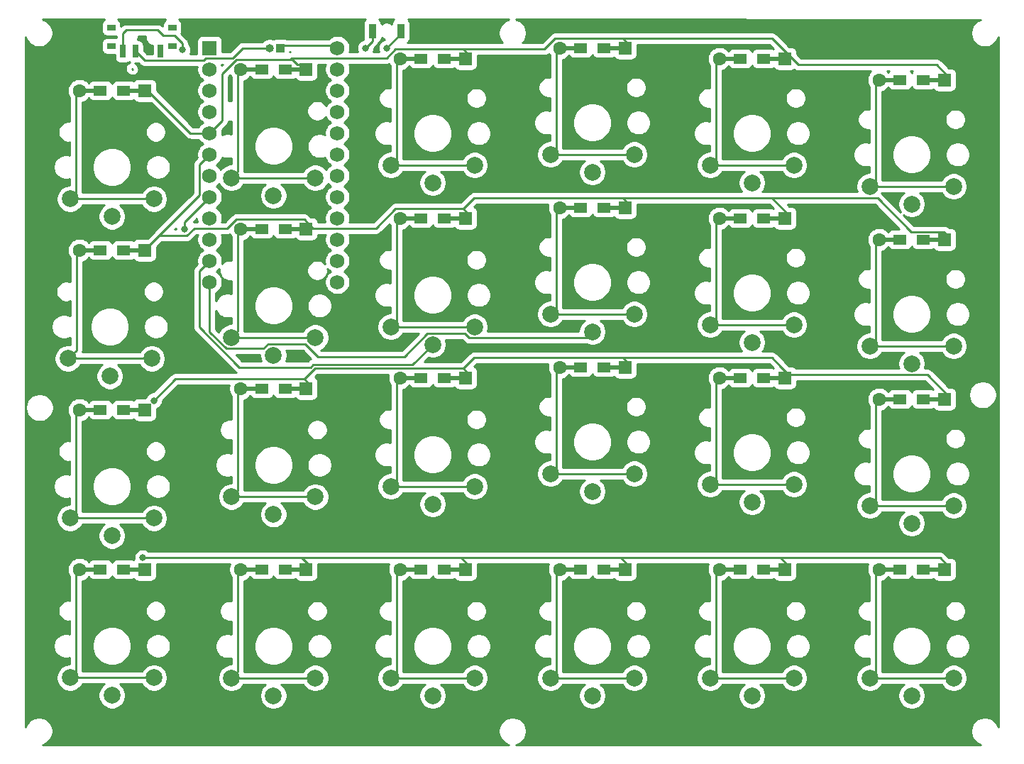
<source format=gbr>
%TF.GenerationSoftware,KiCad,Pcbnew,5.1.9*%
%TF.CreationDate,2021-01-06T19:10:31-06:00*%
%TF.ProjectId,halfboard,68616c66-626f-4617-9264-2e6b69636164,rev?*%
%TF.SameCoordinates,Original*%
%TF.FileFunction,Copper,L1,Top*%
%TF.FilePolarity,Positive*%
%FSLAX46Y46*%
G04 Gerber Fmt 4.6, Leading zero omitted, Abs format (unit mm)*
G04 Created by KiCad (PCBNEW 5.1.9) date 2021-01-06 19:10:31*
%MOMM*%
%LPD*%
G01*
G04 APERTURE LIST*
%TA.AperFunction,SMDPad,CuDef*%
%ADD10R,0.900000X1.700000*%
%TD*%
%TA.AperFunction,SMDPad,CuDef*%
%ADD11R,0.700000X1.500000*%
%TD*%
%TA.AperFunction,SMDPad,CuDef*%
%ADD12R,1.000000X0.800000*%
%TD*%
%TA.AperFunction,ComponentPad*%
%ADD13O,1.000000X1.000000*%
%TD*%
%TA.AperFunction,ComponentPad*%
%ADD14R,1.000000X1.000000*%
%TD*%
%TA.AperFunction,ComponentPad*%
%ADD15C,2.000000*%
%TD*%
%TA.AperFunction,SMDPad,CuDef*%
%ADD16R,2.900000X0.500000*%
%TD*%
%TA.AperFunction,ComponentPad*%
%ADD17R,1.600000X1.600000*%
%TD*%
%TA.AperFunction,ComponentPad*%
%ADD18C,1.600000*%
%TD*%
%TA.AperFunction,SMDPad,CuDef*%
%ADD19R,1.600000X1.200000*%
%TD*%
%TA.AperFunction,ComponentPad*%
%ADD20C,1.752600*%
%TD*%
%TA.AperFunction,ComponentPad*%
%ADD21R,1.752600X1.752600*%
%TD*%
%TA.AperFunction,ViaPad*%
%ADD22C,0.800000*%
%TD*%
%TA.AperFunction,Conductor*%
%ADD23C,0.250000*%
%TD*%
%TA.AperFunction,NonConductor*%
%ADD24C,0.254000*%
%TD*%
%TA.AperFunction,NonConductor*%
%ADD25C,0.100000*%
%TD*%
G04 APERTURE END LIST*
D10*
%TO.P,REF\u002A\u002A,1*%
%TO.N,RESET_GND*%
X83390000Y-47498000D03*
%TO.P,REF\u002A\u002A,2*%
%TO.N,RESET*%
X86790000Y-47498000D03*
%TD*%
D11*
%TO.P,REF\u002A\u002A,1*%
%TO.N,N/C*%
X58130000Y-49944000D03*
%TO.P,REF\u002A\u002A,2*%
%TO.N,BAT_SW*%
X55130000Y-49944000D03*
%TO.P,REF\u002A\u002A,3*%
%TO.N,BAT_GND*%
X53630000Y-49944000D03*
D12*
%TO.P,REF\u002A\u002A,*%
%TO.N,*%
X59530000Y-47084000D03*
X52230000Y-47084000D03*
X52230000Y-49294000D03*
X59530000Y-49294000D03*
%TD*%
D13*
%TO.P,BAT,2*%
%TO.N,BAT_SW*%
X71120000Y-49530000D03*
D14*
%TO.P,BAT,1*%
%TO.N,BAT0*%
X72390000Y-49530000D03*
%TD*%
D15*
%TO.P, ,2*%
%TO.N,col5_row0*%
X142732303Y-66059730D03*
%TO.P, ,1*%
%TO.N,col5*%
X147732303Y-68159730D03*
%TO.P, ,2*%
%TO.N,col5_row0*%
X152732303Y-66059730D03*
%TD*%
D16*
%TO.P,D0,1*%
%TO.N,N/C*%
X150232303Y-53340000D03*
%TO.P,D0,2*%
X145232303Y-53340000D03*
D17*
%TO.P,D0,1*%
%TO.N,row0*%
X151632303Y-53340000D03*
D18*
%TO.P,D0,2*%
%TO.N,col5_row0*%
X143832303Y-53340000D03*
D19*
%TO.N,N/C*%
X146332303Y-53340000D03*
%TO.P,D0,1*%
X149132303Y-53340000D03*
%TD*%
D15*
%TO.P, ,2*%
%TO.N,col5_row1*%
X142732303Y-85109730D03*
%TO.P, ,1*%
%TO.N,col5*%
X147732303Y-87209730D03*
%TO.P, ,2*%
%TO.N,col5_row1*%
X152732303Y-85109730D03*
%TD*%
D16*
%TO.P,D0,1*%
%TO.N,N/C*%
X150232303Y-72390000D03*
%TO.P,D0,2*%
X145232303Y-72390000D03*
D17*
%TO.P,D0,1*%
%TO.N,row1*%
X151632303Y-72390000D03*
D18*
%TO.P,D0,2*%
%TO.N,col5_row1*%
X143832303Y-72390000D03*
D19*
%TO.N,N/C*%
X146332303Y-72390000D03*
%TO.P,D0,1*%
X149132303Y-72390000D03*
%TD*%
D15*
%TO.P, ,2*%
%TO.N,col5_row2*%
X142732303Y-104159730D03*
%TO.P, ,1*%
%TO.N,col5*%
X147732303Y-106259730D03*
%TO.P, ,2*%
%TO.N,col5_row2*%
X152732303Y-104159730D03*
%TD*%
D16*
%TO.P,D0,1*%
%TO.N,N/C*%
X150232303Y-91440000D03*
%TO.P,D0,2*%
X145232303Y-91440000D03*
D17*
%TO.P,D0,1*%
%TO.N,row2*%
X151632303Y-91440000D03*
D18*
%TO.P,D0,2*%
%TO.N,col5_row2*%
X143832303Y-91440000D03*
D19*
%TO.N,N/C*%
X146332303Y-91440000D03*
%TO.P,D0,1*%
X149132303Y-91440000D03*
%TD*%
D15*
%TO.P, ,2*%
%TO.N,col5_row3*%
X142732303Y-124733730D03*
%TO.P, ,1*%
%TO.N,col5*%
X147732303Y-126833730D03*
%TO.P, ,2*%
%TO.N,col5_row3*%
X152732303Y-124733730D03*
%TD*%
D16*
%TO.P,D0,1*%
%TO.N,N/C*%
X150232303Y-111760000D03*
%TO.P,D0,2*%
X145232303Y-111760000D03*
D17*
%TO.P,D0,1*%
%TO.N,row3*%
X151632303Y-111760000D03*
D18*
%TO.P,D0,2*%
%TO.N,col5_row3*%
X143832303Y-111760000D03*
D19*
%TO.N,N/C*%
X146332303Y-111760000D03*
%TO.P,D0,1*%
X149132303Y-111760000D03*
%TD*%
D15*
%TO.P, ,2*%
%TO.N,col4_row3*%
X123682303Y-124733730D03*
%TO.P, ,1*%
%TO.N,col4*%
X128682303Y-126833730D03*
%TO.P, ,2*%
%TO.N,col4_row3*%
X133682303Y-124733730D03*
%TD*%
D16*
%TO.P,D0,1*%
%TO.N,N/C*%
X131182303Y-111760000D03*
%TO.P,D0,2*%
X126182303Y-111760000D03*
D17*
%TO.P,D0,1*%
%TO.N,row3*%
X132582303Y-111760000D03*
D18*
%TO.P,D0,2*%
%TO.N,col4_row3*%
X124782303Y-111760000D03*
D19*
%TO.N,N/C*%
X127282303Y-111760000D03*
%TO.P,D0,1*%
X130082303Y-111760000D03*
%TD*%
D15*
%TO.P, ,2*%
%TO.N,col3_row3*%
X104632303Y-124733730D03*
%TO.P, ,1*%
%TO.N,col3*%
X109632303Y-126833730D03*
%TO.P, ,2*%
%TO.N,col3_row3*%
X114632303Y-124733730D03*
%TD*%
D16*
%TO.P,D0,1*%
%TO.N,N/C*%
X112132303Y-111760000D03*
%TO.P,D0,2*%
X107132303Y-111760000D03*
D17*
%TO.P,D0,1*%
%TO.N,row3*%
X113532303Y-111760000D03*
D18*
%TO.P,D0,2*%
%TO.N,col3_row3*%
X105732303Y-111760000D03*
D19*
%TO.N,N/C*%
X108232303Y-111760000D03*
%TO.P,D0,1*%
X111032303Y-111760000D03*
%TD*%
D15*
%TO.P, ,2*%
%TO.N,col2_row3*%
X85582303Y-124733730D03*
%TO.P, ,1*%
%TO.N,col2*%
X90582303Y-126833730D03*
%TO.P, ,2*%
%TO.N,col2_row3*%
X95582303Y-124733730D03*
%TD*%
D16*
%TO.P,D0,1*%
%TO.N,N/C*%
X93082303Y-111760000D03*
%TO.P,D0,2*%
X88082303Y-111760000D03*
D17*
%TO.P,D0,1*%
%TO.N,row3*%
X94482303Y-111760000D03*
D18*
%TO.P,D0,2*%
%TO.N,col2_row3*%
X86682303Y-111760000D03*
D19*
%TO.N,N/C*%
X89182303Y-111760000D03*
%TO.P,D0,1*%
X91982303Y-111760000D03*
%TD*%
D15*
%TO.P, ,2*%
%TO.N,col4_row2*%
X123682303Y-101619730D03*
%TO.P, ,1*%
%TO.N,col4*%
X128682303Y-103719730D03*
%TO.P, ,2*%
%TO.N,col4_row2*%
X133682303Y-101619730D03*
%TD*%
D16*
%TO.P,D0,1*%
%TO.N,N/C*%
X131182303Y-88900000D03*
%TO.P,D0,2*%
X126182303Y-88900000D03*
D17*
%TO.P,D0,1*%
%TO.N,row2*%
X132582303Y-88900000D03*
D18*
%TO.P,D0,2*%
%TO.N,col4_row2*%
X124782303Y-88900000D03*
D19*
%TO.N,N/C*%
X127282303Y-88900000D03*
%TO.P,D0,1*%
X130082303Y-88900000D03*
%TD*%
D15*
%TO.P, ,2*%
%TO.N,col4_row1*%
X123682303Y-82569730D03*
%TO.P, ,1*%
%TO.N,col4*%
X128682303Y-84669730D03*
%TO.P, ,2*%
%TO.N,col4_row1*%
X133682303Y-82569730D03*
%TD*%
D16*
%TO.P,D0,1*%
%TO.N,N/C*%
X131182303Y-69850000D03*
%TO.P,D0,2*%
X126182303Y-69850000D03*
D17*
%TO.P,D0,1*%
%TO.N,row1*%
X132582303Y-69850000D03*
D18*
%TO.P,D0,2*%
%TO.N,col4_row1*%
X124782303Y-69850000D03*
D19*
%TO.N,N/C*%
X127282303Y-69850000D03*
%TO.P,D0,1*%
X130082303Y-69850000D03*
%TD*%
D15*
%TO.P, ,2*%
%TO.N,col4_row0*%
X123682303Y-63519730D03*
%TO.P, ,1*%
%TO.N,col4*%
X128682303Y-65619730D03*
%TO.P, ,2*%
%TO.N,col4_row0*%
X133682303Y-63519730D03*
%TD*%
D16*
%TO.P,D0,1*%
%TO.N,N/C*%
X131182303Y-50800000D03*
%TO.P,D0,2*%
X126182303Y-50800000D03*
D17*
%TO.P,D0,1*%
%TO.N,row0*%
X132582303Y-50800000D03*
D18*
%TO.P,D0,2*%
%TO.N,col4_row0*%
X124782303Y-50800000D03*
D19*
%TO.N,N/C*%
X127282303Y-50800000D03*
%TO.P,D0,1*%
X130082303Y-50800000D03*
%TD*%
D15*
%TO.P, ,2*%
%TO.N,col3_row0*%
X104632303Y-62249730D03*
%TO.P, ,1*%
%TO.N,col3*%
X109632303Y-64349730D03*
%TO.P, ,2*%
%TO.N,col3_row0*%
X114632303Y-62249730D03*
%TD*%
D16*
%TO.P,D0,1*%
%TO.N,N/C*%
X112132303Y-49530000D03*
%TO.P,D0,2*%
X107132303Y-49530000D03*
D17*
%TO.P,D0,1*%
%TO.N,row0*%
X113532303Y-49530000D03*
D18*
%TO.P,D0,2*%
%TO.N,col3_row0*%
X105732303Y-49530000D03*
D19*
%TO.N,N/C*%
X108232303Y-49530000D03*
%TO.P,D0,1*%
X111032303Y-49530000D03*
%TD*%
D15*
%TO.P, ,2*%
%TO.N,col3_row1*%
X104632303Y-81299730D03*
%TO.P, ,1*%
%TO.N,col3*%
X109632303Y-83399730D03*
%TO.P, ,2*%
%TO.N,col3_row1*%
X114632303Y-81299730D03*
%TD*%
D16*
%TO.P,D0,1*%
%TO.N,N/C*%
X112132303Y-68580000D03*
%TO.P,D0,2*%
X107132303Y-68580000D03*
D17*
%TO.P,D0,1*%
%TO.N,row1*%
X113532303Y-68580000D03*
D18*
%TO.P,D0,2*%
%TO.N,col3_row1*%
X105732303Y-68580000D03*
D19*
%TO.N,N/C*%
X108232303Y-68580000D03*
%TO.P,D0,1*%
X111032303Y-68580000D03*
%TD*%
D15*
%TO.P, ,2*%
%TO.N,col3_row2*%
X104632303Y-100349730D03*
%TO.P, ,1*%
%TO.N,col3*%
X109632303Y-102449730D03*
%TO.P, ,2*%
%TO.N,col3_row2*%
X114632303Y-100349730D03*
%TD*%
D16*
%TO.P,D0,1*%
%TO.N,N/C*%
X112132303Y-87630000D03*
%TO.P,D0,2*%
X107132303Y-87630000D03*
D17*
%TO.P,D0,1*%
%TO.N,row2*%
X113532303Y-87630000D03*
D18*
%TO.P,D0,2*%
%TO.N,col3_row2*%
X105732303Y-87630000D03*
D19*
%TO.N,N/C*%
X108232303Y-87630000D03*
%TO.P,D0,1*%
X111032303Y-87630000D03*
%TD*%
D15*
%TO.P, ,2*%
%TO.N,col2_row2*%
X85582303Y-101873730D03*
%TO.P, ,1*%
%TO.N,col2*%
X90582303Y-103973730D03*
%TO.P, ,2*%
%TO.N,col2_row2*%
X95582303Y-101873730D03*
%TD*%
D16*
%TO.P,D0,1*%
%TO.N,N/C*%
X93082303Y-88900000D03*
%TO.P,D0,2*%
X88082303Y-88900000D03*
D17*
%TO.P,D0,1*%
%TO.N,row2*%
X94482303Y-88900000D03*
D18*
%TO.P,D0,2*%
%TO.N,col2_row2*%
X86682303Y-88900000D03*
D19*
%TO.N,N/C*%
X89182303Y-88900000D03*
%TO.P,D0,1*%
X91982303Y-88900000D03*
%TD*%
D15*
%TO.P, ,2*%
%TO.N,col2_row1*%
X85582303Y-82823730D03*
%TO.P, ,1*%
%TO.N,col2*%
X90582303Y-84923730D03*
%TO.P, ,2*%
%TO.N,col2_row1*%
X95582303Y-82823730D03*
%TD*%
D16*
%TO.P,D0,1*%
%TO.N,N/C*%
X93082303Y-69850000D03*
%TO.P,D0,2*%
X88082303Y-69850000D03*
D17*
%TO.P,D0,1*%
%TO.N,row1*%
X94482303Y-69850000D03*
D18*
%TO.P,D0,2*%
%TO.N,col2_row1*%
X86682303Y-69850000D03*
D19*
%TO.N,N/C*%
X89182303Y-69850000D03*
%TO.P,D0,1*%
X91982303Y-69850000D03*
%TD*%
D15*
%TO.P, ,2*%
%TO.N,col2_row0*%
X85582303Y-63519730D03*
%TO.P, ,1*%
%TO.N,col2*%
X90582303Y-65619730D03*
%TO.P, ,2*%
%TO.N,col2_row0*%
X95582303Y-63519730D03*
%TD*%
D16*
%TO.P,D0,1*%
%TO.N,N/C*%
X93082303Y-50800000D03*
%TO.P,D0,2*%
X88082303Y-50800000D03*
D17*
%TO.P,D0,1*%
%TO.N,row0*%
X94482303Y-50800000D03*
D18*
%TO.P,D0,2*%
%TO.N,col2_row0*%
X86682303Y-50800000D03*
D19*
%TO.N,N/C*%
X89182303Y-50800000D03*
%TO.P,D0,1*%
X91982303Y-50800000D03*
%TD*%
D15*
%TO.P, ,2*%
%TO.N,col1_row0*%
X66589231Y-65043730D03*
%TO.P, ,1*%
%TO.N,col1*%
X71589231Y-67143730D03*
%TO.P, ,2*%
%TO.N,col1_row0*%
X76589231Y-65043730D03*
%TD*%
D16*
%TO.P,D0,1*%
%TO.N,N/C*%
X74089231Y-52070000D03*
%TO.P,D0,2*%
X69089231Y-52070000D03*
D17*
%TO.P,D0,1*%
%TO.N,row0*%
X75489231Y-52070000D03*
D18*
%TO.P,D0,2*%
%TO.N,col1_row0*%
X67689231Y-52070000D03*
D19*
%TO.N,N/C*%
X70189231Y-52070000D03*
%TO.P,D0,1*%
X72989231Y-52070000D03*
%TD*%
D15*
%TO.P, ,2*%
%TO.N,col1_row1*%
X66589231Y-84091829D03*
%TO.P, ,1*%
%TO.N,col1*%
X71589231Y-86191829D03*
%TO.P, ,2*%
%TO.N,col1_row1*%
X76589231Y-84091829D03*
%TD*%
D16*
%TO.P,D0,1*%
%TO.N,N/C*%
X74089231Y-71120000D03*
%TO.P,D0,2*%
X69089231Y-71120000D03*
D17*
%TO.P,D0,1*%
%TO.N,row1*%
X75489231Y-71120000D03*
D18*
%TO.P,D0,2*%
%TO.N,col1_row1*%
X67689231Y-71120000D03*
D19*
%TO.N,N/C*%
X70189231Y-71120000D03*
%TO.P,D0,1*%
X72989231Y-71120000D03*
%TD*%
D15*
%TO.P, ,2*%
%TO.N,col1_row2*%
X66589231Y-103100230D03*
%TO.P, ,1*%
%TO.N,col1*%
X71589231Y-105200230D03*
%TO.P, ,2*%
%TO.N,col1_row2*%
X76589231Y-103100230D03*
%TD*%
D16*
%TO.P,D0,1*%
%TO.N,N/C*%
X74089231Y-90170000D03*
%TO.P,D0,2*%
X69089231Y-90170000D03*
D17*
%TO.P,D0,1*%
%TO.N,row2*%
X75489231Y-90170000D03*
D18*
%TO.P,D0,2*%
%TO.N,col1_row2*%
X67689231Y-90170000D03*
D19*
%TO.N,N/C*%
X70189231Y-90170000D03*
%TO.P,D0,1*%
X72989231Y-90170000D03*
%TD*%
D15*
%TO.P, ,2*%
%TO.N,col1_row3*%
X66589231Y-124733730D03*
%TO.P, ,1*%
%TO.N,col1*%
X71589231Y-126833730D03*
%TO.P, ,2*%
%TO.N,col1_row3*%
X76589231Y-124733730D03*
%TD*%
D16*
%TO.P,D0,1*%
%TO.N,N/C*%
X74089231Y-111760000D03*
%TO.P,D0,2*%
X69089231Y-111760000D03*
D17*
%TO.P,D0,1*%
%TO.N,row3*%
X75489231Y-111760000D03*
D18*
%TO.P,D0,2*%
%TO.N,col1_row3*%
X67689231Y-111760000D03*
D19*
%TO.N,N/C*%
X70189231Y-111760000D03*
%TO.P,D0,1*%
X72989231Y-111760000D03*
%TD*%
D15*
%TO.P, ,2*%
%TO.N,col0_row3*%
X47324000Y-124704000D03*
%TO.P, ,1*%
%TO.N,col0*%
X52324000Y-126804000D03*
%TO.P, ,2*%
%TO.N,col0_row3*%
X57324000Y-124704000D03*
%TD*%
D16*
%TO.P,D0,1*%
%TO.N,N/C*%
X54824000Y-111760000D03*
%TO.P,D0,2*%
X49824000Y-111760000D03*
D17*
%TO.P,D0,1*%
%TO.N,row3*%
X56224000Y-111760000D03*
D18*
%TO.P,D0,2*%
%TO.N,col0_row3*%
X48424000Y-111760000D03*
D19*
%TO.N,N/C*%
X50924000Y-111760000D03*
%TO.P,D0,1*%
X53724000Y-111760000D03*
%TD*%
D15*
%TO.P, ,2*%
%TO.N,col0_row2*%
X47324000Y-105654000D03*
%TO.P, ,1*%
%TO.N,col0*%
X52324000Y-107754000D03*
%TO.P, ,2*%
%TO.N,col0_row2*%
X57324000Y-105654000D03*
%TD*%
D16*
%TO.P,D0,1*%
%TO.N,N/C*%
X54824000Y-92710000D03*
%TO.P,D0,2*%
X49824000Y-92710000D03*
D17*
%TO.P,D0,1*%
%TO.N,row2*%
X56224000Y-92710000D03*
D18*
%TO.P,D0,2*%
%TO.N,col0_row2*%
X48424000Y-92710000D03*
D19*
%TO.N,N/C*%
X50924000Y-92710000D03*
%TO.P,D0,1*%
X53724000Y-92710000D03*
%TD*%
D15*
%TO.P, ,2*%
%TO.N,col0_row1*%
X47070000Y-86604000D03*
%TO.P, ,1*%
%TO.N,col0*%
X52070000Y-88704000D03*
%TO.P, ,2*%
%TO.N,col0_row1*%
X57070000Y-86604000D03*
%TD*%
D16*
%TO.P,D0,1*%
%TO.N,N/C*%
X54824000Y-73660000D03*
%TO.P,D0,2*%
X49824000Y-73660000D03*
D17*
%TO.P,D0,1*%
%TO.N,row1*%
X56224000Y-73660000D03*
D18*
%TO.P,D0,2*%
%TO.N,col0_row1*%
X48424000Y-73660000D03*
D19*
%TO.N,N/C*%
X50924000Y-73660000D03*
%TO.P,D0,1*%
X53724000Y-73660000D03*
%TD*%
D15*
%TO.P, ,2*%
%TO.N,col0_row0*%
X57324000Y-67554000D03*
%TO.P, ,1*%
%TO.N,col0*%
X52324000Y-69654000D03*
%TO.P, ,2*%
%TO.N,col0_row0*%
X47324000Y-67554000D03*
%TD*%
D19*
%TO.P,D0,1*%
%TO.N,N/C*%
X53724000Y-54610000D03*
%TO.P,D0,2*%
X50924000Y-54610000D03*
D18*
%TO.N,col0_row0*%
X48424000Y-54610000D03*
D17*
%TO.P,D0,1*%
%TO.N,row0*%
X56224000Y-54610000D03*
D16*
%TO.P,D0,2*%
%TO.N,N/C*%
X49824000Y-54610000D03*
%TO.P,D0,1*%
X54824000Y-54610000D03*
%TD*%
D20*
%TO.P,U1,24*%
%TO.N,BAT0*%
X79209231Y-49530000D03*
%TO.P,U1,12*%
%TO.N,col3*%
X63969231Y-77470000D03*
%TO.P,U1,23*%
%TO.N,BAT_GND*%
X79209231Y-52070000D03*
%TO.P,U1,22*%
%TO.N,RESET*%
X79209231Y-54610000D03*
%TO.P,U1,21*%
%TO.N,N/C*%
X79209231Y-57150000D03*
%TO.P,U1,20*%
X79209231Y-59690000D03*
%TO.P,U1,19*%
X79209231Y-62230000D03*
%TO.P,U1,18*%
X79209231Y-64770000D03*
%TO.P,U1,17*%
X79209231Y-67310000D03*
%TO.P,U1,16*%
X79209231Y-69850000D03*
%TO.P,U1,15*%
X79209231Y-72390000D03*
%TO.P,U1,14*%
%TO.N,col5*%
X79209231Y-74930000D03*
%TO.P,U1,13*%
%TO.N,col4*%
X79209231Y-77470000D03*
%TO.P,U1,11*%
%TO.N,col2*%
X63969231Y-74930000D03*
%TO.P,U1,10*%
%TO.N,col1*%
X63969231Y-72390000D03*
%TO.P,U1,9*%
%TO.N,col0*%
X63969231Y-69850000D03*
%TO.P,U1,8*%
%TO.N,row3*%
X63969231Y-67310000D03*
%TO.P,U1,7*%
%TO.N,row2*%
X63969231Y-64770000D03*
%TO.P,U1,6*%
%TO.N,row1*%
X63969231Y-62230000D03*
%TO.P,U1,5*%
%TO.N,row0*%
X63969231Y-59690000D03*
%TO.P,U1,4*%
%TO.N,N/C*%
X63969231Y-57150000D03*
%TO.P,U1,3*%
%TO.N,RESET_GND*%
X63969231Y-54610000D03*
%TO.P,U1,2*%
%TO.N,N/C*%
X63969231Y-52070000D03*
D21*
%TO.P,U1,1*%
X63969231Y-49530000D03*
%TD*%
D22*
%TO.N,row3*%
X60960000Y-71120000D03*
X60960000Y-71120000D03*
X55998999Y-110371001D03*
%TO.N,row2*%
X57322000Y-91612000D03*
%TO.N,BAT_GND*%
X60724999Y-49765001D03*
%TO.N,RESET*%
X85090000Y-49530000D03*
%TO.N,RESET_GND*%
X82550000Y-49530000D03*
%TD*%
D23*
%TO.N,col0_row0*%
X57324000Y-67554000D02*
X47324000Y-67554000D01*
X48048999Y-54985001D02*
X48048999Y-54610000D01*
X48029001Y-55004999D02*
X48048999Y-54985001D01*
X48029001Y-66848999D02*
X48029001Y-55004999D01*
X47324000Y-67554000D02*
X48029001Y-66848999D01*
%TO.N,col1_row0*%
X76589231Y-65043730D02*
X66589231Y-65043730D01*
X67314230Y-64318731D02*
X67314230Y-52070000D01*
X66589231Y-65043730D02*
X67314230Y-64318731D01*
%TO.N,col2_row0*%
X95582303Y-63519730D02*
X85582303Y-63519730D01*
X86307302Y-62794731D02*
X86307302Y-50800000D01*
X85582303Y-63519730D02*
X86307302Y-62794731D01*
%TO.N,col3_row0*%
X104632303Y-62249730D02*
X114632303Y-62249730D01*
X105357302Y-49019999D02*
X105357302Y-49530000D01*
X105357302Y-61524731D02*
X105357302Y-49019999D01*
X104632303Y-62249730D02*
X105357302Y-61524731D01*
%TO.N,col4_row0*%
X123682303Y-63519730D02*
X133682303Y-63519730D01*
X124407302Y-62794731D02*
X124407302Y-50800000D01*
X123682303Y-63519730D02*
X124407302Y-62794731D01*
%TO.N,col5_row0*%
X142732303Y-66059730D02*
X152732303Y-66059730D01*
X143457302Y-65334731D02*
X143457302Y-53340000D01*
X142732303Y-66059730D02*
X143457302Y-65334731D01*
%TO.N,col0_row1*%
X48048999Y-74170001D02*
X48048999Y-73660000D01*
X48069999Y-74191001D02*
X48048999Y-74170001D01*
X48069999Y-85604001D02*
X48069999Y-74191001D01*
X47070000Y-86604000D02*
X48069999Y-85604001D01*
X47070000Y-86604000D02*
X57070000Y-86604000D01*
%TO.N,row3*%
X63969231Y-67310000D02*
X63500000Y-67310000D01*
X63969231Y-67310000D02*
X60960000Y-70319231D01*
X60960000Y-70319231D02*
X60960000Y-71120000D01*
X60960000Y-71120000D02*
X60960000Y-71120000D01*
X60960000Y-71120000D02*
X60960000Y-71120000D01*
X74985234Y-110371001D02*
X75864232Y-111249999D01*
X75864232Y-111249999D02*
X75864232Y-111760000D01*
X55998999Y-110371001D02*
X74985234Y-110371001D01*
X94857304Y-111249999D02*
X94857304Y-111760000D01*
X93978306Y-110371001D02*
X94857304Y-111249999D01*
X74985234Y-110371001D02*
X93978306Y-110371001D01*
X113907304Y-111249999D02*
X113907304Y-111760000D01*
X113028306Y-110371001D02*
X113907304Y-111249999D01*
X93978306Y-110371001D02*
X113028306Y-110371001D01*
X132957304Y-111249999D02*
X132957304Y-111760000D01*
X132078306Y-110371001D02*
X132957304Y-111249999D01*
X113028306Y-110371001D02*
X132078306Y-110371001D01*
X152007304Y-111249999D02*
X152007304Y-111760000D01*
X151128306Y-110371001D02*
X152007304Y-111249999D01*
X132078306Y-110371001D02*
X151128306Y-110371001D01*
%TO.N,col1_row1*%
X67314230Y-83366830D02*
X67314230Y-71120000D01*
X66589231Y-84091829D02*
X67314230Y-83366830D01*
X66589231Y-84091829D02*
X76589231Y-84091829D01*
%TO.N,col2_row1*%
X86307302Y-70225001D02*
X86307302Y-69850000D01*
X86287304Y-70244999D02*
X86307302Y-70225001D01*
X86287304Y-82118729D02*
X86287304Y-70244999D01*
X85582303Y-82823730D02*
X86287304Y-82118729D01*
X85582303Y-82823730D02*
X95582303Y-82823730D01*
%TO.N,col3_row1*%
X105357302Y-80574731D02*
X105357302Y-68580000D01*
X104632303Y-81299730D02*
X105357302Y-80574731D01*
X104632303Y-81299730D02*
X114632303Y-81299730D01*
%TO.N,col4_row1*%
X124407302Y-81844731D02*
X124407302Y-69850000D01*
X123682303Y-82569730D02*
X124407302Y-81844731D01*
X123682303Y-82569730D02*
X133682303Y-82569730D01*
%TO.N,col5_row1*%
X143457302Y-84384731D02*
X143457302Y-72390000D01*
X142732303Y-85109730D02*
X143457302Y-84384731D01*
X142732303Y-85109730D02*
X152732303Y-85109730D01*
%TO.N,col0_row2*%
X48048999Y-104929001D02*
X48048999Y-92710000D01*
X47324000Y-105654000D02*
X48048999Y-104929001D01*
X47324000Y-105654000D02*
X57324000Y-105654000D01*
%TO.N,col1_row2*%
X67314230Y-102375231D02*
X67314230Y-90170000D01*
X66589231Y-103100230D02*
X67314230Y-102375231D01*
X66589231Y-103100230D02*
X76589231Y-103100230D01*
%TO.N,col2_row2*%
X86307302Y-101148731D02*
X86307302Y-88900000D01*
X85582303Y-101873730D02*
X86307302Y-101148731D01*
X85582303Y-101873730D02*
X95582303Y-101873730D01*
%TO.N,col3_row2*%
X105357302Y-99624731D02*
X105357302Y-87630000D01*
X104632303Y-100349730D02*
X105357302Y-99624731D01*
X104632303Y-100349730D02*
X114632303Y-100349730D01*
%TO.N,col4_row2*%
X124407302Y-100894731D02*
X124407302Y-88900000D01*
X123682303Y-101619730D02*
X124407302Y-100894731D01*
X123682303Y-101619730D02*
X133682303Y-101619730D01*
%TO.N,col5_row2*%
X143457302Y-103434731D02*
X143457302Y-91440000D01*
X142732303Y-104159730D02*
X143457302Y-103434731D01*
X142732303Y-104159730D02*
X152732303Y-104159730D01*
%TO.N,col0_row3*%
X48048999Y-123979001D02*
X48048999Y-111760000D01*
X47324000Y-124704000D02*
X48048999Y-123979001D01*
X52185002Y-124704000D02*
X57324000Y-124704000D01*
X47324000Y-124704000D02*
X52185002Y-124704000D01*
%TO.N,col1_row3*%
X67314230Y-124008731D02*
X67314230Y-111760000D01*
X66589231Y-124733730D02*
X67314230Y-124008731D01*
X66589231Y-124733730D02*
X76589231Y-124733730D01*
%TO.N,col2_row3*%
X86307302Y-124008731D02*
X86307302Y-111760000D01*
X85582303Y-124733730D02*
X86307302Y-124008731D01*
X85582303Y-124733730D02*
X95582303Y-124733730D01*
%TO.N,col3_row3*%
X105357302Y-124008731D02*
X105357302Y-111760000D01*
X104632303Y-124733730D02*
X105357302Y-124008731D01*
X104632303Y-124733730D02*
X114632303Y-124733730D01*
%TO.N,col4_row3*%
X124407302Y-124008731D02*
X124407302Y-111760000D01*
X123682303Y-124733730D02*
X124407302Y-124008731D01*
X123682303Y-124733730D02*
X133682303Y-124733730D01*
%TO.N,col5_row3*%
X142732303Y-124733730D02*
X152732303Y-124733730D01*
X143457302Y-124008731D02*
X143457302Y-111760000D01*
X142732303Y-124733730D02*
X143457302Y-124008731D01*
%TO.N,col2*%
X76027821Y-87630000D02*
X76332832Y-87324989D01*
X88181044Y-87324989D02*
X90582303Y-84923730D01*
X67529990Y-87630000D02*
X76027821Y-87630000D01*
X76332832Y-87324989D02*
X88181044Y-87324989D01*
X62767930Y-82867940D02*
X67529990Y-87630000D01*
X62767930Y-76131301D02*
X62767930Y-82867940D01*
X63969231Y-74930000D02*
X62767930Y-76131301D01*
%TO.N,col3*%
X108883302Y-84148731D02*
X109632303Y-83399730D01*
X89946302Y-83598729D02*
X94396300Y-83598729D01*
X87185031Y-86360000D02*
X89946302Y-83598729D01*
X76896400Y-86360000D02*
X87185031Y-86360000D01*
X75403228Y-84866828D02*
X76896400Y-86360000D01*
X70953230Y-84866828D02*
X75403228Y-84866828D01*
X70403228Y-85416830D02*
X70953230Y-84866828D01*
X94946302Y-84148731D02*
X108883302Y-84148731D01*
X94396300Y-83598729D02*
X94946302Y-84148731D01*
X63969231Y-83432831D02*
X65953230Y-85416830D01*
X65953230Y-85416830D02*
X70403228Y-85416830D01*
X63969231Y-77470000D02*
X63969231Y-83432831D01*
%TO.N,row0*%
X61679001Y-59690000D02*
X56599001Y-54610000D01*
X63969231Y-59690000D02*
X61679001Y-59690000D01*
X113907304Y-49019999D02*
X113907304Y-49530000D01*
X113907304Y-50040001D02*
X113907304Y-49019999D01*
X132957304Y-51310001D02*
X132957304Y-50800000D01*
X152007304Y-52829999D02*
X152007304Y-53340000D01*
X75864232Y-51559999D02*
X75864232Y-52070000D01*
X74399232Y-51494999D02*
X75799232Y-51494999D01*
X73849232Y-50944999D02*
X74399232Y-51494999D01*
X65444230Y-52649999D02*
X67149230Y-50944999D01*
X65444230Y-58215001D02*
X65444230Y-52649999D01*
X75799232Y-51494999D02*
X75864232Y-51559999D01*
X63969231Y-59690000D02*
X65444230Y-58215001D01*
X94857304Y-50289999D02*
X94857304Y-51310001D01*
X94242304Y-49674999D02*
X94857304Y-50289999D01*
X85086000Y-50731301D02*
X86142302Y-49674999D01*
X73728699Y-50731301D02*
X85086000Y-50731301D01*
X73515001Y-50944999D02*
X73728699Y-50731301D01*
X67149230Y-50944999D02*
X73515001Y-50944999D01*
X73515001Y-50944999D02*
X73849232Y-50944999D01*
X113292304Y-48404999D02*
X113907304Y-49019999D01*
X105192302Y-48404999D02*
X113292304Y-48404999D01*
X103922302Y-49674999D02*
X105192302Y-48404999D01*
X93835001Y-49674999D02*
X103922302Y-49674999D01*
X86142302Y-49674999D02*
X93835001Y-49674999D01*
X93835001Y-49674999D02*
X94242304Y-49674999D01*
X132957304Y-50289999D02*
X132957304Y-50800000D01*
X131072304Y-48404999D02*
X132957304Y-50289999D01*
X113292304Y-48404999D02*
X131072304Y-48404999D01*
X150720034Y-51542729D02*
X152007304Y-52829999D01*
X134210034Y-51542729D02*
X150720034Y-51542729D01*
X131072304Y-48404999D02*
X134210034Y-51542729D01*
%TO.N,row1*%
X56599001Y-73284999D02*
X56599001Y-73660000D01*
X62767930Y-63431301D02*
X62767930Y-67116070D01*
X63969231Y-62230000D02*
X62767930Y-63431301D01*
X75864232Y-70609999D02*
X75864232Y-71120000D01*
X75249232Y-69994999D02*
X75864232Y-70609999D01*
X67149230Y-69994999D02*
X75249232Y-69994999D01*
X66092928Y-71051301D02*
X67149230Y-69994999D01*
X62143254Y-71051301D02*
X66092928Y-71051301D01*
X61267555Y-71927000D02*
X62143254Y-71051301D01*
X57957000Y-71927000D02*
X61267555Y-71927000D01*
X62767930Y-67116070D02*
X57957000Y-71927000D01*
X57957000Y-71927000D02*
X56599001Y-73284999D01*
X94242304Y-68724999D02*
X94857304Y-69339999D01*
X94857304Y-69339999D02*
X94857304Y-69850000D01*
X86142302Y-68724999D02*
X94242304Y-68724999D01*
X83816000Y-71051301D02*
X86142302Y-68724999D01*
X76305534Y-71051301D02*
X83816000Y-71051301D01*
X75249232Y-69994999D02*
X76305534Y-71051301D01*
X113907304Y-68069999D02*
X113907304Y-68580000D01*
X113292304Y-67454999D02*
X113907304Y-68069999D01*
X94242304Y-68724999D02*
X95512304Y-67454999D01*
X132957304Y-69339999D02*
X132957304Y-69850000D01*
X112885001Y-67454999D02*
X131072304Y-67454999D01*
X131072304Y-67454999D02*
X132957304Y-69339999D01*
X95512304Y-67454999D02*
X112885001Y-67454999D01*
X112885001Y-67454999D02*
X113292304Y-67454999D01*
X152007304Y-71879999D02*
X152007304Y-72390000D01*
X151592304Y-71464999D02*
X152007304Y-71879999D01*
X147664999Y-71464999D02*
X151592304Y-71464999D01*
X143654999Y-67454999D02*
X147664999Y-71464999D01*
X131072304Y-67454999D02*
X143654999Y-67454999D01*
%TO.N,row2*%
X75864232Y-89659999D02*
X75864232Y-90170000D01*
X75249232Y-89044999D02*
X75864232Y-89659999D01*
X59889001Y-89044999D02*
X75249232Y-89044999D01*
X57322000Y-91612000D02*
X59889001Y-89044999D01*
X94857304Y-88389999D02*
X94857304Y-88900000D01*
X94242304Y-87774999D02*
X94857304Y-88389999D01*
X76519232Y-87774999D02*
X94242304Y-87774999D01*
X75249232Y-89044999D02*
X76519232Y-87774999D01*
X113907304Y-87119999D02*
X113907304Y-87630000D01*
X113292304Y-86504999D02*
X113907304Y-87119999D01*
X95512304Y-86504999D02*
X113292304Y-86504999D01*
X94242304Y-87774999D02*
X95512304Y-86504999D01*
X132957304Y-88389999D02*
X132957304Y-88900000D01*
X113292304Y-86504999D02*
X131072304Y-86504999D01*
X152007304Y-90929999D02*
X152007304Y-91440000D01*
X133102035Y-88534731D02*
X149612036Y-88534731D01*
X149612036Y-88534731D02*
X152007304Y-90929999D01*
X132138652Y-87571348D02*
X133102035Y-88534731D01*
X131072304Y-86504999D02*
X132138652Y-87571348D01*
X132138652Y-87571348D02*
X132957304Y-88389999D01*
%TO.N,BAT0*%
X78904220Y-49224989D02*
X79209231Y-49530000D01*
X72695011Y-49224989D02*
X78904220Y-49224989D01*
X72390000Y-49530000D02*
X72695011Y-49224989D01*
%TO.N,BAT_SW*%
X67927819Y-49530000D02*
X71120000Y-49530000D01*
X63530004Y-50731301D02*
X66726518Y-50731301D01*
X66726518Y-50731301D02*
X67927819Y-49530000D01*
X63242304Y-51019001D02*
X63530004Y-50731301D01*
X56205001Y-51019001D02*
X63242304Y-51019001D01*
X55130000Y-49944000D02*
X56205001Y-51019001D01*
%TO.N,BAT_GND*%
X54683000Y-51997000D02*
X54756000Y-52070000D01*
X54007999Y-47408999D02*
X57752001Y-47408999D01*
X53604999Y-47811999D02*
X54007999Y-47408999D01*
X53604999Y-49918999D02*
X53604999Y-47811999D01*
X57752001Y-47408999D02*
X58420000Y-48076998D01*
X53630000Y-49944000D02*
X53604999Y-49918999D01*
X60724999Y-49003997D02*
X60724999Y-49765001D01*
X59798000Y-48076998D02*
X60724999Y-49003997D01*
X58420000Y-48076998D02*
X59798000Y-48076998D01*
%TO.N,RESET*%
X86790000Y-47498000D02*
X86790000Y-47830000D01*
X86790000Y-47830000D02*
X85090000Y-49530000D01*
X85090000Y-49530000D02*
X85090000Y-49530000D01*
%TO.N,RESET_GND*%
X83390000Y-47498000D02*
X83390000Y-48690000D01*
X83390000Y-48690000D02*
X82550000Y-49530000D01*
X82550000Y-49530000D02*
X82550000Y-49530000D01*
%TD*%
D24*
X51425006Y-46127004D02*
X51375506Y-46153463D01*
X51278815Y-46232815D01*
X51199463Y-46329506D01*
X51140498Y-46439820D01*
X51104188Y-46559518D01*
X51091928Y-46684000D01*
X51091928Y-47484000D01*
X51104188Y-47608482D01*
X51140498Y-47728180D01*
X51199463Y-47838494D01*
X51278815Y-47935185D01*
X51375506Y-48014537D01*
X51485820Y-48073502D01*
X51605518Y-48109812D01*
X51730000Y-48122072D01*
X52730000Y-48122072D01*
X52845000Y-48110746D01*
X52845000Y-48267254D01*
X52730000Y-48255928D01*
X51730000Y-48255928D01*
X51605518Y-48268188D01*
X51485820Y-48304498D01*
X51375506Y-48363463D01*
X51278815Y-48442815D01*
X51199463Y-48539506D01*
X51140498Y-48649820D01*
X51104188Y-48769518D01*
X51091928Y-48894000D01*
X51091928Y-49694000D01*
X51104188Y-49818482D01*
X51140498Y-49938180D01*
X51199463Y-50048494D01*
X51278815Y-50145185D01*
X51375506Y-50224537D01*
X51485820Y-50283502D01*
X51605518Y-50319812D01*
X51730000Y-50332072D01*
X52641928Y-50332072D01*
X52641928Y-50694000D01*
X52654188Y-50818482D01*
X52690498Y-50938180D01*
X52749463Y-51048494D01*
X52828815Y-51145185D01*
X52925506Y-51224537D01*
X53035820Y-51283502D01*
X53155518Y-51319812D01*
X53280000Y-51332072D01*
X53980000Y-51332072D01*
X54104482Y-51319812D01*
X54224180Y-51283502D01*
X54334494Y-51224537D01*
X54380000Y-51187191D01*
X54425506Y-51224537D01*
X54492792Y-51260502D01*
X54390754Y-51291454D01*
X54258724Y-51362026D01*
X54142999Y-51456999D01*
X54048026Y-51572724D01*
X53977454Y-51704754D01*
X53933998Y-51848015D01*
X53919324Y-51997000D01*
X53933998Y-52145985D01*
X53977454Y-52289246D01*
X54048026Y-52421276D01*
X54119201Y-52508002D01*
X54244998Y-52633799D01*
X54331725Y-52704974D01*
X54463754Y-52775546D01*
X54607015Y-52819003D01*
X54756000Y-52833677D01*
X54904986Y-52819003D01*
X55048246Y-52775546D01*
X55180276Y-52704974D01*
X55296001Y-52610001D01*
X55390974Y-52494276D01*
X55461546Y-52362246D01*
X55505003Y-52218986D01*
X55519677Y-52070000D01*
X55505003Y-51921015D01*
X55461546Y-51777754D01*
X55390974Y-51645725D01*
X55319799Y-51558998D01*
X55194002Y-51433201D01*
X55107276Y-51362026D01*
X55051236Y-51332072D01*
X55443270Y-51332072D01*
X55641202Y-51530004D01*
X55665000Y-51559002D01*
X55693998Y-51582800D01*
X55780724Y-51653975D01*
X55855607Y-51694001D01*
X55912754Y-51724547D01*
X56056015Y-51768004D01*
X56167668Y-51779001D01*
X56167678Y-51779001D01*
X56205001Y-51782677D01*
X56242323Y-51779001D01*
X62486206Y-51779001D01*
X62457931Y-51921150D01*
X62457931Y-52218850D01*
X62516009Y-52510830D01*
X62629934Y-52785869D01*
X62795327Y-53033398D01*
X63005833Y-53243904D01*
X63149651Y-53340000D01*
X63005833Y-53436096D01*
X62795327Y-53646602D01*
X62629934Y-53894131D01*
X62516009Y-54169170D01*
X62457931Y-54461150D01*
X62457931Y-54758850D01*
X62516009Y-55050830D01*
X62629934Y-55325869D01*
X62795327Y-55573398D01*
X63005833Y-55783904D01*
X63149651Y-55880000D01*
X63005833Y-55976096D01*
X62795327Y-56186602D01*
X62629934Y-56434131D01*
X62516009Y-56709170D01*
X62457931Y-57001150D01*
X62457931Y-57298850D01*
X62516009Y-57590830D01*
X62629934Y-57865869D01*
X62795327Y-58113398D01*
X63005833Y-58323904D01*
X63149651Y-58420000D01*
X63005833Y-58516096D01*
X62795327Y-58726602D01*
X62659421Y-58930000D01*
X61993803Y-58930000D01*
X57662072Y-54598270D01*
X57662072Y-53810000D01*
X57649812Y-53685518D01*
X57613502Y-53565820D01*
X57554537Y-53455506D01*
X57475185Y-53358815D01*
X57378494Y-53279463D01*
X57268180Y-53220498D01*
X57148482Y-53184188D01*
X57024000Y-53171928D01*
X55424000Y-53171928D01*
X55299518Y-53184188D01*
X55179820Y-53220498D01*
X55069506Y-53279463D01*
X54972815Y-53358815D01*
X54893463Y-53455506D01*
X54879998Y-53480697D01*
X54878494Y-53479463D01*
X54768180Y-53420498D01*
X54648482Y-53384188D01*
X54524000Y-53371928D01*
X52924000Y-53371928D01*
X52799518Y-53384188D01*
X52679820Y-53420498D01*
X52569506Y-53479463D01*
X52472815Y-53558815D01*
X52393463Y-53655506D01*
X52334498Y-53765820D01*
X52324000Y-53800427D01*
X52313502Y-53765820D01*
X52254537Y-53655506D01*
X52175185Y-53558815D01*
X52078494Y-53479463D01*
X51968180Y-53420498D01*
X51848482Y-53384188D01*
X51724000Y-53371928D01*
X50124000Y-53371928D01*
X49999518Y-53384188D01*
X49879820Y-53420498D01*
X49769506Y-53479463D01*
X49672815Y-53558815D01*
X49593463Y-53655506D01*
X49557959Y-53721928D01*
X49556469Y-53721928D01*
X49538637Y-53695241D01*
X49338759Y-53495363D01*
X49103727Y-53338320D01*
X48842574Y-53230147D01*
X48565335Y-53175000D01*
X48282665Y-53175000D01*
X48005426Y-53230147D01*
X47744273Y-53338320D01*
X47509241Y-53495363D01*
X47309363Y-53695241D01*
X47152320Y-53930273D01*
X47044147Y-54191426D01*
X46989000Y-54468665D01*
X46989000Y-54751335D01*
X47044147Y-55028574D01*
X47152320Y-55289727D01*
X47269002Y-55464354D01*
X47269002Y-58327626D01*
X47225637Y-58319000D01*
X46982363Y-58319000D01*
X46743764Y-58366460D01*
X46519008Y-58459557D01*
X46316733Y-58594713D01*
X46144713Y-58766733D01*
X46009557Y-58969008D01*
X45916460Y-59193764D01*
X45869000Y-59432363D01*
X45869000Y-59675637D01*
X45916460Y-59914236D01*
X46009557Y-60138992D01*
X46144713Y-60341267D01*
X46316733Y-60513287D01*
X46519008Y-60648443D01*
X46743764Y-60741540D01*
X46982363Y-60789000D01*
X47225637Y-60789000D01*
X47269002Y-60780374D01*
X47269001Y-62330974D01*
X47257158Y-62326068D01*
X46970260Y-62269000D01*
X46677740Y-62269000D01*
X46390842Y-62326068D01*
X46120589Y-62438010D01*
X45877368Y-62600525D01*
X45670525Y-62807368D01*
X45508010Y-63050589D01*
X45396068Y-63320842D01*
X45339000Y-63607740D01*
X45339000Y-63900260D01*
X45396068Y-64187158D01*
X45508010Y-64457411D01*
X45670525Y-64700632D01*
X45877368Y-64907475D01*
X46120589Y-65069990D01*
X46390842Y-65181932D01*
X46677740Y-65239000D01*
X46970260Y-65239000D01*
X47257158Y-65181932D01*
X47269001Y-65177026D01*
X47269001Y-65919000D01*
X47162967Y-65919000D01*
X46847088Y-65981832D01*
X46549537Y-66105082D01*
X46281748Y-66284013D01*
X46054013Y-66511748D01*
X45875082Y-66779537D01*
X45751832Y-67077088D01*
X45689000Y-67392967D01*
X45689000Y-67715033D01*
X45751832Y-68030912D01*
X45875082Y-68328463D01*
X46054013Y-68596252D01*
X46281748Y-68823987D01*
X46549537Y-69002918D01*
X46847088Y-69126168D01*
X47162967Y-69189000D01*
X47485033Y-69189000D01*
X47800912Y-69126168D01*
X48098463Y-69002918D01*
X48366252Y-68823987D01*
X48593987Y-68596252D01*
X48772918Y-68328463D01*
X48778909Y-68314000D01*
X51386530Y-68314000D01*
X51281748Y-68384013D01*
X51054013Y-68611748D01*
X50875082Y-68879537D01*
X50751832Y-69177088D01*
X50689000Y-69492967D01*
X50689000Y-69815033D01*
X50751832Y-70130912D01*
X50875082Y-70428463D01*
X51054013Y-70696252D01*
X51281748Y-70923987D01*
X51549537Y-71102918D01*
X51847088Y-71226168D01*
X52162967Y-71289000D01*
X52485033Y-71289000D01*
X52800912Y-71226168D01*
X53098463Y-71102918D01*
X53366252Y-70923987D01*
X53593987Y-70696252D01*
X53772918Y-70428463D01*
X53896168Y-70130912D01*
X53959000Y-69815033D01*
X53959000Y-69492967D01*
X53896168Y-69177088D01*
X53772918Y-68879537D01*
X53593987Y-68611748D01*
X53366252Y-68384013D01*
X53261470Y-68314000D01*
X55869091Y-68314000D01*
X55875082Y-68328463D01*
X56054013Y-68596252D01*
X56281748Y-68823987D01*
X56549537Y-69002918D01*
X56847088Y-69126168D01*
X57162967Y-69189000D01*
X57485033Y-69189000D01*
X57800912Y-69126168D01*
X58098463Y-69002918D01*
X58366252Y-68823987D01*
X58593987Y-68596252D01*
X58772918Y-68328463D01*
X58896168Y-68030912D01*
X58959000Y-67715033D01*
X58959000Y-67392967D01*
X58896168Y-67077088D01*
X58772918Y-66779537D01*
X58593987Y-66511748D01*
X58366252Y-66284013D01*
X58098463Y-66105082D01*
X57800912Y-65981832D01*
X57485033Y-65919000D01*
X57162967Y-65919000D01*
X56847088Y-65981832D01*
X56549537Y-66105082D01*
X56281748Y-66284013D01*
X56054013Y-66511748D01*
X55875082Y-66779537D01*
X55869091Y-66794000D01*
X48789001Y-66794000D01*
X48789001Y-63524023D01*
X49989000Y-63524023D01*
X49989000Y-63983977D01*
X50078733Y-64435094D01*
X50254750Y-64860037D01*
X50510287Y-65242476D01*
X50835524Y-65567713D01*
X51217963Y-65823250D01*
X51642906Y-65999267D01*
X52094023Y-66089000D01*
X52553977Y-66089000D01*
X53005094Y-65999267D01*
X53430037Y-65823250D01*
X53812476Y-65567713D01*
X54137713Y-65242476D01*
X54393250Y-64860037D01*
X54569267Y-64435094D01*
X54659000Y-63983977D01*
X54659000Y-63607740D01*
X56339000Y-63607740D01*
X56339000Y-63900260D01*
X56396068Y-64187158D01*
X56508010Y-64457411D01*
X56670525Y-64700632D01*
X56877368Y-64907475D01*
X57120589Y-65069990D01*
X57390842Y-65181932D01*
X57677740Y-65239000D01*
X57970260Y-65239000D01*
X58257158Y-65181932D01*
X58527411Y-65069990D01*
X58770632Y-64907475D01*
X58977475Y-64700632D01*
X59139990Y-64457411D01*
X59251932Y-64187158D01*
X59309000Y-63900260D01*
X59309000Y-63607740D01*
X59251932Y-63320842D01*
X59139990Y-63050589D01*
X58977475Y-62807368D01*
X58770632Y-62600525D01*
X58527411Y-62438010D01*
X58257158Y-62326068D01*
X57970260Y-62269000D01*
X57677740Y-62269000D01*
X57390842Y-62326068D01*
X57120589Y-62438010D01*
X56877368Y-62600525D01*
X56670525Y-62807368D01*
X56508010Y-63050589D01*
X56396068Y-63320842D01*
X56339000Y-63607740D01*
X54659000Y-63607740D01*
X54659000Y-63524023D01*
X54569267Y-63072906D01*
X54393250Y-62647963D01*
X54137713Y-62265524D01*
X53812476Y-61940287D01*
X53430037Y-61684750D01*
X53005094Y-61508733D01*
X52553977Y-61419000D01*
X52094023Y-61419000D01*
X51642906Y-61508733D01*
X51217963Y-61684750D01*
X50835524Y-61940287D01*
X50510287Y-62265524D01*
X50254750Y-62647963D01*
X50078733Y-63072906D01*
X49989000Y-63524023D01*
X48789001Y-63524023D01*
X48789001Y-59432363D01*
X56309000Y-59432363D01*
X56309000Y-59675637D01*
X56356460Y-59914236D01*
X56449557Y-60138992D01*
X56584713Y-60341267D01*
X56756733Y-60513287D01*
X56959008Y-60648443D01*
X57183764Y-60741540D01*
X57422363Y-60789000D01*
X57665637Y-60789000D01*
X57904236Y-60741540D01*
X58128992Y-60648443D01*
X58331267Y-60513287D01*
X58503287Y-60341267D01*
X58638443Y-60138992D01*
X58731540Y-59914236D01*
X58779000Y-59675637D01*
X58779000Y-59432363D01*
X58731540Y-59193764D01*
X58638443Y-58969008D01*
X58503287Y-58766733D01*
X58331267Y-58594713D01*
X58128992Y-58459557D01*
X57904236Y-58366460D01*
X57665637Y-58319000D01*
X57422363Y-58319000D01*
X57183764Y-58366460D01*
X56959008Y-58459557D01*
X56756733Y-58594713D01*
X56584713Y-58766733D01*
X56449557Y-58969008D01*
X56356460Y-59193764D01*
X56309000Y-59432363D01*
X48789001Y-59432363D01*
X48789001Y-56000509D01*
X48842574Y-55989853D01*
X49103727Y-55881680D01*
X49338759Y-55724637D01*
X49538637Y-55524759D01*
X49556469Y-55498072D01*
X49557959Y-55498072D01*
X49593463Y-55564494D01*
X49672815Y-55661185D01*
X49769506Y-55740537D01*
X49879820Y-55799502D01*
X49999518Y-55835812D01*
X50124000Y-55848072D01*
X51724000Y-55848072D01*
X51848482Y-55835812D01*
X51968180Y-55799502D01*
X52078494Y-55740537D01*
X52175185Y-55661185D01*
X52254537Y-55564494D01*
X52313502Y-55454180D01*
X52324000Y-55419573D01*
X52334498Y-55454180D01*
X52393463Y-55564494D01*
X52472815Y-55661185D01*
X52569506Y-55740537D01*
X52679820Y-55799502D01*
X52799518Y-55835812D01*
X52924000Y-55848072D01*
X54524000Y-55848072D01*
X54648482Y-55835812D01*
X54768180Y-55799502D01*
X54878494Y-55740537D01*
X54879998Y-55739303D01*
X54893463Y-55764494D01*
X54972815Y-55861185D01*
X55069506Y-55940537D01*
X55179820Y-55999502D01*
X55299518Y-56035812D01*
X55424000Y-56048072D01*
X56962272Y-56048072D01*
X61115202Y-60201003D01*
X61139000Y-60230001D01*
X61167998Y-60253799D01*
X61254724Y-60324974D01*
X61386754Y-60395546D01*
X61530015Y-60439003D01*
X61641668Y-60450000D01*
X61641678Y-60450000D01*
X61679001Y-60453676D01*
X61716324Y-60450000D01*
X62659421Y-60450000D01*
X62795327Y-60653398D01*
X63005833Y-60863904D01*
X63149651Y-60960000D01*
X63005833Y-61056096D01*
X62795327Y-61266602D01*
X62629934Y-61514131D01*
X62516009Y-61789170D01*
X62457931Y-62081150D01*
X62457931Y-62378850D01*
X62505655Y-62618775D01*
X62256933Y-62867497D01*
X62227929Y-62891300D01*
X62187286Y-62940824D01*
X62132956Y-63007025D01*
X62062385Y-63139054D01*
X62062384Y-63139055D01*
X62018927Y-63282316D01*
X62007930Y-63393969D01*
X62007930Y-63393979D01*
X62004254Y-63431301D01*
X62007930Y-63468624D01*
X62007931Y-66801266D01*
X57446003Y-71363196D01*
X57416999Y-71386999D01*
X57393201Y-71415997D01*
X56587271Y-72221928D01*
X55424000Y-72221928D01*
X55299518Y-72234188D01*
X55179820Y-72270498D01*
X55069506Y-72329463D01*
X54972815Y-72408815D01*
X54893463Y-72505506D01*
X54879998Y-72530697D01*
X54878494Y-72529463D01*
X54768180Y-72470498D01*
X54648482Y-72434188D01*
X54524000Y-72421928D01*
X52924000Y-72421928D01*
X52799518Y-72434188D01*
X52679820Y-72470498D01*
X52569506Y-72529463D01*
X52472815Y-72608815D01*
X52393463Y-72705506D01*
X52334498Y-72815820D01*
X52324000Y-72850427D01*
X52313502Y-72815820D01*
X52254537Y-72705506D01*
X52175185Y-72608815D01*
X52078494Y-72529463D01*
X51968180Y-72470498D01*
X51848482Y-72434188D01*
X51724000Y-72421928D01*
X50124000Y-72421928D01*
X49999518Y-72434188D01*
X49879820Y-72470498D01*
X49769506Y-72529463D01*
X49672815Y-72608815D01*
X49593463Y-72705506D01*
X49557959Y-72771928D01*
X49556469Y-72771928D01*
X49538637Y-72745241D01*
X49338759Y-72545363D01*
X49103727Y-72388320D01*
X48842574Y-72280147D01*
X48565335Y-72225000D01*
X48282665Y-72225000D01*
X48005426Y-72280147D01*
X47744273Y-72388320D01*
X47509241Y-72545363D01*
X47309363Y-72745241D01*
X47152320Y-72980273D01*
X47044147Y-73241426D01*
X46989000Y-73518665D01*
X46989000Y-73801335D01*
X47044147Y-74078574D01*
X47152320Y-74339727D01*
X47309363Y-74574759D01*
X47310000Y-74575396D01*
X47310000Y-77457783D01*
X47210236Y-77416460D01*
X46971637Y-77369000D01*
X46728363Y-77369000D01*
X46489764Y-77416460D01*
X46265008Y-77509557D01*
X46062733Y-77644713D01*
X45890713Y-77816733D01*
X45755557Y-78019008D01*
X45662460Y-78243764D01*
X45615000Y-78482363D01*
X45615000Y-78725637D01*
X45662460Y-78964236D01*
X45755557Y-79188992D01*
X45890713Y-79391267D01*
X46062733Y-79563287D01*
X46265008Y-79698443D01*
X46489764Y-79791540D01*
X46728363Y-79839000D01*
X46971637Y-79839000D01*
X47210236Y-79791540D01*
X47310000Y-79750217D01*
X47309999Y-81512458D01*
X47273411Y-81488010D01*
X47003158Y-81376068D01*
X46716260Y-81319000D01*
X46423740Y-81319000D01*
X46136842Y-81376068D01*
X45866589Y-81488010D01*
X45623368Y-81650525D01*
X45416525Y-81857368D01*
X45254010Y-82100589D01*
X45142068Y-82370842D01*
X45085000Y-82657740D01*
X45085000Y-82950260D01*
X45142068Y-83237158D01*
X45254010Y-83507411D01*
X45416525Y-83750632D01*
X45623368Y-83957475D01*
X45866589Y-84119990D01*
X46136842Y-84231932D01*
X46423740Y-84289000D01*
X46716260Y-84289000D01*
X47003158Y-84231932D01*
X47273411Y-84119990D01*
X47309999Y-84095543D01*
X47309999Y-84984707D01*
X47231033Y-84969000D01*
X46908967Y-84969000D01*
X46593088Y-85031832D01*
X46295537Y-85155082D01*
X46027748Y-85334013D01*
X45800013Y-85561748D01*
X45621082Y-85829537D01*
X45497832Y-86127088D01*
X45435000Y-86442967D01*
X45435000Y-86765033D01*
X45497832Y-87080912D01*
X45621082Y-87378463D01*
X45800013Y-87646252D01*
X46027748Y-87873987D01*
X46295537Y-88052918D01*
X46593088Y-88176168D01*
X46908967Y-88239000D01*
X47231033Y-88239000D01*
X47546912Y-88176168D01*
X47844463Y-88052918D01*
X48112252Y-87873987D01*
X48339987Y-87646252D01*
X48518918Y-87378463D01*
X48524909Y-87364000D01*
X51132530Y-87364000D01*
X51027748Y-87434013D01*
X50800013Y-87661748D01*
X50621082Y-87929537D01*
X50497832Y-88227088D01*
X50435000Y-88542967D01*
X50435000Y-88865033D01*
X50497832Y-89180912D01*
X50621082Y-89478463D01*
X50800013Y-89746252D01*
X51027748Y-89973987D01*
X51295537Y-90152918D01*
X51593088Y-90276168D01*
X51908967Y-90339000D01*
X52231033Y-90339000D01*
X52546912Y-90276168D01*
X52844463Y-90152918D01*
X53112252Y-89973987D01*
X53339987Y-89746252D01*
X53518918Y-89478463D01*
X53642168Y-89180912D01*
X53705000Y-88865033D01*
X53705000Y-88542967D01*
X53642168Y-88227088D01*
X53518918Y-87929537D01*
X53339987Y-87661748D01*
X53112252Y-87434013D01*
X53007470Y-87364000D01*
X55615091Y-87364000D01*
X55621082Y-87378463D01*
X55800013Y-87646252D01*
X56027748Y-87873987D01*
X56295537Y-88052918D01*
X56593088Y-88176168D01*
X56908967Y-88239000D01*
X57231033Y-88239000D01*
X57546912Y-88176168D01*
X57844463Y-88052918D01*
X58112252Y-87873987D01*
X58339987Y-87646252D01*
X58518918Y-87378463D01*
X58642168Y-87080912D01*
X58705000Y-86765033D01*
X58705000Y-86442967D01*
X58642168Y-86127088D01*
X58518918Y-85829537D01*
X58339987Y-85561748D01*
X58112252Y-85334013D01*
X57844463Y-85155082D01*
X57546912Y-85031832D01*
X57231033Y-84969000D01*
X56908967Y-84969000D01*
X56593088Y-85031832D01*
X56295537Y-85155082D01*
X56027748Y-85334013D01*
X55800013Y-85561748D01*
X55621082Y-85829537D01*
X55615091Y-85844000D01*
X48791394Y-85844000D01*
X48819002Y-85752987D01*
X48829999Y-85641334D01*
X48829999Y-85641325D01*
X48833675Y-85604002D01*
X48829999Y-85566679D01*
X48829999Y-82574023D01*
X49735000Y-82574023D01*
X49735000Y-83033977D01*
X49824733Y-83485094D01*
X50000750Y-83910037D01*
X50256287Y-84292476D01*
X50581524Y-84617713D01*
X50963963Y-84873250D01*
X51388906Y-85049267D01*
X51840023Y-85139000D01*
X52299977Y-85139000D01*
X52751094Y-85049267D01*
X53176037Y-84873250D01*
X53558476Y-84617713D01*
X53883713Y-84292476D01*
X54139250Y-83910037D01*
X54315267Y-83485094D01*
X54405000Y-83033977D01*
X54405000Y-82657740D01*
X56085000Y-82657740D01*
X56085000Y-82950260D01*
X56142068Y-83237158D01*
X56254010Y-83507411D01*
X56416525Y-83750632D01*
X56623368Y-83957475D01*
X56866589Y-84119990D01*
X57136842Y-84231932D01*
X57423740Y-84289000D01*
X57716260Y-84289000D01*
X58003158Y-84231932D01*
X58273411Y-84119990D01*
X58516632Y-83957475D01*
X58723475Y-83750632D01*
X58885990Y-83507411D01*
X58997932Y-83237158D01*
X59055000Y-82950260D01*
X59055000Y-82657740D01*
X58997932Y-82370842D01*
X58885990Y-82100589D01*
X58723475Y-81857368D01*
X58516632Y-81650525D01*
X58273411Y-81488010D01*
X58003158Y-81376068D01*
X57716260Y-81319000D01*
X57423740Y-81319000D01*
X57136842Y-81376068D01*
X56866589Y-81488010D01*
X56623368Y-81650525D01*
X56416525Y-81857368D01*
X56254010Y-82100589D01*
X56142068Y-82370842D01*
X56085000Y-82657740D01*
X54405000Y-82657740D01*
X54405000Y-82574023D01*
X54315267Y-82122906D01*
X54139250Y-81697963D01*
X53883713Y-81315524D01*
X53558476Y-80990287D01*
X53176037Y-80734750D01*
X52751094Y-80558733D01*
X52299977Y-80469000D01*
X51840023Y-80469000D01*
X51388906Y-80558733D01*
X50963963Y-80734750D01*
X50581524Y-80990287D01*
X50256287Y-81315524D01*
X50000750Y-81697963D01*
X49824733Y-82122906D01*
X49735000Y-82574023D01*
X48829999Y-82574023D01*
X48829999Y-78482363D01*
X56055000Y-78482363D01*
X56055000Y-78725637D01*
X56102460Y-78964236D01*
X56195557Y-79188992D01*
X56330713Y-79391267D01*
X56502733Y-79563287D01*
X56705008Y-79698443D01*
X56929764Y-79791540D01*
X57168363Y-79839000D01*
X57411637Y-79839000D01*
X57650236Y-79791540D01*
X57874992Y-79698443D01*
X58077267Y-79563287D01*
X58249287Y-79391267D01*
X58384443Y-79188992D01*
X58477540Y-78964236D01*
X58525000Y-78725637D01*
X58525000Y-78482363D01*
X58477540Y-78243764D01*
X58384443Y-78019008D01*
X58249287Y-77816733D01*
X58077267Y-77644713D01*
X57874992Y-77509557D01*
X57650236Y-77416460D01*
X57411637Y-77369000D01*
X57168363Y-77369000D01*
X56929764Y-77416460D01*
X56705008Y-77509557D01*
X56502733Y-77644713D01*
X56330713Y-77816733D01*
X56195557Y-78019008D01*
X56102460Y-78243764D01*
X56055000Y-78482363D01*
X48829999Y-78482363D01*
X48829999Y-75042354D01*
X48842574Y-75039853D01*
X49103727Y-74931680D01*
X49338759Y-74774637D01*
X49538637Y-74574759D01*
X49556469Y-74548072D01*
X49557959Y-74548072D01*
X49593463Y-74614494D01*
X49672815Y-74711185D01*
X49769506Y-74790537D01*
X49879820Y-74849502D01*
X49999518Y-74885812D01*
X50124000Y-74898072D01*
X51724000Y-74898072D01*
X51848482Y-74885812D01*
X51968180Y-74849502D01*
X52078494Y-74790537D01*
X52175185Y-74711185D01*
X52254537Y-74614494D01*
X52313502Y-74504180D01*
X52324000Y-74469573D01*
X52334498Y-74504180D01*
X52393463Y-74614494D01*
X52472815Y-74711185D01*
X52569506Y-74790537D01*
X52679820Y-74849502D01*
X52799518Y-74885812D01*
X52924000Y-74898072D01*
X54524000Y-74898072D01*
X54648482Y-74885812D01*
X54768180Y-74849502D01*
X54878494Y-74790537D01*
X54879998Y-74789303D01*
X54893463Y-74814494D01*
X54972815Y-74911185D01*
X55069506Y-74990537D01*
X55179820Y-75049502D01*
X55299518Y-75085812D01*
X55424000Y-75098072D01*
X57024000Y-75098072D01*
X57148482Y-75085812D01*
X57268180Y-75049502D01*
X57378494Y-74990537D01*
X57475185Y-74911185D01*
X57554537Y-74814494D01*
X57613502Y-74704180D01*
X57649812Y-74584482D01*
X57662072Y-74460000D01*
X57662072Y-73296729D01*
X58271802Y-72687000D01*
X61230233Y-72687000D01*
X61267555Y-72690676D01*
X61304877Y-72687000D01*
X61304888Y-72687000D01*
X61416541Y-72676003D01*
X61559802Y-72632546D01*
X61691831Y-72561974D01*
X61807556Y-72467001D01*
X61831358Y-72437998D01*
X62458056Y-71811301D01*
X62573116Y-71811301D01*
X62516009Y-71949170D01*
X62457931Y-72241150D01*
X62457931Y-72538850D01*
X62516009Y-72830830D01*
X62629934Y-73105869D01*
X62795327Y-73353398D01*
X63005833Y-73563904D01*
X63149651Y-73660000D01*
X63005833Y-73756096D01*
X62795327Y-73966602D01*
X62629934Y-74214131D01*
X62516009Y-74489170D01*
X62457931Y-74781150D01*
X62457931Y-75078850D01*
X62505655Y-75318775D01*
X62256933Y-75567497D01*
X62227929Y-75591300D01*
X62183146Y-75645869D01*
X62132956Y-75707025D01*
X62092337Y-75783017D01*
X62062384Y-75839055D01*
X62018927Y-75982316D01*
X62007930Y-76093969D01*
X62007930Y-76093979D01*
X62004254Y-76131301D01*
X62007930Y-76168624D01*
X62007931Y-82830608D01*
X62004254Y-82867940D01*
X62007931Y-82905273D01*
X62018928Y-83016926D01*
X62027942Y-83046642D01*
X62062384Y-83160186D01*
X62132956Y-83292216D01*
X62175613Y-83344193D01*
X62227930Y-83407941D01*
X62256928Y-83431739D01*
X66966191Y-88141003D01*
X66989989Y-88170001D01*
X67105714Y-88264974D01*
X67143178Y-88284999D01*
X59926334Y-88284999D01*
X59889001Y-88281322D01*
X59851668Y-88284999D01*
X59740015Y-88295996D01*
X59596754Y-88339453D01*
X59464725Y-88410025D01*
X59349000Y-88504998D01*
X59325202Y-88533996D01*
X57282199Y-90577000D01*
X57220061Y-90577000D01*
X57020102Y-90616774D01*
X56831744Y-90694795D01*
X56662226Y-90808063D01*
X56518063Y-90952226D01*
X56404795Y-91121744D01*
X56342586Y-91271928D01*
X55424000Y-91271928D01*
X55299518Y-91284188D01*
X55179820Y-91320498D01*
X55069506Y-91379463D01*
X54972815Y-91458815D01*
X54893463Y-91555506D01*
X54879998Y-91580697D01*
X54878494Y-91579463D01*
X54768180Y-91520498D01*
X54648482Y-91484188D01*
X54524000Y-91471928D01*
X52924000Y-91471928D01*
X52799518Y-91484188D01*
X52679820Y-91520498D01*
X52569506Y-91579463D01*
X52472815Y-91658815D01*
X52393463Y-91755506D01*
X52334498Y-91865820D01*
X52324000Y-91900427D01*
X52313502Y-91865820D01*
X52254537Y-91755506D01*
X52175185Y-91658815D01*
X52078494Y-91579463D01*
X51968180Y-91520498D01*
X51848482Y-91484188D01*
X51724000Y-91471928D01*
X50124000Y-91471928D01*
X49999518Y-91484188D01*
X49879820Y-91520498D01*
X49769506Y-91579463D01*
X49672815Y-91658815D01*
X49593463Y-91755506D01*
X49557959Y-91821928D01*
X49556469Y-91821928D01*
X49538637Y-91795241D01*
X49338759Y-91595363D01*
X49103727Y-91438320D01*
X48842574Y-91330147D01*
X48565335Y-91275000D01*
X48282665Y-91275000D01*
X48005426Y-91330147D01*
X47744273Y-91438320D01*
X47509241Y-91595363D01*
X47309363Y-91795241D01*
X47152320Y-92030273D01*
X47044147Y-92291426D01*
X46989000Y-92568665D01*
X46989000Y-92851335D01*
X47044147Y-93128574D01*
X47152320Y-93389727D01*
X47289000Y-93594283D01*
X47289000Y-96431604D01*
X47225637Y-96419000D01*
X46982363Y-96419000D01*
X46743764Y-96466460D01*
X46519008Y-96559557D01*
X46316733Y-96694713D01*
X46144713Y-96866733D01*
X46009557Y-97069008D01*
X45916460Y-97293764D01*
X45869000Y-97532363D01*
X45869000Y-97775637D01*
X45916460Y-98014236D01*
X46009557Y-98238992D01*
X46144713Y-98441267D01*
X46316733Y-98613287D01*
X46519008Y-98748443D01*
X46743764Y-98841540D01*
X46982363Y-98889000D01*
X47225637Y-98889000D01*
X47288999Y-98876396D01*
X47288999Y-100439257D01*
X47257158Y-100426068D01*
X46970260Y-100369000D01*
X46677740Y-100369000D01*
X46390842Y-100426068D01*
X46120589Y-100538010D01*
X45877368Y-100700525D01*
X45670525Y-100907368D01*
X45508010Y-101150589D01*
X45396068Y-101420842D01*
X45339000Y-101707740D01*
X45339000Y-102000260D01*
X45396068Y-102287158D01*
X45508010Y-102557411D01*
X45670525Y-102800632D01*
X45877368Y-103007475D01*
X46120589Y-103169990D01*
X46390842Y-103281932D01*
X46677740Y-103339000D01*
X46970260Y-103339000D01*
X47257158Y-103281932D01*
X47288999Y-103268743D01*
X47288999Y-104019000D01*
X47162967Y-104019000D01*
X46847088Y-104081832D01*
X46549537Y-104205082D01*
X46281748Y-104384013D01*
X46054013Y-104611748D01*
X45875082Y-104879537D01*
X45751832Y-105177088D01*
X45689000Y-105492967D01*
X45689000Y-105815033D01*
X45751832Y-106130912D01*
X45875082Y-106428463D01*
X46054013Y-106696252D01*
X46281748Y-106923987D01*
X46549537Y-107102918D01*
X46847088Y-107226168D01*
X47162967Y-107289000D01*
X47485033Y-107289000D01*
X47800912Y-107226168D01*
X48098463Y-107102918D01*
X48366252Y-106923987D01*
X48593987Y-106696252D01*
X48772918Y-106428463D01*
X48778909Y-106414000D01*
X51386530Y-106414000D01*
X51281748Y-106484013D01*
X51054013Y-106711748D01*
X50875082Y-106979537D01*
X50751832Y-107277088D01*
X50689000Y-107592967D01*
X50689000Y-107915033D01*
X50751832Y-108230912D01*
X50875082Y-108528463D01*
X51054013Y-108796252D01*
X51281748Y-109023987D01*
X51549537Y-109202918D01*
X51847088Y-109326168D01*
X52162967Y-109389000D01*
X52485033Y-109389000D01*
X52800912Y-109326168D01*
X53098463Y-109202918D01*
X53366252Y-109023987D01*
X53593987Y-108796252D01*
X53772918Y-108528463D01*
X53896168Y-108230912D01*
X53959000Y-107915033D01*
X53959000Y-107592967D01*
X53896168Y-107277088D01*
X53772918Y-106979537D01*
X53593987Y-106711748D01*
X53366252Y-106484013D01*
X53261470Y-106414000D01*
X55869091Y-106414000D01*
X55875082Y-106428463D01*
X56054013Y-106696252D01*
X56281748Y-106923987D01*
X56549537Y-107102918D01*
X56847088Y-107226168D01*
X57162967Y-107289000D01*
X57485033Y-107289000D01*
X57800912Y-107226168D01*
X58098463Y-107102918D01*
X58366252Y-106923987D01*
X58593987Y-106696252D01*
X58772918Y-106428463D01*
X58896168Y-106130912D01*
X58959000Y-105815033D01*
X58959000Y-105492967D01*
X58896168Y-105177088D01*
X58772918Y-104879537D01*
X58593987Y-104611748D01*
X58366252Y-104384013D01*
X58098463Y-104205082D01*
X57800912Y-104081832D01*
X57485033Y-104019000D01*
X57162967Y-104019000D01*
X56847088Y-104081832D01*
X56549537Y-104205082D01*
X56281748Y-104384013D01*
X56054013Y-104611748D01*
X55875082Y-104879537D01*
X55869091Y-104894000D01*
X48809228Y-104894000D01*
X48808999Y-104891679D01*
X48808999Y-101624023D01*
X49989000Y-101624023D01*
X49989000Y-102083977D01*
X50078733Y-102535094D01*
X50254750Y-102960037D01*
X50510287Y-103342476D01*
X50835524Y-103667713D01*
X51217963Y-103923250D01*
X51642906Y-104099267D01*
X52094023Y-104189000D01*
X52553977Y-104189000D01*
X53005094Y-104099267D01*
X53430037Y-103923250D01*
X53812476Y-103667713D01*
X54137713Y-103342476D01*
X54393250Y-102960037D01*
X54569267Y-102535094D01*
X54659000Y-102083977D01*
X54659000Y-101707740D01*
X56339000Y-101707740D01*
X56339000Y-102000260D01*
X56396068Y-102287158D01*
X56508010Y-102557411D01*
X56670525Y-102800632D01*
X56877368Y-103007475D01*
X57120589Y-103169990D01*
X57390842Y-103281932D01*
X57677740Y-103339000D01*
X57970260Y-103339000D01*
X58257158Y-103281932D01*
X58527411Y-103169990D01*
X58770632Y-103007475D01*
X58977475Y-102800632D01*
X59139990Y-102557411D01*
X59251932Y-102287158D01*
X59309000Y-102000260D01*
X59309000Y-101707740D01*
X59251932Y-101420842D01*
X59139990Y-101150589D01*
X58977475Y-100907368D01*
X58770632Y-100700525D01*
X58527411Y-100538010D01*
X58257158Y-100426068D01*
X57970260Y-100369000D01*
X57677740Y-100369000D01*
X57390842Y-100426068D01*
X57120589Y-100538010D01*
X56877368Y-100700525D01*
X56670525Y-100907368D01*
X56508010Y-101150589D01*
X56396068Y-101420842D01*
X56339000Y-101707740D01*
X54659000Y-101707740D01*
X54659000Y-101624023D01*
X54569267Y-101172906D01*
X54393250Y-100747963D01*
X54137713Y-100365524D01*
X53812476Y-100040287D01*
X53430037Y-99784750D01*
X53005094Y-99608733D01*
X52553977Y-99519000D01*
X52094023Y-99519000D01*
X51642906Y-99608733D01*
X51217963Y-99784750D01*
X50835524Y-100040287D01*
X50510287Y-100365524D01*
X50254750Y-100747963D01*
X50078733Y-101172906D01*
X49989000Y-101624023D01*
X48808999Y-101624023D01*
X48808999Y-97532363D01*
X56309000Y-97532363D01*
X56309000Y-97775637D01*
X56356460Y-98014236D01*
X56449557Y-98238992D01*
X56584713Y-98441267D01*
X56756733Y-98613287D01*
X56959008Y-98748443D01*
X57183764Y-98841540D01*
X57422363Y-98889000D01*
X57665637Y-98889000D01*
X57904236Y-98841540D01*
X58128992Y-98748443D01*
X58331267Y-98613287D01*
X58503287Y-98441267D01*
X58638443Y-98238992D01*
X58731540Y-98014236D01*
X58779000Y-97775637D01*
X58779000Y-97532363D01*
X58731540Y-97293764D01*
X58638443Y-97069008D01*
X58503287Y-96866733D01*
X58331267Y-96694713D01*
X58128992Y-96559557D01*
X57904236Y-96466460D01*
X57665637Y-96419000D01*
X57422363Y-96419000D01*
X57183764Y-96466460D01*
X56959008Y-96559557D01*
X56756733Y-96694713D01*
X56584713Y-96866733D01*
X56449557Y-97069008D01*
X56356460Y-97293764D01*
X56309000Y-97532363D01*
X48808999Y-97532363D01*
X48808999Y-94096532D01*
X48842574Y-94089853D01*
X49103727Y-93981680D01*
X49338759Y-93824637D01*
X49538637Y-93624759D01*
X49556469Y-93598072D01*
X49557959Y-93598072D01*
X49593463Y-93664494D01*
X49672815Y-93761185D01*
X49769506Y-93840537D01*
X49879820Y-93899502D01*
X49999518Y-93935812D01*
X50124000Y-93948072D01*
X51724000Y-93948072D01*
X51848482Y-93935812D01*
X51968180Y-93899502D01*
X52078494Y-93840537D01*
X52175185Y-93761185D01*
X52254537Y-93664494D01*
X52313502Y-93554180D01*
X52324000Y-93519573D01*
X52334498Y-93554180D01*
X52393463Y-93664494D01*
X52472815Y-93761185D01*
X52569506Y-93840537D01*
X52679820Y-93899502D01*
X52799518Y-93935812D01*
X52924000Y-93948072D01*
X54524000Y-93948072D01*
X54648482Y-93935812D01*
X54768180Y-93899502D01*
X54878494Y-93840537D01*
X54879998Y-93839303D01*
X54893463Y-93864494D01*
X54972815Y-93961185D01*
X55069506Y-94040537D01*
X55179820Y-94099502D01*
X55299518Y-94135812D01*
X55424000Y-94148072D01*
X57024000Y-94148072D01*
X57148482Y-94135812D01*
X57268180Y-94099502D01*
X57378494Y-94040537D01*
X57475185Y-93961185D01*
X57554537Y-93864494D01*
X57613502Y-93754180D01*
X57649812Y-93634482D01*
X57662072Y-93510000D01*
X57662072Y-92591414D01*
X57812256Y-92529205D01*
X57981774Y-92415937D01*
X58125937Y-92271774D01*
X58239205Y-92102256D01*
X58317226Y-91913898D01*
X58357000Y-91713939D01*
X58357000Y-91651801D01*
X60203803Y-89804999D01*
X66298722Y-89804999D01*
X66254231Y-90028665D01*
X66254231Y-90311335D01*
X66309378Y-90588574D01*
X66417551Y-90849727D01*
X66554231Y-91054283D01*
X66554231Y-93877834D01*
X66490868Y-93865230D01*
X66247594Y-93865230D01*
X66008995Y-93912690D01*
X65784239Y-94005787D01*
X65581964Y-94140943D01*
X65409944Y-94312963D01*
X65274788Y-94515238D01*
X65181691Y-94739994D01*
X65134231Y-94978593D01*
X65134231Y-95221867D01*
X65181691Y-95460466D01*
X65274788Y-95685222D01*
X65409944Y-95887497D01*
X65581964Y-96059517D01*
X65784239Y-96194673D01*
X66008995Y-96287770D01*
X66247594Y-96335230D01*
X66490868Y-96335230D01*
X66554230Y-96322626D01*
X66554230Y-97885487D01*
X66522389Y-97872298D01*
X66235491Y-97815230D01*
X65942971Y-97815230D01*
X65656073Y-97872298D01*
X65385820Y-97984240D01*
X65142599Y-98146755D01*
X64935756Y-98353598D01*
X64773241Y-98596819D01*
X64661299Y-98867072D01*
X64604231Y-99153970D01*
X64604231Y-99446490D01*
X64661299Y-99733388D01*
X64773241Y-100003641D01*
X64935756Y-100246862D01*
X65142599Y-100453705D01*
X65385820Y-100616220D01*
X65656073Y-100728162D01*
X65942971Y-100785230D01*
X66235491Y-100785230D01*
X66522389Y-100728162D01*
X66554230Y-100714973D01*
X66554230Y-101465230D01*
X66428198Y-101465230D01*
X66112319Y-101528062D01*
X65814768Y-101651312D01*
X65546979Y-101830243D01*
X65319244Y-102057978D01*
X65140313Y-102325767D01*
X65017063Y-102623318D01*
X64954231Y-102939197D01*
X64954231Y-103261263D01*
X65017063Y-103577142D01*
X65140313Y-103874693D01*
X65319244Y-104142482D01*
X65546979Y-104370217D01*
X65814768Y-104549148D01*
X66112319Y-104672398D01*
X66428198Y-104735230D01*
X66750264Y-104735230D01*
X67066143Y-104672398D01*
X67363694Y-104549148D01*
X67631483Y-104370217D01*
X67859218Y-104142482D01*
X68038149Y-103874693D01*
X68044140Y-103860230D01*
X70651761Y-103860230D01*
X70546979Y-103930243D01*
X70319244Y-104157978D01*
X70140313Y-104425767D01*
X70017063Y-104723318D01*
X69954231Y-105039197D01*
X69954231Y-105361263D01*
X70017063Y-105677142D01*
X70140313Y-105974693D01*
X70319244Y-106242482D01*
X70546979Y-106470217D01*
X70814768Y-106649148D01*
X71112319Y-106772398D01*
X71428198Y-106835230D01*
X71750264Y-106835230D01*
X72066143Y-106772398D01*
X72363694Y-106649148D01*
X72631483Y-106470217D01*
X72859218Y-106242482D01*
X73038149Y-105974693D01*
X73161399Y-105677142D01*
X73224231Y-105361263D01*
X73224231Y-105039197D01*
X73161399Y-104723318D01*
X73038149Y-104425767D01*
X72859218Y-104157978D01*
X72631483Y-103930243D01*
X72526701Y-103860230D01*
X75134322Y-103860230D01*
X75140313Y-103874693D01*
X75319244Y-104142482D01*
X75546979Y-104370217D01*
X75814768Y-104549148D01*
X76112319Y-104672398D01*
X76428198Y-104735230D01*
X76750264Y-104735230D01*
X77066143Y-104672398D01*
X77363694Y-104549148D01*
X77631483Y-104370217D01*
X77859218Y-104142482D01*
X78038149Y-103874693D01*
X78161399Y-103577142D01*
X78224231Y-103261263D01*
X78224231Y-102939197D01*
X78161399Y-102623318D01*
X78038149Y-102325767D01*
X77859218Y-102057978D01*
X77631483Y-101830243D01*
X77363694Y-101651312D01*
X77066143Y-101528062D01*
X76750264Y-101465230D01*
X76428198Y-101465230D01*
X76112319Y-101528062D01*
X75814768Y-101651312D01*
X75546979Y-101830243D01*
X75319244Y-102057978D01*
X75140313Y-102325767D01*
X75134322Y-102340230D01*
X68074459Y-102340230D01*
X68074230Y-102337909D01*
X68074230Y-99070253D01*
X69254231Y-99070253D01*
X69254231Y-99530207D01*
X69343964Y-99981324D01*
X69519981Y-100406267D01*
X69775518Y-100788706D01*
X70100755Y-101113943D01*
X70483194Y-101369480D01*
X70908137Y-101545497D01*
X71359254Y-101635230D01*
X71819208Y-101635230D01*
X72270325Y-101545497D01*
X72695268Y-101369480D01*
X73077707Y-101113943D01*
X73402944Y-100788706D01*
X73658481Y-100406267D01*
X73834498Y-99981324D01*
X73924231Y-99530207D01*
X73924231Y-99153970D01*
X75604231Y-99153970D01*
X75604231Y-99446490D01*
X75661299Y-99733388D01*
X75773241Y-100003641D01*
X75935756Y-100246862D01*
X76142599Y-100453705D01*
X76385820Y-100616220D01*
X76656073Y-100728162D01*
X76942971Y-100785230D01*
X77235491Y-100785230D01*
X77522389Y-100728162D01*
X77792642Y-100616220D01*
X78035863Y-100453705D01*
X78242706Y-100246862D01*
X78405221Y-100003641D01*
X78517163Y-99733388D01*
X78574231Y-99446490D01*
X78574231Y-99153970D01*
X78517163Y-98867072D01*
X78405221Y-98596819D01*
X78242706Y-98353598D01*
X78035863Y-98146755D01*
X77792642Y-97984240D01*
X77522389Y-97872298D01*
X77235491Y-97815230D01*
X76942971Y-97815230D01*
X76656073Y-97872298D01*
X76385820Y-97984240D01*
X76142599Y-98146755D01*
X75935756Y-98353598D01*
X75773241Y-98596819D01*
X75661299Y-98867072D01*
X75604231Y-99153970D01*
X73924231Y-99153970D01*
X73924231Y-99070253D01*
X73834498Y-98619136D01*
X73658481Y-98194193D01*
X73402944Y-97811754D01*
X73077707Y-97486517D01*
X72695268Y-97230980D01*
X72270325Y-97054963D01*
X71819208Y-96965230D01*
X71359254Y-96965230D01*
X70908137Y-97054963D01*
X70483194Y-97230980D01*
X70100755Y-97486517D01*
X69775518Y-97811754D01*
X69519981Y-98194193D01*
X69343964Y-98619136D01*
X69254231Y-99070253D01*
X68074230Y-99070253D01*
X68074230Y-94978593D01*
X75574231Y-94978593D01*
X75574231Y-95221867D01*
X75621691Y-95460466D01*
X75714788Y-95685222D01*
X75849944Y-95887497D01*
X76021964Y-96059517D01*
X76224239Y-96194673D01*
X76448995Y-96287770D01*
X76687594Y-96335230D01*
X76930868Y-96335230D01*
X77169467Y-96287770D01*
X77394223Y-96194673D01*
X77596498Y-96059517D01*
X77768518Y-95887497D01*
X77903674Y-95685222D01*
X77996771Y-95460466D01*
X78044231Y-95221867D01*
X78044231Y-94978593D01*
X77996771Y-94739994D01*
X77903674Y-94515238D01*
X77768518Y-94312963D01*
X77596498Y-94140943D01*
X77394223Y-94005787D01*
X77169467Y-93912690D01*
X76930868Y-93865230D01*
X76687594Y-93865230D01*
X76448995Y-93912690D01*
X76224239Y-94005787D01*
X76021964Y-94140943D01*
X75849944Y-94312963D01*
X75714788Y-94515238D01*
X75621691Y-94739994D01*
X75574231Y-94978593D01*
X68074230Y-94978593D01*
X68074230Y-91556532D01*
X68107805Y-91549853D01*
X68368958Y-91441680D01*
X68603990Y-91284637D01*
X68803868Y-91084759D01*
X68821700Y-91058072D01*
X68823190Y-91058072D01*
X68858694Y-91124494D01*
X68938046Y-91221185D01*
X69034737Y-91300537D01*
X69145051Y-91359502D01*
X69264749Y-91395812D01*
X69389231Y-91408072D01*
X70989231Y-91408072D01*
X71113713Y-91395812D01*
X71233411Y-91359502D01*
X71343725Y-91300537D01*
X71440416Y-91221185D01*
X71519768Y-91124494D01*
X71578733Y-91014180D01*
X71589231Y-90979573D01*
X71599729Y-91014180D01*
X71658694Y-91124494D01*
X71738046Y-91221185D01*
X71834737Y-91300537D01*
X71945051Y-91359502D01*
X72064749Y-91395812D01*
X72189231Y-91408072D01*
X73789231Y-91408072D01*
X73913713Y-91395812D01*
X74033411Y-91359502D01*
X74143725Y-91300537D01*
X74145229Y-91299303D01*
X74158694Y-91324494D01*
X74238046Y-91421185D01*
X74334737Y-91500537D01*
X74445051Y-91559502D01*
X74564749Y-91595812D01*
X74689231Y-91608072D01*
X76289231Y-91608072D01*
X76413713Y-91595812D01*
X76533411Y-91559502D01*
X76643725Y-91500537D01*
X76740416Y-91421185D01*
X76819768Y-91324494D01*
X76878733Y-91214180D01*
X76915043Y-91094482D01*
X76927303Y-90970000D01*
X76927303Y-89370000D01*
X76915043Y-89245518D01*
X76878733Y-89125820D01*
X76819768Y-89015506D01*
X76740416Y-88918815D01*
X76643725Y-88839463D01*
X76569333Y-88799699D01*
X76834034Y-88534999D01*
X85291794Y-88534999D01*
X85247303Y-88758665D01*
X85247303Y-89041335D01*
X85302450Y-89318574D01*
X85410623Y-89579727D01*
X85547303Y-89784283D01*
X85547303Y-92651334D01*
X85483940Y-92638730D01*
X85240666Y-92638730D01*
X85002067Y-92686190D01*
X84777311Y-92779287D01*
X84575036Y-92914443D01*
X84403016Y-93086463D01*
X84267860Y-93288738D01*
X84174763Y-93513494D01*
X84127303Y-93752093D01*
X84127303Y-93995367D01*
X84174763Y-94233966D01*
X84267860Y-94458722D01*
X84403016Y-94660997D01*
X84575036Y-94833017D01*
X84777311Y-94968173D01*
X85002067Y-95061270D01*
X85240666Y-95108730D01*
X85483940Y-95108730D01*
X85547302Y-95096126D01*
X85547302Y-96658987D01*
X85515461Y-96645798D01*
X85228563Y-96588730D01*
X84936043Y-96588730D01*
X84649145Y-96645798D01*
X84378892Y-96757740D01*
X84135671Y-96920255D01*
X83928828Y-97127098D01*
X83766313Y-97370319D01*
X83654371Y-97640572D01*
X83597303Y-97927470D01*
X83597303Y-98219990D01*
X83654371Y-98506888D01*
X83766313Y-98777141D01*
X83928828Y-99020362D01*
X84135671Y-99227205D01*
X84378892Y-99389720D01*
X84649145Y-99501662D01*
X84936043Y-99558730D01*
X85228563Y-99558730D01*
X85515461Y-99501662D01*
X85547302Y-99488473D01*
X85547302Y-100238730D01*
X85421270Y-100238730D01*
X85105391Y-100301562D01*
X84807840Y-100424812D01*
X84540051Y-100603743D01*
X84312316Y-100831478D01*
X84133385Y-101099267D01*
X84010135Y-101396818D01*
X83947303Y-101712697D01*
X83947303Y-102034763D01*
X84010135Y-102350642D01*
X84133385Y-102648193D01*
X84312316Y-102915982D01*
X84540051Y-103143717D01*
X84807840Y-103322648D01*
X85105391Y-103445898D01*
X85421270Y-103508730D01*
X85743336Y-103508730D01*
X86059215Y-103445898D01*
X86356766Y-103322648D01*
X86624555Y-103143717D01*
X86852290Y-102915982D01*
X87031221Y-102648193D01*
X87037212Y-102633730D01*
X89644833Y-102633730D01*
X89540051Y-102703743D01*
X89312316Y-102931478D01*
X89133385Y-103199267D01*
X89010135Y-103496818D01*
X88947303Y-103812697D01*
X88947303Y-104134763D01*
X89010135Y-104450642D01*
X89133385Y-104748193D01*
X89312316Y-105015982D01*
X89540051Y-105243717D01*
X89807840Y-105422648D01*
X90105391Y-105545898D01*
X90421270Y-105608730D01*
X90743336Y-105608730D01*
X91059215Y-105545898D01*
X91356766Y-105422648D01*
X91624555Y-105243717D01*
X91852290Y-105015982D01*
X92031221Y-104748193D01*
X92154471Y-104450642D01*
X92217303Y-104134763D01*
X92217303Y-103812697D01*
X92154471Y-103496818D01*
X92031221Y-103199267D01*
X91852290Y-102931478D01*
X91624555Y-102703743D01*
X91519773Y-102633730D01*
X94127394Y-102633730D01*
X94133385Y-102648193D01*
X94312316Y-102915982D01*
X94540051Y-103143717D01*
X94807840Y-103322648D01*
X95105391Y-103445898D01*
X95421270Y-103508730D01*
X95743336Y-103508730D01*
X96059215Y-103445898D01*
X96356766Y-103322648D01*
X96624555Y-103143717D01*
X96852290Y-102915982D01*
X97031221Y-102648193D01*
X97154471Y-102350642D01*
X97217303Y-102034763D01*
X97217303Y-101712697D01*
X97154471Y-101396818D01*
X97031221Y-101099267D01*
X96852290Y-100831478D01*
X96624555Y-100603743D01*
X96356766Y-100424812D01*
X96059215Y-100301562D01*
X95743336Y-100238730D01*
X95421270Y-100238730D01*
X95105391Y-100301562D01*
X94807840Y-100424812D01*
X94540051Y-100603743D01*
X94312316Y-100831478D01*
X94133385Y-101099267D01*
X94127394Y-101113730D01*
X87067531Y-101113730D01*
X87067302Y-101111409D01*
X87067302Y-97843753D01*
X88247303Y-97843753D01*
X88247303Y-98303707D01*
X88337036Y-98754824D01*
X88513053Y-99179767D01*
X88768590Y-99562206D01*
X89093827Y-99887443D01*
X89476266Y-100142980D01*
X89901209Y-100318997D01*
X90352326Y-100408730D01*
X90812280Y-100408730D01*
X91263397Y-100318997D01*
X91688340Y-100142980D01*
X92070779Y-99887443D01*
X92396016Y-99562206D01*
X92651553Y-99179767D01*
X92827570Y-98754824D01*
X92917303Y-98303707D01*
X92917303Y-97927470D01*
X94597303Y-97927470D01*
X94597303Y-98219990D01*
X94654371Y-98506888D01*
X94766313Y-98777141D01*
X94928828Y-99020362D01*
X95135671Y-99227205D01*
X95378892Y-99389720D01*
X95649145Y-99501662D01*
X95936043Y-99558730D01*
X96228563Y-99558730D01*
X96515461Y-99501662D01*
X96785714Y-99389720D01*
X97028935Y-99227205D01*
X97235778Y-99020362D01*
X97398293Y-98777141D01*
X97510235Y-98506888D01*
X97567303Y-98219990D01*
X97567303Y-97927470D01*
X97510235Y-97640572D01*
X97398293Y-97370319D01*
X97235778Y-97127098D01*
X97028935Y-96920255D01*
X96785714Y-96757740D01*
X96515461Y-96645798D01*
X96228563Y-96588730D01*
X95936043Y-96588730D01*
X95649145Y-96645798D01*
X95378892Y-96757740D01*
X95135671Y-96920255D01*
X94928828Y-97127098D01*
X94766313Y-97370319D01*
X94654371Y-97640572D01*
X94597303Y-97927470D01*
X92917303Y-97927470D01*
X92917303Y-97843753D01*
X92827570Y-97392636D01*
X92651553Y-96967693D01*
X92396016Y-96585254D01*
X92070779Y-96260017D01*
X91688340Y-96004480D01*
X91263397Y-95828463D01*
X90812280Y-95738730D01*
X90352326Y-95738730D01*
X89901209Y-95828463D01*
X89476266Y-96004480D01*
X89093827Y-96260017D01*
X88768590Y-96585254D01*
X88513053Y-96967693D01*
X88337036Y-97392636D01*
X88247303Y-97843753D01*
X87067302Y-97843753D01*
X87067302Y-93752093D01*
X94567303Y-93752093D01*
X94567303Y-93995367D01*
X94614763Y-94233966D01*
X94707860Y-94458722D01*
X94843016Y-94660997D01*
X95015036Y-94833017D01*
X95217311Y-94968173D01*
X95442067Y-95061270D01*
X95680666Y-95108730D01*
X95923940Y-95108730D01*
X96162539Y-95061270D01*
X96387295Y-94968173D01*
X96589570Y-94833017D01*
X96761590Y-94660997D01*
X96896746Y-94458722D01*
X96989843Y-94233966D01*
X97037303Y-93995367D01*
X97037303Y-93752093D01*
X96989843Y-93513494D01*
X96896746Y-93288738D01*
X96761590Y-93086463D01*
X96589570Y-92914443D01*
X96387295Y-92779287D01*
X96162539Y-92686190D01*
X95923940Y-92638730D01*
X95680666Y-92638730D01*
X95442067Y-92686190D01*
X95217311Y-92779287D01*
X95015036Y-92914443D01*
X94843016Y-93086463D01*
X94707860Y-93288738D01*
X94614763Y-93513494D01*
X94567303Y-93752093D01*
X87067302Y-93752093D01*
X87067302Y-90286532D01*
X87100877Y-90279853D01*
X87362030Y-90171680D01*
X87597062Y-90014637D01*
X87796940Y-89814759D01*
X87814772Y-89788072D01*
X87816262Y-89788072D01*
X87851766Y-89854494D01*
X87931118Y-89951185D01*
X88027809Y-90030537D01*
X88138123Y-90089502D01*
X88257821Y-90125812D01*
X88382303Y-90138072D01*
X89982303Y-90138072D01*
X90106785Y-90125812D01*
X90226483Y-90089502D01*
X90336797Y-90030537D01*
X90433488Y-89951185D01*
X90512840Y-89854494D01*
X90571805Y-89744180D01*
X90582303Y-89709573D01*
X90592801Y-89744180D01*
X90651766Y-89854494D01*
X90731118Y-89951185D01*
X90827809Y-90030537D01*
X90938123Y-90089502D01*
X91057821Y-90125812D01*
X91182303Y-90138072D01*
X92782303Y-90138072D01*
X92906785Y-90125812D01*
X93026483Y-90089502D01*
X93136797Y-90030537D01*
X93138301Y-90029303D01*
X93151766Y-90054494D01*
X93231118Y-90151185D01*
X93327809Y-90230537D01*
X93438123Y-90289502D01*
X93557821Y-90325812D01*
X93682303Y-90338072D01*
X95282303Y-90338072D01*
X95406785Y-90325812D01*
X95526483Y-90289502D01*
X95636797Y-90230537D01*
X95733488Y-90151185D01*
X95812840Y-90054494D01*
X95871805Y-89944180D01*
X95908115Y-89824482D01*
X95920375Y-89700000D01*
X95920375Y-88100000D01*
X95908115Y-87975518D01*
X95871805Y-87855820D01*
X95812840Y-87745506D01*
X95733488Y-87648815D01*
X95636797Y-87569463D01*
X95562405Y-87529699D01*
X95827106Y-87264999D01*
X104341794Y-87264999D01*
X104297303Y-87488665D01*
X104297303Y-87771335D01*
X104352450Y-88048574D01*
X104460623Y-88309727D01*
X104597303Y-88514283D01*
X104597303Y-91127334D01*
X104533940Y-91114730D01*
X104290666Y-91114730D01*
X104052067Y-91162190D01*
X103827311Y-91255287D01*
X103625036Y-91390443D01*
X103453016Y-91562463D01*
X103317860Y-91764738D01*
X103224763Y-91989494D01*
X103177303Y-92228093D01*
X103177303Y-92471367D01*
X103224763Y-92709966D01*
X103317860Y-92934722D01*
X103453016Y-93136997D01*
X103625036Y-93309017D01*
X103827311Y-93444173D01*
X104052067Y-93537270D01*
X104290666Y-93584730D01*
X104533940Y-93584730D01*
X104597303Y-93572126D01*
X104597302Y-95134987D01*
X104565461Y-95121798D01*
X104278563Y-95064730D01*
X103986043Y-95064730D01*
X103699145Y-95121798D01*
X103428892Y-95233740D01*
X103185671Y-95396255D01*
X102978828Y-95603098D01*
X102816313Y-95846319D01*
X102704371Y-96116572D01*
X102647303Y-96403470D01*
X102647303Y-96695990D01*
X102704371Y-96982888D01*
X102816313Y-97253141D01*
X102978828Y-97496362D01*
X103185671Y-97703205D01*
X103428892Y-97865720D01*
X103699145Y-97977662D01*
X103986043Y-98034730D01*
X104278563Y-98034730D01*
X104565461Y-97977662D01*
X104597302Y-97964473D01*
X104597302Y-98714730D01*
X104471270Y-98714730D01*
X104155391Y-98777562D01*
X103857840Y-98900812D01*
X103590051Y-99079743D01*
X103362316Y-99307478D01*
X103183385Y-99575267D01*
X103060135Y-99872818D01*
X102997303Y-100188697D01*
X102997303Y-100510763D01*
X103060135Y-100826642D01*
X103183385Y-101124193D01*
X103362316Y-101391982D01*
X103590051Y-101619717D01*
X103857840Y-101798648D01*
X104155391Y-101921898D01*
X104471270Y-101984730D01*
X104793336Y-101984730D01*
X105109215Y-101921898D01*
X105406766Y-101798648D01*
X105674555Y-101619717D01*
X105902290Y-101391982D01*
X106081221Y-101124193D01*
X106087212Y-101109730D01*
X108694833Y-101109730D01*
X108590051Y-101179743D01*
X108362316Y-101407478D01*
X108183385Y-101675267D01*
X108060135Y-101972818D01*
X107997303Y-102288697D01*
X107997303Y-102610763D01*
X108060135Y-102926642D01*
X108183385Y-103224193D01*
X108362316Y-103491982D01*
X108590051Y-103719717D01*
X108857840Y-103898648D01*
X109155391Y-104021898D01*
X109471270Y-104084730D01*
X109793336Y-104084730D01*
X110109215Y-104021898D01*
X110406766Y-103898648D01*
X110674555Y-103719717D01*
X110902290Y-103491982D01*
X111081221Y-103224193D01*
X111204471Y-102926642D01*
X111267303Y-102610763D01*
X111267303Y-102288697D01*
X111204471Y-101972818D01*
X111081221Y-101675267D01*
X110902290Y-101407478D01*
X110674555Y-101179743D01*
X110569773Y-101109730D01*
X113177394Y-101109730D01*
X113183385Y-101124193D01*
X113362316Y-101391982D01*
X113590051Y-101619717D01*
X113857840Y-101798648D01*
X114155391Y-101921898D01*
X114471270Y-101984730D01*
X114793336Y-101984730D01*
X115109215Y-101921898D01*
X115406766Y-101798648D01*
X115674555Y-101619717D01*
X115902290Y-101391982D01*
X116081221Y-101124193D01*
X116204471Y-100826642D01*
X116267303Y-100510763D01*
X116267303Y-100188697D01*
X116204471Y-99872818D01*
X116081221Y-99575267D01*
X115902290Y-99307478D01*
X115674555Y-99079743D01*
X115406766Y-98900812D01*
X115109215Y-98777562D01*
X114793336Y-98714730D01*
X114471270Y-98714730D01*
X114155391Y-98777562D01*
X113857840Y-98900812D01*
X113590051Y-99079743D01*
X113362316Y-99307478D01*
X113183385Y-99575267D01*
X113177394Y-99589730D01*
X106117531Y-99589730D01*
X106117302Y-99587409D01*
X106117302Y-96319753D01*
X107297303Y-96319753D01*
X107297303Y-96779707D01*
X107387036Y-97230824D01*
X107563053Y-97655767D01*
X107818590Y-98038206D01*
X108143827Y-98363443D01*
X108526266Y-98618980D01*
X108951209Y-98794997D01*
X109402326Y-98884730D01*
X109862280Y-98884730D01*
X110313397Y-98794997D01*
X110738340Y-98618980D01*
X111120779Y-98363443D01*
X111446016Y-98038206D01*
X111701553Y-97655767D01*
X111877570Y-97230824D01*
X111967303Y-96779707D01*
X111967303Y-96403470D01*
X113647303Y-96403470D01*
X113647303Y-96695990D01*
X113704371Y-96982888D01*
X113816313Y-97253141D01*
X113978828Y-97496362D01*
X114185671Y-97703205D01*
X114428892Y-97865720D01*
X114699145Y-97977662D01*
X114986043Y-98034730D01*
X115278563Y-98034730D01*
X115565461Y-97977662D01*
X115835714Y-97865720D01*
X116078935Y-97703205D01*
X116285778Y-97496362D01*
X116448293Y-97253141D01*
X116560235Y-96982888D01*
X116617303Y-96695990D01*
X116617303Y-96403470D01*
X116560235Y-96116572D01*
X116448293Y-95846319D01*
X116285778Y-95603098D01*
X116078935Y-95396255D01*
X115835714Y-95233740D01*
X115565461Y-95121798D01*
X115278563Y-95064730D01*
X114986043Y-95064730D01*
X114699145Y-95121798D01*
X114428892Y-95233740D01*
X114185671Y-95396255D01*
X113978828Y-95603098D01*
X113816313Y-95846319D01*
X113704371Y-96116572D01*
X113647303Y-96403470D01*
X111967303Y-96403470D01*
X111967303Y-96319753D01*
X111877570Y-95868636D01*
X111701553Y-95443693D01*
X111446016Y-95061254D01*
X111120779Y-94736017D01*
X110738340Y-94480480D01*
X110313397Y-94304463D01*
X109862280Y-94214730D01*
X109402326Y-94214730D01*
X108951209Y-94304463D01*
X108526266Y-94480480D01*
X108143827Y-94736017D01*
X107818590Y-95061254D01*
X107563053Y-95443693D01*
X107387036Y-95868636D01*
X107297303Y-96319753D01*
X106117302Y-96319753D01*
X106117302Y-92228093D01*
X113617303Y-92228093D01*
X113617303Y-92471367D01*
X113664763Y-92709966D01*
X113757860Y-92934722D01*
X113893016Y-93136997D01*
X114065036Y-93309017D01*
X114267311Y-93444173D01*
X114492067Y-93537270D01*
X114730666Y-93584730D01*
X114973940Y-93584730D01*
X115212539Y-93537270D01*
X115437295Y-93444173D01*
X115639570Y-93309017D01*
X115811590Y-93136997D01*
X115946746Y-92934722D01*
X116039843Y-92709966D01*
X116087303Y-92471367D01*
X116087303Y-92228093D01*
X116039843Y-91989494D01*
X115946746Y-91764738D01*
X115811590Y-91562463D01*
X115639570Y-91390443D01*
X115437295Y-91255287D01*
X115212539Y-91162190D01*
X114973940Y-91114730D01*
X114730666Y-91114730D01*
X114492067Y-91162190D01*
X114267311Y-91255287D01*
X114065036Y-91390443D01*
X113893016Y-91562463D01*
X113757860Y-91764738D01*
X113664763Y-91989494D01*
X113617303Y-92228093D01*
X106117302Y-92228093D01*
X106117302Y-89016532D01*
X106150877Y-89009853D01*
X106412030Y-88901680D01*
X106647062Y-88744637D01*
X106846940Y-88544759D01*
X106864772Y-88518072D01*
X106866262Y-88518072D01*
X106901766Y-88584494D01*
X106981118Y-88681185D01*
X107077809Y-88760537D01*
X107188123Y-88819502D01*
X107307821Y-88855812D01*
X107432303Y-88868072D01*
X109032303Y-88868072D01*
X109156785Y-88855812D01*
X109276483Y-88819502D01*
X109386797Y-88760537D01*
X109483488Y-88681185D01*
X109562840Y-88584494D01*
X109621805Y-88474180D01*
X109632303Y-88439573D01*
X109642801Y-88474180D01*
X109701766Y-88584494D01*
X109781118Y-88681185D01*
X109877809Y-88760537D01*
X109988123Y-88819502D01*
X110107821Y-88855812D01*
X110232303Y-88868072D01*
X111832303Y-88868072D01*
X111956785Y-88855812D01*
X112076483Y-88819502D01*
X112186797Y-88760537D01*
X112188301Y-88759303D01*
X112201766Y-88784494D01*
X112281118Y-88881185D01*
X112377809Y-88960537D01*
X112488123Y-89019502D01*
X112607821Y-89055812D01*
X112732303Y-89068072D01*
X114332303Y-89068072D01*
X114456785Y-89055812D01*
X114576483Y-89019502D01*
X114686797Y-88960537D01*
X114783488Y-88881185D01*
X114862840Y-88784494D01*
X114921805Y-88674180D01*
X114958115Y-88554482D01*
X114970375Y-88430000D01*
X114970375Y-87264999D01*
X130757503Y-87264999D01*
X131246974Y-87754471D01*
X131238301Y-87770697D01*
X131236797Y-87769463D01*
X131126483Y-87710498D01*
X131006785Y-87674188D01*
X130882303Y-87661928D01*
X129282303Y-87661928D01*
X129157821Y-87674188D01*
X129038123Y-87710498D01*
X128927809Y-87769463D01*
X128831118Y-87848815D01*
X128751766Y-87945506D01*
X128692801Y-88055820D01*
X128682303Y-88090427D01*
X128671805Y-88055820D01*
X128612840Y-87945506D01*
X128533488Y-87848815D01*
X128436797Y-87769463D01*
X128326483Y-87710498D01*
X128206785Y-87674188D01*
X128082303Y-87661928D01*
X126482303Y-87661928D01*
X126357821Y-87674188D01*
X126238123Y-87710498D01*
X126127809Y-87769463D01*
X126031118Y-87848815D01*
X125951766Y-87945506D01*
X125916262Y-88011928D01*
X125914772Y-88011928D01*
X125896940Y-87985241D01*
X125697062Y-87785363D01*
X125462030Y-87628320D01*
X125200877Y-87520147D01*
X124923638Y-87465000D01*
X124640968Y-87465000D01*
X124363729Y-87520147D01*
X124102576Y-87628320D01*
X123867544Y-87785363D01*
X123667666Y-87985241D01*
X123510623Y-88220273D01*
X123402450Y-88481426D01*
X123347303Y-88758665D01*
X123347303Y-89041335D01*
X123402450Y-89318574D01*
X123510623Y-89579727D01*
X123647303Y-89784283D01*
X123647303Y-92397334D01*
X123583940Y-92384730D01*
X123340666Y-92384730D01*
X123102067Y-92432190D01*
X122877311Y-92525287D01*
X122675036Y-92660443D01*
X122503016Y-92832463D01*
X122367860Y-93034738D01*
X122274763Y-93259494D01*
X122227303Y-93498093D01*
X122227303Y-93741367D01*
X122274763Y-93979966D01*
X122367860Y-94204722D01*
X122503016Y-94406997D01*
X122675036Y-94579017D01*
X122877311Y-94714173D01*
X123102067Y-94807270D01*
X123340666Y-94854730D01*
X123583940Y-94854730D01*
X123647303Y-94842126D01*
X123647302Y-96404987D01*
X123615461Y-96391798D01*
X123328563Y-96334730D01*
X123036043Y-96334730D01*
X122749145Y-96391798D01*
X122478892Y-96503740D01*
X122235671Y-96666255D01*
X122028828Y-96873098D01*
X121866313Y-97116319D01*
X121754371Y-97386572D01*
X121697303Y-97673470D01*
X121697303Y-97965990D01*
X121754371Y-98252888D01*
X121866313Y-98523141D01*
X122028828Y-98766362D01*
X122235671Y-98973205D01*
X122478892Y-99135720D01*
X122749145Y-99247662D01*
X123036043Y-99304730D01*
X123328563Y-99304730D01*
X123615461Y-99247662D01*
X123647302Y-99234473D01*
X123647302Y-99984730D01*
X123521270Y-99984730D01*
X123205391Y-100047562D01*
X122907840Y-100170812D01*
X122640051Y-100349743D01*
X122412316Y-100577478D01*
X122233385Y-100845267D01*
X122110135Y-101142818D01*
X122047303Y-101458697D01*
X122047303Y-101780763D01*
X122110135Y-102096642D01*
X122233385Y-102394193D01*
X122412316Y-102661982D01*
X122640051Y-102889717D01*
X122907840Y-103068648D01*
X123205391Y-103191898D01*
X123521270Y-103254730D01*
X123843336Y-103254730D01*
X124159215Y-103191898D01*
X124456766Y-103068648D01*
X124724555Y-102889717D01*
X124952290Y-102661982D01*
X125131221Y-102394193D01*
X125137212Y-102379730D01*
X127744833Y-102379730D01*
X127640051Y-102449743D01*
X127412316Y-102677478D01*
X127233385Y-102945267D01*
X127110135Y-103242818D01*
X127047303Y-103558697D01*
X127047303Y-103880763D01*
X127110135Y-104196642D01*
X127233385Y-104494193D01*
X127412316Y-104761982D01*
X127640051Y-104989717D01*
X127907840Y-105168648D01*
X128205391Y-105291898D01*
X128521270Y-105354730D01*
X128843336Y-105354730D01*
X129159215Y-105291898D01*
X129456766Y-105168648D01*
X129724555Y-104989717D01*
X129952290Y-104761982D01*
X130131221Y-104494193D01*
X130254471Y-104196642D01*
X130317303Y-103880763D01*
X130317303Y-103558697D01*
X130254471Y-103242818D01*
X130131221Y-102945267D01*
X129952290Y-102677478D01*
X129724555Y-102449743D01*
X129619773Y-102379730D01*
X132227394Y-102379730D01*
X132233385Y-102394193D01*
X132412316Y-102661982D01*
X132640051Y-102889717D01*
X132907840Y-103068648D01*
X133205391Y-103191898D01*
X133521270Y-103254730D01*
X133843336Y-103254730D01*
X134159215Y-103191898D01*
X134456766Y-103068648D01*
X134724555Y-102889717D01*
X134952290Y-102661982D01*
X135131221Y-102394193D01*
X135254471Y-102096642D01*
X135317303Y-101780763D01*
X135317303Y-101458697D01*
X135254471Y-101142818D01*
X135131221Y-100845267D01*
X134952290Y-100577478D01*
X134724555Y-100349743D01*
X134456766Y-100170812D01*
X134159215Y-100047562D01*
X133843336Y-99984730D01*
X133521270Y-99984730D01*
X133205391Y-100047562D01*
X132907840Y-100170812D01*
X132640051Y-100349743D01*
X132412316Y-100577478D01*
X132233385Y-100845267D01*
X132227394Y-100859730D01*
X125167531Y-100859730D01*
X125167302Y-100857409D01*
X125167302Y-97589753D01*
X126347303Y-97589753D01*
X126347303Y-98049707D01*
X126437036Y-98500824D01*
X126613053Y-98925767D01*
X126868590Y-99308206D01*
X127193827Y-99633443D01*
X127576266Y-99888980D01*
X128001209Y-100064997D01*
X128452326Y-100154730D01*
X128912280Y-100154730D01*
X129363397Y-100064997D01*
X129788340Y-99888980D01*
X130170779Y-99633443D01*
X130496016Y-99308206D01*
X130751553Y-98925767D01*
X130927570Y-98500824D01*
X131017303Y-98049707D01*
X131017303Y-97673470D01*
X132697303Y-97673470D01*
X132697303Y-97965990D01*
X132754371Y-98252888D01*
X132866313Y-98523141D01*
X133028828Y-98766362D01*
X133235671Y-98973205D01*
X133478892Y-99135720D01*
X133749145Y-99247662D01*
X134036043Y-99304730D01*
X134328563Y-99304730D01*
X134615461Y-99247662D01*
X134885714Y-99135720D01*
X135128935Y-98973205D01*
X135335778Y-98766362D01*
X135498293Y-98523141D01*
X135610235Y-98252888D01*
X135667303Y-97965990D01*
X135667303Y-97673470D01*
X135610235Y-97386572D01*
X135498293Y-97116319D01*
X135335778Y-96873098D01*
X135128935Y-96666255D01*
X134885714Y-96503740D01*
X134615461Y-96391798D01*
X134328563Y-96334730D01*
X134036043Y-96334730D01*
X133749145Y-96391798D01*
X133478892Y-96503740D01*
X133235671Y-96666255D01*
X133028828Y-96873098D01*
X132866313Y-97116319D01*
X132754371Y-97386572D01*
X132697303Y-97673470D01*
X131017303Y-97673470D01*
X131017303Y-97589753D01*
X130927570Y-97138636D01*
X130751553Y-96713693D01*
X130496016Y-96331254D01*
X130170779Y-96006017D01*
X129788340Y-95750480D01*
X129363397Y-95574463D01*
X128912280Y-95484730D01*
X128452326Y-95484730D01*
X128001209Y-95574463D01*
X127576266Y-95750480D01*
X127193827Y-96006017D01*
X126868590Y-96331254D01*
X126613053Y-96713693D01*
X126437036Y-97138636D01*
X126347303Y-97589753D01*
X125167302Y-97589753D01*
X125167302Y-93498093D01*
X132667303Y-93498093D01*
X132667303Y-93741367D01*
X132714763Y-93979966D01*
X132807860Y-94204722D01*
X132943016Y-94406997D01*
X133115036Y-94579017D01*
X133317311Y-94714173D01*
X133542067Y-94807270D01*
X133780666Y-94854730D01*
X134023940Y-94854730D01*
X134262539Y-94807270D01*
X134487295Y-94714173D01*
X134689570Y-94579017D01*
X134861590Y-94406997D01*
X134996746Y-94204722D01*
X135089843Y-93979966D01*
X135137303Y-93741367D01*
X135137303Y-93498093D01*
X135089843Y-93259494D01*
X134996746Y-93034738D01*
X134861590Y-92832463D01*
X134689570Y-92660443D01*
X134487295Y-92525287D01*
X134262539Y-92432190D01*
X134023940Y-92384730D01*
X133780666Y-92384730D01*
X133542067Y-92432190D01*
X133317311Y-92525287D01*
X133115036Y-92660443D01*
X132943016Y-92832463D01*
X132807860Y-93034738D01*
X132714763Y-93259494D01*
X132667303Y-93498093D01*
X125167302Y-93498093D01*
X125167302Y-90286532D01*
X125200877Y-90279853D01*
X125462030Y-90171680D01*
X125697062Y-90014637D01*
X125896940Y-89814759D01*
X125914772Y-89788072D01*
X125916262Y-89788072D01*
X125951766Y-89854494D01*
X126031118Y-89951185D01*
X126127809Y-90030537D01*
X126238123Y-90089502D01*
X126357821Y-90125812D01*
X126482303Y-90138072D01*
X128082303Y-90138072D01*
X128206785Y-90125812D01*
X128326483Y-90089502D01*
X128436797Y-90030537D01*
X128533488Y-89951185D01*
X128612840Y-89854494D01*
X128671805Y-89744180D01*
X128682303Y-89709573D01*
X128692801Y-89744180D01*
X128751766Y-89854494D01*
X128831118Y-89951185D01*
X128927809Y-90030537D01*
X129038123Y-90089502D01*
X129157821Y-90125812D01*
X129282303Y-90138072D01*
X130882303Y-90138072D01*
X131006785Y-90125812D01*
X131126483Y-90089502D01*
X131236797Y-90030537D01*
X131238301Y-90029303D01*
X131251766Y-90054494D01*
X131331118Y-90151185D01*
X131427809Y-90230537D01*
X131538123Y-90289502D01*
X131657821Y-90325812D01*
X131782303Y-90338072D01*
X133382303Y-90338072D01*
X133506785Y-90325812D01*
X133626483Y-90289502D01*
X133736797Y-90230537D01*
X133833488Y-90151185D01*
X133912840Y-90054494D01*
X133971805Y-89944180D01*
X134008115Y-89824482D01*
X134020375Y-89700000D01*
X134020375Y-89294731D01*
X149297235Y-89294731D01*
X150296974Y-90294471D01*
X150288301Y-90310697D01*
X150286797Y-90309463D01*
X150176483Y-90250498D01*
X150056785Y-90214188D01*
X149932303Y-90201928D01*
X148332303Y-90201928D01*
X148207821Y-90214188D01*
X148088123Y-90250498D01*
X147977809Y-90309463D01*
X147881118Y-90388815D01*
X147801766Y-90485506D01*
X147742801Y-90595820D01*
X147732303Y-90630427D01*
X147721805Y-90595820D01*
X147662840Y-90485506D01*
X147583488Y-90388815D01*
X147486797Y-90309463D01*
X147376483Y-90250498D01*
X147256785Y-90214188D01*
X147132303Y-90201928D01*
X145532303Y-90201928D01*
X145407821Y-90214188D01*
X145288123Y-90250498D01*
X145177809Y-90309463D01*
X145081118Y-90388815D01*
X145001766Y-90485506D01*
X144966262Y-90551928D01*
X144964772Y-90551928D01*
X144946940Y-90525241D01*
X144747062Y-90325363D01*
X144512030Y-90168320D01*
X144250877Y-90060147D01*
X143973638Y-90005000D01*
X143690968Y-90005000D01*
X143413729Y-90060147D01*
X143152576Y-90168320D01*
X142917544Y-90325363D01*
X142717666Y-90525241D01*
X142560623Y-90760273D01*
X142452450Y-91021426D01*
X142397303Y-91298665D01*
X142397303Y-91581335D01*
X142452450Y-91858574D01*
X142560623Y-92119727D01*
X142697303Y-92324283D01*
X142697303Y-94937334D01*
X142633940Y-94924730D01*
X142390666Y-94924730D01*
X142152067Y-94972190D01*
X141927311Y-95065287D01*
X141725036Y-95200443D01*
X141553016Y-95372463D01*
X141417860Y-95574738D01*
X141324763Y-95799494D01*
X141277303Y-96038093D01*
X141277303Y-96281367D01*
X141324763Y-96519966D01*
X141417860Y-96744722D01*
X141553016Y-96946997D01*
X141725036Y-97119017D01*
X141927311Y-97254173D01*
X142152067Y-97347270D01*
X142390666Y-97394730D01*
X142633940Y-97394730D01*
X142697303Y-97382126D01*
X142697302Y-98944987D01*
X142665461Y-98931798D01*
X142378563Y-98874730D01*
X142086043Y-98874730D01*
X141799145Y-98931798D01*
X141528892Y-99043740D01*
X141285671Y-99206255D01*
X141078828Y-99413098D01*
X140916313Y-99656319D01*
X140804371Y-99926572D01*
X140747303Y-100213470D01*
X140747303Y-100505990D01*
X140804371Y-100792888D01*
X140916313Y-101063141D01*
X141078828Y-101306362D01*
X141285671Y-101513205D01*
X141528892Y-101675720D01*
X141799145Y-101787662D01*
X142086043Y-101844730D01*
X142378563Y-101844730D01*
X142665461Y-101787662D01*
X142697302Y-101774473D01*
X142697302Y-102524730D01*
X142571270Y-102524730D01*
X142255391Y-102587562D01*
X141957840Y-102710812D01*
X141690051Y-102889743D01*
X141462316Y-103117478D01*
X141283385Y-103385267D01*
X141160135Y-103682818D01*
X141097303Y-103998697D01*
X141097303Y-104320763D01*
X141160135Y-104636642D01*
X141283385Y-104934193D01*
X141462316Y-105201982D01*
X141690051Y-105429717D01*
X141957840Y-105608648D01*
X142255391Y-105731898D01*
X142571270Y-105794730D01*
X142893336Y-105794730D01*
X143209215Y-105731898D01*
X143506766Y-105608648D01*
X143774555Y-105429717D01*
X144002290Y-105201982D01*
X144181221Y-104934193D01*
X144187212Y-104919730D01*
X146794833Y-104919730D01*
X146690051Y-104989743D01*
X146462316Y-105217478D01*
X146283385Y-105485267D01*
X146160135Y-105782818D01*
X146097303Y-106098697D01*
X146097303Y-106420763D01*
X146160135Y-106736642D01*
X146283385Y-107034193D01*
X146462316Y-107301982D01*
X146690051Y-107529717D01*
X146957840Y-107708648D01*
X147255391Y-107831898D01*
X147571270Y-107894730D01*
X147893336Y-107894730D01*
X148209215Y-107831898D01*
X148506766Y-107708648D01*
X148774555Y-107529717D01*
X149002290Y-107301982D01*
X149181221Y-107034193D01*
X149304471Y-106736642D01*
X149367303Y-106420763D01*
X149367303Y-106098697D01*
X149304471Y-105782818D01*
X149181221Y-105485267D01*
X149002290Y-105217478D01*
X148774555Y-104989743D01*
X148669773Y-104919730D01*
X151277394Y-104919730D01*
X151283385Y-104934193D01*
X151462316Y-105201982D01*
X151690051Y-105429717D01*
X151957840Y-105608648D01*
X152255391Y-105731898D01*
X152571270Y-105794730D01*
X152893336Y-105794730D01*
X153209215Y-105731898D01*
X153506766Y-105608648D01*
X153774555Y-105429717D01*
X154002290Y-105201982D01*
X154181221Y-104934193D01*
X154304471Y-104636642D01*
X154367303Y-104320763D01*
X154367303Y-103998697D01*
X154304471Y-103682818D01*
X154181221Y-103385267D01*
X154002290Y-103117478D01*
X153774555Y-102889743D01*
X153506766Y-102710812D01*
X153209215Y-102587562D01*
X152893336Y-102524730D01*
X152571270Y-102524730D01*
X152255391Y-102587562D01*
X151957840Y-102710812D01*
X151690051Y-102889743D01*
X151462316Y-103117478D01*
X151283385Y-103385267D01*
X151277394Y-103399730D01*
X144217531Y-103399730D01*
X144217302Y-103397409D01*
X144217302Y-100129753D01*
X145397303Y-100129753D01*
X145397303Y-100589707D01*
X145487036Y-101040824D01*
X145663053Y-101465767D01*
X145918590Y-101848206D01*
X146243827Y-102173443D01*
X146626266Y-102428980D01*
X147051209Y-102604997D01*
X147502326Y-102694730D01*
X147962280Y-102694730D01*
X148413397Y-102604997D01*
X148838340Y-102428980D01*
X149220779Y-102173443D01*
X149546016Y-101848206D01*
X149801553Y-101465767D01*
X149977570Y-101040824D01*
X150067303Y-100589707D01*
X150067303Y-100213470D01*
X151747303Y-100213470D01*
X151747303Y-100505990D01*
X151804371Y-100792888D01*
X151916313Y-101063141D01*
X152078828Y-101306362D01*
X152285671Y-101513205D01*
X152528892Y-101675720D01*
X152799145Y-101787662D01*
X153086043Y-101844730D01*
X153378563Y-101844730D01*
X153665461Y-101787662D01*
X153935714Y-101675720D01*
X154178935Y-101513205D01*
X154385778Y-101306362D01*
X154548293Y-101063141D01*
X154660235Y-100792888D01*
X154717303Y-100505990D01*
X154717303Y-100213470D01*
X154660235Y-99926572D01*
X154548293Y-99656319D01*
X154385778Y-99413098D01*
X154178935Y-99206255D01*
X153935714Y-99043740D01*
X153665461Y-98931798D01*
X153378563Y-98874730D01*
X153086043Y-98874730D01*
X152799145Y-98931798D01*
X152528892Y-99043740D01*
X152285671Y-99206255D01*
X152078828Y-99413098D01*
X151916313Y-99656319D01*
X151804371Y-99926572D01*
X151747303Y-100213470D01*
X150067303Y-100213470D01*
X150067303Y-100129753D01*
X149977570Y-99678636D01*
X149801553Y-99253693D01*
X149546016Y-98871254D01*
X149220779Y-98546017D01*
X148838340Y-98290480D01*
X148413397Y-98114463D01*
X147962280Y-98024730D01*
X147502326Y-98024730D01*
X147051209Y-98114463D01*
X146626266Y-98290480D01*
X146243827Y-98546017D01*
X145918590Y-98871254D01*
X145663053Y-99253693D01*
X145487036Y-99678636D01*
X145397303Y-100129753D01*
X144217302Y-100129753D01*
X144217302Y-96038093D01*
X151717303Y-96038093D01*
X151717303Y-96281367D01*
X151764763Y-96519966D01*
X151857860Y-96744722D01*
X151993016Y-96946997D01*
X152165036Y-97119017D01*
X152367311Y-97254173D01*
X152592067Y-97347270D01*
X152830666Y-97394730D01*
X153073940Y-97394730D01*
X153312539Y-97347270D01*
X153537295Y-97254173D01*
X153739570Y-97119017D01*
X153911590Y-96946997D01*
X154046746Y-96744722D01*
X154139843Y-96519966D01*
X154187303Y-96281367D01*
X154187303Y-96038093D01*
X154139843Y-95799494D01*
X154046746Y-95574738D01*
X153911590Y-95372463D01*
X153739570Y-95200443D01*
X153537295Y-95065287D01*
X153312539Y-94972190D01*
X153073940Y-94924730D01*
X152830666Y-94924730D01*
X152592067Y-94972190D01*
X152367311Y-95065287D01*
X152165036Y-95200443D01*
X151993016Y-95372463D01*
X151857860Y-95574738D01*
X151764763Y-95799494D01*
X151717303Y-96038093D01*
X144217302Y-96038093D01*
X144217302Y-92826532D01*
X144250877Y-92819853D01*
X144512030Y-92711680D01*
X144747062Y-92554637D01*
X144946940Y-92354759D01*
X144964772Y-92328072D01*
X144966262Y-92328072D01*
X145001766Y-92394494D01*
X145081118Y-92491185D01*
X145177809Y-92570537D01*
X145288123Y-92629502D01*
X145407821Y-92665812D01*
X145532303Y-92678072D01*
X147132303Y-92678072D01*
X147256785Y-92665812D01*
X147376483Y-92629502D01*
X147486797Y-92570537D01*
X147583488Y-92491185D01*
X147662840Y-92394494D01*
X147721805Y-92284180D01*
X147732303Y-92249573D01*
X147742801Y-92284180D01*
X147801766Y-92394494D01*
X147881118Y-92491185D01*
X147977809Y-92570537D01*
X148088123Y-92629502D01*
X148207821Y-92665812D01*
X148332303Y-92678072D01*
X149932303Y-92678072D01*
X150056785Y-92665812D01*
X150176483Y-92629502D01*
X150286797Y-92570537D01*
X150288301Y-92569303D01*
X150301766Y-92594494D01*
X150381118Y-92691185D01*
X150477809Y-92770537D01*
X150588123Y-92829502D01*
X150707821Y-92865812D01*
X150832303Y-92878072D01*
X152432303Y-92878072D01*
X152556785Y-92865812D01*
X152676483Y-92829502D01*
X152786797Y-92770537D01*
X152883488Y-92691185D01*
X152962840Y-92594494D01*
X153021805Y-92484180D01*
X153058115Y-92364482D01*
X153070375Y-92240000D01*
X153070375Y-90767331D01*
X154538090Y-90767331D01*
X154538090Y-91096669D01*
X154602340Y-91419678D01*
X154728372Y-91723947D01*
X154911342Y-91997781D01*
X155144219Y-92230658D01*
X155418053Y-92413628D01*
X155722322Y-92539660D01*
X156045331Y-92603910D01*
X156374669Y-92603910D01*
X156697678Y-92539660D01*
X157001947Y-92413628D01*
X157275781Y-92230658D01*
X157508658Y-91997781D01*
X157691628Y-91723947D01*
X157817660Y-91419678D01*
X157881910Y-91096669D01*
X157881910Y-90767331D01*
X157817660Y-90444322D01*
X157691628Y-90140053D01*
X157508658Y-89866219D01*
X157275781Y-89633342D01*
X157001947Y-89450372D01*
X156697678Y-89324340D01*
X156374669Y-89260090D01*
X156045331Y-89260090D01*
X155722322Y-89324340D01*
X155418053Y-89450372D01*
X155144219Y-89633342D01*
X154911342Y-89866219D01*
X154728372Y-90140053D01*
X154602340Y-90444322D01*
X154538090Y-90767331D01*
X153070375Y-90767331D01*
X153070375Y-90640000D01*
X153058115Y-90515518D01*
X153021805Y-90395820D01*
X152962840Y-90285506D01*
X152883488Y-90188815D01*
X152786797Y-90109463D01*
X152676483Y-90050498D01*
X152556785Y-90014188D01*
X152432303Y-90001928D01*
X152154036Y-90001928D01*
X150175840Y-88023734D01*
X150152037Y-87994730D01*
X150036312Y-87899757D01*
X149904283Y-87829185D01*
X149761022Y-87785728D01*
X149649369Y-87774731D01*
X149649358Y-87774731D01*
X149612036Y-87771055D01*
X149574714Y-87774731D01*
X149267983Y-87774731D01*
X149304471Y-87686642D01*
X149367303Y-87370763D01*
X149367303Y-87048697D01*
X149304471Y-86732818D01*
X149181221Y-86435267D01*
X149002290Y-86167478D01*
X148774555Y-85939743D01*
X148669773Y-85869730D01*
X151277394Y-85869730D01*
X151283385Y-85884193D01*
X151462316Y-86151982D01*
X151690051Y-86379717D01*
X151957840Y-86558648D01*
X152255391Y-86681898D01*
X152571270Y-86744730D01*
X152893336Y-86744730D01*
X153209215Y-86681898D01*
X153506766Y-86558648D01*
X153774555Y-86379717D01*
X154002290Y-86151982D01*
X154181221Y-85884193D01*
X154304471Y-85586642D01*
X154367303Y-85270763D01*
X154367303Y-84948697D01*
X154304471Y-84632818D01*
X154181221Y-84335267D01*
X154002290Y-84067478D01*
X153774555Y-83839743D01*
X153506766Y-83660812D01*
X153209215Y-83537562D01*
X152893336Y-83474730D01*
X152571270Y-83474730D01*
X152255391Y-83537562D01*
X151957840Y-83660812D01*
X151690051Y-83839743D01*
X151462316Y-84067478D01*
X151283385Y-84335267D01*
X151277394Y-84349730D01*
X144217531Y-84349730D01*
X144217302Y-84347409D01*
X144217302Y-81079753D01*
X145397303Y-81079753D01*
X145397303Y-81539707D01*
X145487036Y-81990824D01*
X145663053Y-82415767D01*
X145918590Y-82798206D01*
X146243827Y-83123443D01*
X146626266Y-83378980D01*
X147051209Y-83554997D01*
X147502326Y-83644730D01*
X147962280Y-83644730D01*
X148413397Y-83554997D01*
X148838340Y-83378980D01*
X149220779Y-83123443D01*
X149546016Y-82798206D01*
X149801553Y-82415767D01*
X149977570Y-81990824D01*
X150067303Y-81539707D01*
X150067303Y-81163470D01*
X151747303Y-81163470D01*
X151747303Y-81455990D01*
X151804371Y-81742888D01*
X151916313Y-82013141D01*
X152078828Y-82256362D01*
X152285671Y-82463205D01*
X152528892Y-82625720D01*
X152799145Y-82737662D01*
X153086043Y-82794730D01*
X153378563Y-82794730D01*
X153665461Y-82737662D01*
X153935714Y-82625720D01*
X154178935Y-82463205D01*
X154385778Y-82256362D01*
X154548293Y-82013141D01*
X154660235Y-81742888D01*
X154717303Y-81455990D01*
X154717303Y-81163470D01*
X154660235Y-80876572D01*
X154548293Y-80606319D01*
X154385778Y-80363098D01*
X154178935Y-80156255D01*
X153935714Y-79993740D01*
X153665461Y-79881798D01*
X153378563Y-79824730D01*
X153086043Y-79824730D01*
X152799145Y-79881798D01*
X152528892Y-79993740D01*
X152285671Y-80156255D01*
X152078828Y-80363098D01*
X151916313Y-80606319D01*
X151804371Y-80876572D01*
X151747303Y-81163470D01*
X150067303Y-81163470D01*
X150067303Y-81079753D01*
X149977570Y-80628636D01*
X149801553Y-80203693D01*
X149546016Y-79821254D01*
X149220779Y-79496017D01*
X148838340Y-79240480D01*
X148413397Y-79064463D01*
X147962280Y-78974730D01*
X147502326Y-78974730D01*
X147051209Y-79064463D01*
X146626266Y-79240480D01*
X146243827Y-79496017D01*
X145918590Y-79821254D01*
X145663053Y-80203693D01*
X145487036Y-80628636D01*
X145397303Y-81079753D01*
X144217302Y-81079753D01*
X144217302Y-76988093D01*
X151717303Y-76988093D01*
X151717303Y-77231367D01*
X151764763Y-77469966D01*
X151857860Y-77694722D01*
X151993016Y-77896997D01*
X152165036Y-78069017D01*
X152367311Y-78204173D01*
X152592067Y-78297270D01*
X152830666Y-78344730D01*
X153073940Y-78344730D01*
X153312539Y-78297270D01*
X153537295Y-78204173D01*
X153739570Y-78069017D01*
X153911590Y-77896997D01*
X154046746Y-77694722D01*
X154139843Y-77469966D01*
X154187303Y-77231367D01*
X154187303Y-76988093D01*
X154139843Y-76749494D01*
X154046746Y-76524738D01*
X153911590Y-76322463D01*
X153739570Y-76150443D01*
X153537295Y-76015287D01*
X153312539Y-75922190D01*
X153073940Y-75874730D01*
X152830666Y-75874730D01*
X152592067Y-75922190D01*
X152367311Y-76015287D01*
X152165036Y-76150443D01*
X151993016Y-76322463D01*
X151857860Y-76524738D01*
X151764763Y-76749494D01*
X151717303Y-76988093D01*
X144217302Y-76988093D01*
X144217302Y-73776532D01*
X144250877Y-73769853D01*
X144512030Y-73661680D01*
X144747062Y-73504637D01*
X144946940Y-73304759D01*
X144964772Y-73278072D01*
X144966262Y-73278072D01*
X145001766Y-73344494D01*
X145081118Y-73441185D01*
X145177809Y-73520537D01*
X145288123Y-73579502D01*
X145407821Y-73615812D01*
X145532303Y-73628072D01*
X147132303Y-73628072D01*
X147256785Y-73615812D01*
X147376483Y-73579502D01*
X147486797Y-73520537D01*
X147583488Y-73441185D01*
X147662840Y-73344494D01*
X147721805Y-73234180D01*
X147732303Y-73199573D01*
X147742801Y-73234180D01*
X147801766Y-73344494D01*
X147881118Y-73441185D01*
X147977809Y-73520537D01*
X148088123Y-73579502D01*
X148207821Y-73615812D01*
X148332303Y-73628072D01*
X149932303Y-73628072D01*
X150056785Y-73615812D01*
X150176483Y-73579502D01*
X150286797Y-73520537D01*
X150288301Y-73519303D01*
X150301766Y-73544494D01*
X150381118Y-73641185D01*
X150477809Y-73720537D01*
X150588123Y-73779502D01*
X150707821Y-73815812D01*
X150832303Y-73828072D01*
X152432303Y-73828072D01*
X152556785Y-73815812D01*
X152676483Y-73779502D01*
X152786797Y-73720537D01*
X152883488Y-73641185D01*
X152962840Y-73544494D01*
X153021805Y-73434180D01*
X153058115Y-73314482D01*
X153070375Y-73190000D01*
X153070375Y-71590000D01*
X153058115Y-71465518D01*
X153021805Y-71345820D01*
X152962840Y-71235506D01*
X152883488Y-71138815D01*
X152786797Y-71059463D01*
X152676483Y-71000498D01*
X152556785Y-70964188D01*
X152432303Y-70951928D01*
X152154406Y-70951928D01*
X152132305Y-70924998D01*
X152016580Y-70830025D01*
X151884551Y-70759453D01*
X151741290Y-70715996D01*
X151629637Y-70704999D01*
X151629626Y-70704999D01*
X151592304Y-70701323D01*
X151554982Y-70704999D01*
X147979802Y-70704999D01*
X146733654Y-69458851D01*
X146957840Y-69608648D01*
X147255391Y-69731898D01*
X147571270Y-69794730D01*
X147893336Y-69794730D01*
X148209215Y-69731898D01*
X148506766Y-69608648D01*
X148774555Y-69429717D01*
X149002290Y-69201982D01*
X149181221Y-68934193D01*
X149304471Y-68636642D01*
X149367303Y-68320763D01*
X149367303Y-67998697D01*
X149304471Y-67682818D01*
X149181221Y-67385267D01*
X149002290Y-67117478D01*
X148774555Y-66889743D01*
X148669773Y-66819730D01*
X151277394Y-66819730D01*
X151283385Y-66834193D01*
X151462316Y-67101982D01*
X151690051Y-67329717D01*
X151957840Y-67508648D01*
X152255391Y-67631898D01*
X152571270Y-67694730D01*
X152893336Y-67694730D01*
X153209215Y-67631898D01*
X153506766Y-67508648D01*
X153774555Y-67329717D01*
X154002290Y-67101982D01*
X154181221Y-66834193D01*
X154304471Y-66536642D01*
X154367303Y-66220763D01*
X154367303Y-65898697D01*
X154304471Y-65582818D01*
X154181221Y-65285267D01*
X154002290Y-65017478D01*
X153774555Y-64789743D01*
X153506766Y-64610812D01*
X153209215Y-64487562D01*
X152893336Y-64424730D01*
X152571270Y-64424730D01*
X152255391Y-64487562D01*
X151957840Y-64610812D01*
X151690051Y-64789743D01*
X151462316Y-65017478D01*
X151283385Y-65285267D01*
X151277394Y-65299730D01*
X144217531Y-65299730D01*
X144217302Y-65297409D01*
X144217302Y-62029753D01*
X145397303Y-62029753D01*
X145397303Y-62489707D01*
X145487036Y-62940824D01*
X145663053Y-63365767D01*
X145918590Y-63748206D01*
X146243827Y-64073443D01*
X146626266Y-64328980D01*
X147051209Y-64504997D01*
X147502326Y-64594730D01*
X147962280Y-64594730D01*
X148413397Y-64504997D01*
X148838340Y-64328980D01*
X149220779Y-64073443D01*
X149546016Y-63748206D01*
X149801553Y-63365767D01*
X149977570Y-62940824D01*
X150067303Y-62489707D01*
X150067303Y-62113470D01*
X151747303Y-62113470D01*
X151747303Y-62405990D01*
X151804371Y-62692888D01*
X151916313Y-62963141D01*
X152078828Y-63206362D01*
X152285671Y-63413205D01*
X152528892Y-63575720D01*
X152799145Y-63687662D01*
X153086043Y-63744730D01*
X153378563Y-63744730D01*
X153665461Y-63687662D01*
X153935714Y-63575720D01*
X154178935Y-63413205D01*
X154385778Y-63206362D01*
X154548293Y-62963141D01*
X154660235Y-62692888D01*
X154717303Y-62405990D01*
X154717303Y-62113470D01*
X154660235Y-61826572D01*
X154548293Y-61556319D01*
X154385778Y-61313098D01*
X154178935Y-61106255D01*
X153935714Y-60943740D01*
X153665461Y-60831798D01*
X153378563Y-60774730D01*
X153086043Y-60774730D01*
X152799145Y-60831798D01*
X152528892Y-60943740D01*
X152285671Y-61106255D01*
X152078828Y-61313098D01*
X151916313Y-61556319D01*
X151804371Y-61826572D01*
X151747303Y-62113470D01*
X150067303Y-62113470D01*
X150067303Y-62029753D01*
X149977570Y-61578636D01*
X149801553Y-61153693D01*
X149546016Y-60771254D01*
X149220779Y-60446017D01*
X148838340Y-60190480D01*
X148413397Y-60014463D01*
X147962280Y-59924730D01*
X147502326Y-59924730D01*
X147051209Y-60014463D01*
X146626266Y-60190480D01*
X146243827Y-60446017D01*
X145918590Y-60771254D01*
X145663053Y-61153693D01*
X145487036Y-61578636D01*
X145397303Y-62029753D01*
X144217302Y-62029753D01*
X144217302Y-57938093D01*
X151717303Y-57938093D01*
X151717303Y-58181367D01*
X151764763Y-58419966D01*
X151857860Y-58644722D01*
X151993016Y-58846997D01*
X152165036Y-59019017D01*
X152367311Y-59154173D01*
X152592067Y-59247270D01*
X152830666Y-59294730D01*
X153073940Y-59294730D01*
X153312539Y-59247270D01*
X153537295Y-59154173D01*
X153739570Y-59019017D01*
X153911590Y-58846997D01*
X154046746Y-58644722D01*
X154139843Y-58419966D01*
X154187303Y-58181367D01*
X154187303Y-57938093D01*
X154139843Y-57699494D01*
X154046746Y-57474738D01*
X153911590Y-57272463D01*
X153739570Y-57100443D01*
X153537295Y-56965287D01*
X153312539Y-56872190D01*
X153073940Y-56824730D01*
X152830666Y-56824730D01*
X152592067Y-56872190D01*
X152367311Y-56965287D01*
X152165036Y-57100443D01*
X151993016Y-57272463D01*
X151857860Y-57474738D01*
X151764763Y-57699494D01*
X151717303Y-57938093D01*
X144217302Y-57938093D01*
X144217302Y-54726532D01*
X144250877Y-54719853D01*
X144512030Y-54611680D01*
X144747062Y-54454637D01*
X144946940Y-54254759D01*
X144964772Y-54228072D01*
X144966262Y-54228072D01*
X145001766Y-54294494D01*
X145081118Y-54391185D01*
X145177809Y-54470537D01*
X145288123Y-54529502D01*
X145407821Y-54565812D01*
X145532303Y-54578072D01*
X147132303Y-54578072D01*
X147256785Y-54565812D01*
X147376483Y-54529502D01*
X147486797Y-54470537D01*
X147583488Y-54391185D01*
X147662840Y-54294494D01*
X147721805Y-54184180D01*
X147732303Y-54149573D01*
X147742801Y-54184180D01*
X147801766Y-54294494D01*
X147881118Y-54391185D01*
X147977809Y-54470537D01*
X148088123Y-54529502D01*
X148207821Y-54565812D01*
X148332303Y-54578072D01*
X149932303Y-54578072D01*
X150056785Y-54565812D01*
X150176483Y-54529502D01*
X150286797Y-54470537D01*
X150288301Y-54469303D01*
X150301766Y-54494494D01*
X150381118Y-54591185D01*
X150477809Y-54670537D01*
X150588123Y-54729502D01*
X150707821Y-54765812D01*
X150832303Y-54778072D01*
X152432303Y-54778072D01*
X152556785Y-54765812D01*
X152676483Y-54729502D01*
X152786797Y-54670537D01*
X152883488Y-54591185D01*
X152962840Y-54494494D01*
X153021805Y-54384180D01*
X153058115Y-54264482D01*
X153070375Y-54140000D01*
X153070375Y-52540000D01*
X153058115Y-52415518D01*
X153021805Y-52295820D01*
X152962840Y-52185506D01*
X152883488Y-52088815D01*
X152786797Y-52009463D01*
X152676483Y-51950498D01*
X152556785Y-51914188D01*
X152432303Y-51901928D01*
X152154035Y-51901928D01*
X151283838Y-51031732D01*
X151260035Y-51002728D01*
X151144310Y-50907755D01*
X151012281Y-50837183D01*
X150869020Y-50793726D01*
X150757367Y-50782729D01*
X150757356Y-50782729D01*
X150720034Y-50779053D01*
X150682712Y-50782729D01*
X134524836Y-50782729D01*
X134020375Y-50278268D01*
X134020375Y-50000000D01*
X134008115Y-49875518D01*
X133971805Y-49755820D01*
X133912840Y-49645506D01*
X133833488Y-49548815D01*
X133736797Y-49469463D01*
X133626483Y-49410498D01*
X133506785Y-49374188D01*
X133382303Y-49361928D01*
X133104035Y-49361928D01*
X131636108Y-47894002D01*
X131612305Y-47864998D01*
X131496580Y-47770025D01*
X131364551Y-47699453D01*
X131221290Y-47655996D01*
X131109637Y-47644999D01*
X131109626Y-47644999D01*
X131072304Y-47641323D01*
X131034982Y-47644999D01*
X113329626Y-47644999D01*
X113292304Y-47641323D01*
X113254982Y-47644999D01*
X105229624Y-47644999D01*
X105192301Y-47641323D01*
X105154978Y-47644999D01*
X105154969Y-47644999D01*
X105043316Y-47655996D01*
X104900055Y-47699453D01*
X104768026Y-47770025D01*
X104652301Y-47864998D01*
X104628503Y-47893996D01*
X103607501Y-48914999D01*
X101312866Y-48914999D01*
X101410084Y-48817781D01*
X101593054Y-48543947D01*
X101719086Y-48239678D01*
X101783336Y-47916669D01*
X101783336Y-47587331D01*
X101719086Y-47264322D01*
X101593054Y-46960053D01*
X101410084Y-46686219D01*
X101177207Y-46453342D01*
X100903373Y-46270372D01*
X100599104Y-46144340D01*
X100542765Y-46133133D01*
X155997872Y-46140054D01*
X155976322Y-46144340D01*
X155672053Y-46270372D01*
X155398219Y-46453342D01*
X155165342Y-46686219D01*
X154982372Y-46960053D01*
X154856340Y-47264322D01*
X154792090Y-47587331D01*
X154792090Y-47916669D01*
X154856340Y-48239678D01*
X154982372Y-48543947D01*
X155165342Y-48817781D01*
X155398219Y-49050658D01*
X155672053Y-49233628D01*
X155976322Y-49359660D01*
X156299331Y-49423910D01*
X156628669Y-49423910D01*
X156951678Y-49359660D01*
X157255947Y-49233628D01*
X157529781Y-49050658D01*
X157762658Y-48817781D01*
X157945628Y-48543947D01*
X158071660Y-48239678D01*
X158075945Y-48218135D01*
X158077956Y-130630751D01*
X158071660Y-130599098D01*
X157945628Y-130294829D01*
X157762658Y-130020995D01*
X157529781Y-129788118D01*
X157255947Y-129605148D01*
X156951678Y-129479116D01*
X156628669Y-129414866D01*
X156299331Y-129414866D01*
X155976322Y-129479116D01*
X155672053Y-129605148D01*
X155398219Y-129788118D01*
X155165342Y-130020995D01*
X154982372Y-130294829D01*
X154856340Y-130599098D01*
X154792090Y-130922107D01*
X154792090Y-131251445D01*
X154856340Y-131574454D01*
X154982372Y-131878723D01*
X155165342Y-132152557D01*
X155398219Y-132385434D01*
X155672053Y-132568404D01*
X155976322Y-132694436D01*
X155997090Y-132698567D01*
X100515143Y-132686393D01*
X100599104Y-132669692D01*
X100903373Y-132543660D01*
X101177207Y-132360690D01*
X101410084Y-132127813D01*
X101593054Y-131853979D01*
X101719086Y-131549710D01*
X101783336Y-131226701D01*
X101783336Y-130897363D01*
X101719086Y-130574354D01*
X101593054Y-130270085D01*
X101410084Y-129996251D01*
X101177207Y-129763374D01*
X100903373Y-129580404D01*
X100599104Y-129454372D01*
X100276095Y-129390122D01*
X99946757Y-129390122D01*
X99623748Y-129454372D01*
X99319479Y-129580404D01*
X99045645Y-129763374D01*
X98812768Y-129996251D01*
X98629798Y-130270085D01*
X98503766Y-130574354D01*
X98439516Y-130897363D01*
X98439516Y-131226701D01*
X98503766Y-131549710D01*
X98629798Y-131853979D01*
X98812768Y-132127813D01*
X99045645Y-132360690D01*
X99319479Y-132543660D01*
X99623748Y-132669692D01*
X99706817Y-132686215D01*
X44077909Y-132674009D01*
X44099611Y-132669692D01*
X44403880Y-132543660D01*
X44677714Y-132360690D01*
X44910591Y-132127813D01*
X45093561Y-131853979D01*
X45219593Y-131549710D01*
X45283843Y-131226701D01*
X45283843Y-130897363D01*
X45219593Y-130574354D01*
X45093561Y-130270085D01*
X44910591Y-129996251D01*
X44677714Y-129763374D01*
X44403880Y-129580404D01*
X44099611Y-129454372D01*
X43776602Y-129390122D01*
X43447264Y-129390122D01*
X43124255Y-129454372D01*
X42819986Y-129580404D01*
X42546152Y-129763374D01*
X42313275Y-129996251D01*
X42130305Y-130270085D01*
X42004273Y-130574354D01*
X42000000Y-130595836D01*
X42000000Y-120757740D01*
X45339000Y-120757740D01*
X45339000Y-121050260D01*
X45396068Y-121337158D01*
X45508010Y-121607411D01*
X45670525Y-121850632D01*
X45877368Y-122057475D01*
X46120589Y-122219990D01*
X46390842Y-122331932D01*
X46677740Y-122389000D01*
X46970260Y-122389000D01*
X47257158Y-122331932D01*
X47288999Y-122318743D01*
X47288999Y-123069000D01*
X47162967Y-123069000D01*
X46847088Y-123131832D01*
X46549537Y-123255082D01*
X46281748Y-123434013D01*
X46054013Y-123661748D01*
X45875082Y-123929537D01*
X45751832Y-124227088D01*
X45689000Y-124542967D01*
X45689000Y-124865033D01*
X45751832Y-125180912D01*
X45875082Y-125478463D01*
X46054013Y-125746252D01*
X46281748Y-125973987D01*
X46549537Y-126152918D01*
X46847088Y-126276168D01*
X47162967Y-126339000D01*
X47485033Y-126339000D01*
X47800912Y-126276168D01*
X48098463Y-126152918D01*
X48366252Y-125973987D01*
X48593987Y-125746252D01*
X48772918Y-125478463D01*
X48778909Y-125464000D01*
X51386530Y-125464000D01*
X51281748Y-125534013D01*
X51054013Y-125761748D01*
X50875082Y-126029537D01*
X50751832Y-126327088D01*
X50689000Y-126642967D01*
X50689000Y-126965033D01*
X50751832Y-127280912D01*
X50875082Y-127578463D01*
X51054013Y-127846252D01*
X51281748Y-128073987D01*
X51549537Y-128252918D01*
X51847088Y-128376168D01*
X52162967Y-128439000D01*
X52485033Y-128439000D01*
X52800912Y-128376168D01*
X53098463Y-128252918D01*
X53366252Y-128073987D01*
X53593987Y-127846252D01*
X53772918Y-127578463D01*
X53896168Y-127280912D01*
X53959000Y-126965033D01*
X53959000Y-126642967D01*
X53896168Y-126327088D01*
X53772918Y-126029537D01*
X53593987Y-125761748D01*
X53366252Y-125534013D01*
X53261470Y-125464000D01*
X55869091Y-125464000D01*
X55875082Y-125478463D01*
X56054013Y-125746252D01*
X56281748Y-125973987D01*
X56549537Y-126152918D01*
X56847088Y-126276168D01*
X57162967Y-126339000D01*
X57485033Y-126339000D01*
X57800912Y-126276168D01*
X58098463Y-126152918D01*
X58366252Y-125973987D01*
X58593987Y-125746252D01*
X58772918Y-125478463D01*
X58896168Y-125180912D01*
X58959000Y-124865033D01*
X58959000Y-124542967D01*
X58896168Y-124227088D01*
X58772918Y-123929537D01*
X58593987Y-123661748D01*
X58366252Y-123434013D01*
X58098463Y-123255082D01*
X57800912Y-123131832D01*
X57485033Y-123069000D01*
X57162967Y-123069000D01*
X56847088Y-123131832D01*
X56549537Y-123255082D01*
X56281748Y-123434013D01*
X56054013Y-123661748D01*
X55875082Y-123929537D01*
X55869091Y-123944000D01*
X48809228Y-123944000D01*
X48808999Y-123941679D01*
X48808999Y-120674023D01*
X49989000Y-120674023D01*
X49989000Y-121133977D01*
X50078733Y-121585094D01*
X50254750Y-122010037D01*
X50510287Y-122392476D01*
X50835524Y-122717713D01*
X51217963Y-122973250D01*
X51642906Y-123149267D01*
X52094023Y-123239000D01*
X52553977Y-123239000D01*
X53005094Y-123149267D01*
X53430037Y-122973250D01*
X53812476Y-122717713D01*
X54137713Y-122392476D01*
X54393250Y-122010037D01*
X54569267Y-121585094D01*
X54659000Y-121133977D01*
X54659000Y-120757740D01*
X56339000Y-120757740D01*
X56339000Y-121050260D01*
X56396068Y-121337158D01*
X56508010Y-121607411D01*
X56670525Y-121850632D01*
X56877368Y-122057475D01*
X57120589Y-122219990D01*
X57390842Y-122331932D01*
X57677740Y-122389000D01*
X57970260Y-122389000D01*
X58257158Y-122331932D01*
X58527411Y-122219990D01*
X58770632Y-122057475D01*
X58977475Y-121850632D01*
X59139990Y-121607411D01*
X59251932Y-121337158D01*
X59309000Y-121050260D01*
X59309000Y-120757740D01*
X59251932Y-120470842D01*
X59139990Y-120200589D01*
X58977475Y-119957368D01*
X58770632Y-119750525D01*
X58527411Y-119588010D01*
X58257158Y-119476068D01*
X57970260Y-119419000D01*
X57677740Y-119419000D01*
X57390842Y-119476068D01*
X57120589Y-119588010D01*
X56877368Y-119750525D01*
X56670525Y-119957368D01*
X56508010Y-120200589D01*
X56396068Y-120470842D01*
X56339000Y-120757740D01*
X54659000Y-120757740D01*
X54659000Y-120674023D01*
X54569267Y-120222906D01*
X54393250Y-119797963D01*
X54137713Y-119415524D01*
X53812476Y-119090287D01*
X53430037Y-118834750D01*
X53005094Y-118658733D01*
X52553977Y-118569000D01*
X52094023Y-118569000D01*
X51642906Y-118658733D01*
X51217963Y-118834750D01*
X50835524Y-119090287D01*
X50510287Y-119415524D01*
X50254750Y-119797963D01*
X50078733Y-120222906D01*
X49989000Y-120674023D01*
X48808999Y-120674023D01*
X48808999Y-116582363D01*
X56309000Y-116582363D01*
X56309000Y-116825637D01*
X56356460Y-117064236D01*
X56449557Y-117288992D01*
X56584713Y-117491267D01*
X56756733Y-117663287D01*
X56959008Y-117798443D01*
X57183764Y-117891540D01*
X57422363Y-117939000D01*
X57665637Y-117939000D01*
X57904236Y-117891540D01*
X58128992Y-117798443D01*
X58331267Y-117663287D01*
X58503287Y-117491267D01*
X58638443Y-117288992D01*
X58731540Y-117064236D01*
X58779000Y-116825637D01*
X58779000Y-116582363D01*
X58731540Y-116343764D01*
X58638443Y-116119008D01*
X58503287Y-115916733D01*
X58331267Y-115744713D01*
X58128992Y-115609557D01*
X57904236Y-115516460D01*
X57665637Y-115469000D01*
X57422363Y-115469000D01*
X57183764Y-115516460D01*
X56959008Y-115609557D01*
X56756733Y-115744713D01*
X56584713Y-115916733D01*
X56449557Y-116119008D01*
X56356460Y-116343764D01*
X56309000Y-116582363D01*
X48808999Y-116582363D01*
X48808999Y-113146532D01*
X48842574Y-113139853D01*
X49103727Y-113031680D01*
X49338759Y-112874637D01*
X49538637Y-112674759D01*
X49556469Y-112648072D01*
X49557959Y-112648072D01*
X49593463Y-112714494D01*
X49672815Y-112811185D01*
X49769506Y-112890537D01*
X49879820Y-112949502D01*
X49999518Y-112985812D01*
X50124000Y-112998072D01*
X51724000Y-112998072D01*
X51848482Y-112985812D01*
X51968180Y-112949502D01*
X52078494Y-112890537D01*
X52175185Y-112811185D01*
X52254537Y-112714494D01*
X52313502Y-112604180D01*
X52324000Y-112569573D01*
X52334498Y-112604180D01*
X52393463Y-112714494D01*
X52472815Y-112811185D01*
X52569506Y-112890537D01*
X52679820Y-112949502D01*
X52799518Y-112985812D01*
X52924000Y-112998072D01*
X54524000Y-112998072D01*
X54648482Y-112985812D01*
X54768180Y-112949502D01*
X54878494Y-112890537D01*
X54879998Y-112889303D01*
X54893463Y-112914494D01*
X54972815Y-113011185D01*
X55069506Y-113090537D01*
X55179820Y-113149502D01*
X55299518Y-113185812D01*
X55424000Y-113198072D01*
X57024000Y-113198072D01*
X57148482Y-113185812D01*
X57268180Y-113149502D01*
X57378494Y-113090537D01*
X57475185Y-113011185D01*
X57554537Y-112914494D01*
X57613502Y-112804180D01*
X57649812Y-112684482D01*
X57662072Y-112560000D01*
X57662072Y-111131001D01*
X66396539Y-111131001D01*
X66309378Y-111341426D01*
X66254231Y-111618665D01*
X66254231Y-111901335D01*
X66309378Y-112178574D01*
X66417551Y-112439727D01*
X66554231Y-112644283D01*
X66554231Y-115511334D01*
X66490868Y-115498730D01*
X66247594Y-115498730D01*
X66008995Y-115546190D01*
X65784239Y-115639287D01*
X65581964Y-115774443D01*
X65409944Y-115946463D01*
X65274788Y-116148738D01*
X65181691Y-116373494D01*
X65134231Y-116612093D01*
X65134231Y-116855367D01*
X65181691Y-117093966D01*
X65274788Y-117318722D01*
X65409944Y-117520997D01*
X65581964Y-117693017D01*
X65784239Y-117828173D01*
X66008995Y-117921270D01*
X66247594Y-117968730D01*
X66490868Y-117968730D01*
X66554230Y-117956126D01*
X66554230Y-119518987D01*
X66522389Y-119505798D01*
X66235491Y-119448730D01*
X65942971Y-119448730D01*
X65656073Y-119505798D01*
X65385820Y-119617740D01*
X65142599Y-119780255D01*
X64935756Y-119987098D01*
X64773241Y-120230319D01*
X64661299Y-120500572D01*
X64604231Y-120787470D01*
X64604231Y-121079990D01*
X64661299Y-121366888D01*
X64773241Y-121637141D01*
X64935756Y-121880362D01*
X65142599Y-122087205D01*
X65385820Y-122249720D01*
X65656073Y-122361662D01*
X65942971Y-122418730D01*
X66235491Y-122418730D01*
X66522389Y-122361662D01*
X66554230Y-122348473D01*
X66554230Y-123098730D01*
X66428198Y-123098730D01*
X66112319Y-123161562D01*
X65814768Y-123284812D01*
X65546979Y-123463743D01*
X65319244Y-123691478D01*
X65140313Y-123959267D01*
X65017063Y-124256818D01*
X64954231Y-124572697D01*
X64954231Y-124894763D01*
X65017063Y-125210642D01*
X65140313Y-125508193D01*
X65319244Y-125775982D01*
X65546979Y-126003717D01*
X65814768Y-126182648D01*
X66112319Y-126305898D01*
X66428198Y-126368730D01*
X66750264Y-126368730D01*
X67066143Y-126305898D01*
X67363694Y-126182648D01*
X67631483Y-126003717D01*
X67859218Y-125775982D01*
X68038149Y-125508193D01*
X68044140Y-125493730D01*
X70651761Y-125493730D01*
X70546979Y-125563743D01*
X70319244Y-125791478D01*
X70140313Y-126059267D01*
X70017063Y-126356818D01*
X69954231Y-126672697D01*
X69954231Y-126994763D01*
X70017063Y-127310642D01*
X70140313Y-127608193D01*
X70319244Y-127875982D01*
X70546979Y-128103717D01*
X70814768Y-128282648D01*
X71112319Y-128405898D01*
X71428198Y-128468730D01*
X71750264Y-128468730D01*
X72066143Y-128405898D01*
X72363694Y-128282648D01*
X72631483Y-128103717D01*
X72859218Y-127875982D01*
X73038149Y-127608193D01*
X73161399Y-127310642D01*
X73224231Y-126994763D01*
X73224231Y-126672697D01*
X73161399Y-126356818D01*
X73038149Y-126059267D01*
X72859218Y-125791478D01*
X72631483Y-125563743D01*
X72526701Y-125493730D01*
X75134322Y-125493730D01*
X75140313Y-125508193D01*
X75319244Y-125775982D01*
X75546979Y-126003717D01*
X75814768Y-126182648D01*
X76112319Y-126305898D01*
X76428198Y-126368730D01*
X76750264Y-126368730D01*
X77066143Y-126305898D01*
X77363694Y-126182648D01*
X77631483Y-126003717D01*
X77859218Y-125775982D01*
X78038149Y-125508193D01*
X78161399Y-125210642D01*
X78224231Y-124894763D01*
X78224231Y-124572697D01*
X78161399Y-124256818D01*
X78038149Y-123959267D01*
X77859218Y-123691478D01*
X77631483Y-123463743D01*
X77363694Y-123284812D01*
X77066143Y-123161562D01*
X76750264Y-123098730D01*
X76428198Y-123098730D01*
X76112319Y-123161562D01*
X75814768Y-123284812D01*
X75546979Y-123463743D01*
X75319244Y-123691478D01*
X75140313Y-123959267D01*
X75134322Y-123973730D01*
X68074459Y-123973730D01*
X68074230Y-123971409D01*
X68074230Y-120703753D01*
X69254231Y-120703753D01*
X69254231Y-121163707D01*
X69343964Y-121614824D01*
X69519981Y-122039767D01*
X69775518Y-122422206D01*
X70100755Y-122747443D01*
X70483194Y-123002980D01*
X70908137Y-123178997D01*
X71359254Y-123268730D01*
X71819208Y-123268730D01*
X72270325Y-123178997D01*
X72695268Y-123002980D01*
X73077707Y-122747443D01*
X73402944Y-122422206D01*
X73658481Y-122039767D01*
X73834498Y-121614824D01*
X73924231Y-121163707D01*
X73924231Y-120787470D01*
X75604231Y-120787470D01*
X75604231Y-121079990D01*
X75661299Y-121366888D01*
X75773241Y-121637141D01*
X75935756Y-121880362D01*
X76142599Y-122087205D01*
X76385820Y-122249720D01*
X76656073Y-122361662D01*
X76942971Y-122418730D01*
X77235491Y-122418730D01*
X77522389Y-122361662D01*
X77792642Y-122249720D01*
X78035863Y-122087205D01*
X78242706Y-121880362D01*
X78405221Y-121637141D01*
X78517163Y-121366888D01*
X78574231Y-121079990D01*
X78574231Y-120787470D01*
X78517163Y-120500572D01*
X78405221Y-120230319D01*
X78242706Y-119987098D01*
X78035863Y-119780255D01*
X77792642Y-119617740D01*
X77522389Y-119505798D01*
X77235491Y-119448730D01*
X76942971Y-119448730D01*
X76656073Y-119505798D01*
X76385820Y-119617740D01*
X76142599Y-119780255D01*
X75935756Y-119987098D01*
X75773241Y-120230319D01*
X75661299Y-120500572D01*
X75604231Y-120787470D01*
X73924231Y-120787470D01*
X73924231Y-120703753D01*
X73834498Y-120252636D01*
X73658481Y-119827693D01*
X73402944Y-119445254D01*
X73077707Y-119120017D01*
X72695268Y-118864480D01*
X72270325Y-118688463D01*
X71819208Y-118598730D01*
X71359254Y-118598730D01*
X70908137Y-118688463D01*
X70483194Y-118864480D01*
X70100755Y-119120017D01*
X69775518Y-119445254D01*
X69519981Y-119827693D01*
X69343964Y-120252636D01*
X69254231Y-120703753D01*
X68074230Y-120703753D01*
X68074230Y-116612093D01*
X75574231Y-116612093D01*
X75574231Y-116855367D01*
X75621691Y-117093966D01*
X75714788Y-117318722D01*
X75849944Y-117520997D01*
X76021964Y-117693017D01*
X76224239Y-117828173D01*
X76448995Y-117921270D01*
X76687594Y-117968730D01*
X76930868Y-117968730D01*
X77169467Y-117921270D01*
X77394223Y-117828173D01*
X77596498Y-117693017D01*
X77768518Y-117520997D01*
X77903674Y-117318722D01*
X77996771Y-117093966D01*
X78044231Y-116855367D01*
X78044231Y-116612093D01*
X77996771Y-116373494D01*
X77903674Y-116148738D01*
X77768518Y-115946463D01*
X77596498Y-115774443D01*
X77394223Y-115639287D01*
X77169467Y-115546190D01*
X76930868Y-115498730D01*
X76687594Y-115498730D01*
X76448995Y-115546190D01*
X76224239Y-115639287D01*
X76021964Y-115774443D01*
X75849944Y-115946463D01*
X75714788Y-116148738D01*
X75621691Y-116373494D01*
X75574231Y-116612093D01*
X68074230Y-116612093D01*
X68074230Y-113146532D01*
X68107805Y-113139853D01*
X68368958Y-113031680D01*
X68603990Y-112874637D01*
X68803868Y-112674759D01*
X68821700Y-112648072D01*
X68823190Y-112648072D01*
X68858694Y-112714494D01*
X68938046Y-112811185D01*
X69034737Y-112890537D01*
X69145051Y-112949502D01*
X69264749Y-112985812D01*
X69389231Y-112998072D01*
X70989231Y-112998072D01*
X71113713Y-112985812D01*
X71233411Y-112949502D01*
X71343725Y-112890537D01*
X71440416Y-112811185D01*
X71519768Y-112714494D01*
X71578733Y-112604180D01*
X71589231Y-112569573D01*
X71599729Y-112604180D01*
X71658694Y-112714494D01*
X71738046Y-112811185D01*
X71834737Y-112890537D01*
X71945051Y-112949502D01*
X72064749Y-112985812D01*
X72189231Y-112998072D01*
X73789231Y-112998072D01*
X73913713Y-112985812D01*
X74033411Y-112949502D01*
X74143725Y-112890537D01*
X74145229Y-112889303D01*
X74158694Y-112914494D01*
X74238046Y-113011185D01*
X74334737Y-113090537D01*
X74445051Y-113149502D01*
X74564749Y-113185812D01*
X74689231Y-113198072D01*
X76289231Y-113198072D01*
X76413713Y-113185812D01*
X76533411Y-113149502D01*
X76643725Y-113090537D01*
X76740416Y-113011185D01*
X76819768Y-112914494D01*
X76878733Y-112804180D01*
X76915043Y-112684482D01*
X76927303Y-112560000D01*
X76927303Y-111131001D01*
X85389611Y-111131001D01*
X85302450Y-111341426D01*
X85247303Y-111618665D01*
X85247303Y-111901335D01*
X85302450Y-112178574D01*
X85410623Y-112439727D01*
X85547303Y-112644283D01*
X85547303Y-115511334D01*
X85483940Y-115498730D01*
X85240666Y-115498730D01*
X85002067Y-115546190D01*
X84777311Y-115639287D01*
X84575036Y-115774443D01*
X84403016Y-115946463D01*
X84267860Y-116148738D01*
X84174763Y-116373494D01*
X84127303Y-116612093D01*
X84127303Y-116855367D01*
X84174763Y-117093966D01*
X84267860Y-117318722D01*
X84403016Y-117520997D01*
X84575036Y-117693017D01*
X84777311Y-117828173D01*
X85002067Y-117921270D01*
X85240666Y-117968730D01*
X85483940Y-117968730D01*
X85547302Y-117956126D01*
X85547302Y-119518987D01*
X85515461Y-119505798D01*
X85228563Y-119448730D01*
X84936043Y-119448730D01*
X84649145Y-119505798D01*
X84378892Y-119617740D01*
X84135671Y-119780255D01*
X83928828Y-119987098D01*
X83766313Y-120230319D01*
X83654371Y-120500572D01*
X83597303Y-120787470D01*
X83597303Y-121079990D01*
X83654371Y-121366888D01*
X83766313Y-121637141D01*
X83928828Y-121880362D01*
X84135671Y-122087205D01*
X84378892Y-122249720D01*
X84649145Y-122361662D01*
X84936043Y-122418730D01*
X85228563Y-122418730D01*
X85515461Y-122361662D01*
X85547302Y-122348473D01*
X85547302Y-123098730D01*
X85421270Y-123098730D01*
X85105391Y-123161562D01*
X84807840Y-123284812D01*
X84540051Y-123463743D01*
X84312316Y-123691478D01*
X84133385Y-123959267D01*
X84010135Y-124256818D01*
X83947303Y-124572697D01*
X83947303Y-124894763D01*
X84010135Y-125210642D01*
X84133385Y-125508193D01*
X84312316Y-125775982D01*
X84540051Y-126003717D01*
X84807840Y-126182648D01*
X85105391Y-126305898D01*
X85421270Y-126368730D01*
X85743336Y-126368730D01*
X86059215Y-126305898D01*
X86356766Y-126182648D01*
X86624555Y-126003717D01*
X86852290Y-125775982D01*
X87031221Y-125508193D01*
X87037212Y-125493730D01*
X89644833Y-125493730D01*
X89540051Y-125563743D01*
X89312316Y-125791478D01*
X89133385Y-126059267D01*
X89010135Y-126356818D01*
X88947303Y-126672697D01*
X88947303Y-126994763D01*
X89010135Y-127310642D01*
X89133385Y-127608193D01*
X89312316Y-127875982D01*
X89540051Y-128103717D01*
X89807840Y-128282648D01*
X90105391Y-128405898D01*
X90421270Y-128468730D01*
X90743336Y-128468730D01*
X91059215Y-128405898D01*
X91356766Y-128282648D01*
X91624555Y-128103717D01*
X91852290Y-127875982D01*
X92031221Y-127608193D01*
X92154471Y-127310642D01*
X92217303Y-126994763D01*
X92217303Y-126672697D01*
X92154471Y-126356818D01*
X92031221Y-126059267D01*
X91852290Y-125791478D01*
X91624555Y-125563743D01*
X91519773Y-125493730D01*
X94127394Y-125493730D01*
X94133385Y-125508193D01*
X94312316Y-125775982D01*
X94540051Y-126003717D01*
X94807840Y-126182648D01*
X95105391Y-126305898D01*
X95421270Y-126368730D01*
X95743336Y-126368730D01*
X96059215Y-126305898D01*
X96356766Y-126182648D01*
X96624555Y-126003717D01*
X96852290Y-125775982D01*
X97031221Y-125508193D01*
X97154471Y-125210642D01*
X97217303Y-124894763D01*
X97217303Y-124572697D01*
X97154471Y-124256818D01*
X97031221Y-123959267D01*
X96852290Y-123691478D01*
X96624555Y-123463743D01*
X96356766Y-123284812D01*
X96059215Y-123161562D01*
X95743336Y-123098730D01*
X95421270Y-123098730D01*
X95105391Y-123161562D01*
X94807840Y-123284812D01*
X94540051Y-123463743D01*
X94312316Y-123691478D01*
X94133385Y-123959267D01*
X94127394Y-123973730D01*
X87067531Y-123973730D01*
X87067302Y-123971409D01*
X87067302Y-120703753D01*
X88247303Y-120703753D01*
X88247303Y-121163707D01*
X88337036Y-121614824D01*
X88513053Y-122039767D01*
X88768590Y-122422206D01*
X89093827Y-122747443D01*
X89476266Y-123002980D01*
X89901209Y-123178997D01*
X90352326Y-123268730D01*
X90812280Y-123268730D01*
X91263397Y-123178997D01*
X91688340Y-123002980D01*
X92070779Y-122747443D01*
X92396016Y-122422206D01*
X92651553Y-122039767D01*
X92827570Y-121614824D01*
X92917303Y-121163707D01*
X92917303Y-120787470D01*
X94597303Y-120787470D01*
X94597303Y-121079990D01*
X94654371Y-121366888D01*
X94766313Y-121637141D01*
X94928828Y-121880362D01*
X95135671Y-122087205D01*
X95378892Y-122249720D01*
X95649145Y-122361662D01*
X95936043Y-122418730D01*
X96228563Y-122418730D01*
X96515461Y-122361662D01*
X96785714Y-122249720D01*
X97028935Y-122087205D01*
X97235778Y-121880362D01*
X97398293Y-121637141D01*
X97510235Y-121366888D01*
X97567303Y-121079990D01*
X97567303Y-120787470D01*
X97510235Y-120500572D01*
X97398293Y-120230319D01*
X97235778Y-119987098D01*
X97028935Y-119780255D01*
X96785714Y-119617740D01*
X96515461Y-119505798D01*
X96228563Y-119448730D01*
X95936043Y-119448730D01*
X95649145Y-119505798D01*
X95378892Y-119617740D01*
X95135671Y-119780255D01*
X94928828Y-119987098D01*
X94766313Y-120230319D01*
X94654371Y-120500572D01*
X94597303Y-120787470D01*
X92917303Y-120787470D01*
X92917303Y-120703753D01*
X92827570Y-120252636D01*
X92651553Y-119827693D01*
X92396016Y-119445254D01*
X92070779Y-119120017D01*
X91688340Y-118864480D01*
X91263397Y-118688463D01*
X90812280Y-118598730D01*
X90352326Y-118598730D01*
X89901209Y-118688463D01*
X89476266Y-118864480D01*
X89093827Y-119120017D01*
X88768590Y-119445254D01*
X88513053Y-119827693D01*
X88337036Y-120252636D01*
X88247303Y-120703753D01*
X87067302Y-120703753D01*
X87067302Y-116612093D01*
X94567303Y-116612093D01*
X94567303Y-116855367D01*
X94614763Y-117093966D01*
X94707860Y-117318722D01*
X94843016Y-117520997D01*
X95015036Y-117693017D01*
X95217311Y-117828173D01*
X95442067Y-117921270D01*
X95680666Y-117968730D01*
X95923940Y-117968730D01*
X96162539Y-117921270D01*
X96387295Y-117828173D01*
X96589570Y-117693017D01*
X96761590Y-117520997D01*
X96896746Y-117318722D01*
X96989843Y-117093966D01*
X97037303Y-116855367D01*
X97037303Y-116612093D01*
X96989843Y-116373494D01*
X96896746Y-116148738D01*
X96761590Y-115946463D01*
X96589570Y-115774443D01*
X96387295Y-115639287D01*
X96162539Y-115546190D01*
X95923940Y-115498730D01*
X95680666Y-115498730D01*
X95442067Y-115546190D01*
X95217311Y-115639287D01*
X95015036Y-115774443D01*
X94843016Y-115946463D01*
X94707860Y-116148738D01*
X94614763Y-116373494D01*
X94567303Y-116612093D01*
X87067302Y-116612093D01*
X87067302Y-113146532D01*
X87100877Y-113139853D01*
X87362030Y-113031680D01*
X87597062Y-112874637D01*
X87796940Y-112674759D01*
X87814772Y-112648072D01*
X87816262Y-112648072D01*
X87851766Y-112714494D01*
X87931118Y-112811185D01*
X88027809Y-112890537D01*
X88138123Y-112949502D01*
X88257821Y-112985812D01*
X88382303Y-112998072D01*
X89982303Y-112998072D01*
X90106785Y-112985812D01*
X90226483Y-112949502D01*
X90336797Y-112890537D01*
X90433488Y-112811185D01*
X90512840Y-112714494D01*
X90571805Y-112604180D01*
X90582303Y-112569573D01*
X90592801Y-112604180D01*
X90651766Y-112714494D01*
X90731118Y-112811185D01*
X90827809Y-112890537D01*
X90938123Y-112949502D01*
X91057821Y-112985812D01*
X91182303Y-112998072D01*
X92782303Y-112998072D01*
X92906785Y-112985812D01*
X93026483Y-112949502D01*
X93136797Y-112890537D01*
X93138301Y-112889303D01*
X93151766Y-112914494D01*
X93231118Y-113011185D01*
X93327809Y-113090537D01*
X93438123Y-113149502D01*
X93557821Y-113185812D01*
X93682303Y-113198072D01*
X95282303Y-113198072D01*
X95406785Y-113185812D01*
X95526483Y-113149502D01*
X95636797Y-113090537D01*
X95733488Y-113011185D01*
X95812840Y-112914494D01*
X95871805Y-112804180D01*
X95908115Y-112684482D01*
X95920375Y-112560000D01*
X95920375Y-111131001D01*
X104439611Y-111131001D01*
X104352450Y-111341426D01*
X104297303Y-111618665D01*
X104297303Y-111901335D01*
X104352450Y-112178574D01*
X104460623Y-112439727D01*
X104597303Y-112644283D01*
X104597303Y-115511334D01*
X104533940Y-115498730D01*
X104290666Y-115498730D01*
X104052067Y-115546190D01*
X103827311Y-115639287D01*
X103625036Y-115774443D01*
X103453016Y-115946463D01*
X103317860Y-116148738D01*
X103224763Y-116373494D01*
X103177303Y-116612093D01*
X103177303Y-116855367D01*
X103224763Y-117093966D01*
X103317860Y-117318722D01*
X103453016Y-117520997D01*
X103625036Y-117693017D01*
X103827311Y-117828173D01*
X104052067Y-117921270D01*
X104290666Y-117968730D01*
X104533940Y-117968730D01*
X104597302Y-117956126D01*
X104597302Y-119518987D01*
X104565461Y-119505798D01*
X104278563Y-119448730D01*
X103986043Y-119448730D01*
X103699145Y-119505798D01*
X103428892Y-119617740D01*
X103185671Y-119780255D01*
X102978828Y-119987098D01*
X102816313Y-120230319D01*
X102704371Y-120500572D01*
X102647303Y-120787470D01*
X102647303Y-121079990D01*
X102704371Y-121366888D01*
X102816313Y-121637141D01*
X102978828Y-121880362D01*
X103185671Y-122087205D01*
X103428892Y-122249720D01*
X103699145Y-122361662D01*
X103986043Y-122418730D01*
X104278563Y-122418730D01*
X104565461Y-122361662D01*
X104597302Y-122348473D01*
X104597302Y-123098730D01*
X104471270Y-123098730D01*
X104155391Y-123161562D01*
X103857840Y-123284812D01*
X103590051Y-123463743D01*
X103362316Y-123691478D01*
X103183385Y-123959267D01*
X103060135Y-124256818D01*
X102997303Y-124572697D01*
X102997303Y-124894763D01*
X103060135Y-125210642D01*
X103183385Y-125508193D01*
X103362316Y-125775982D01*
X103590051Y-126003717D01*
X103857840Y-126182648D01*
X104155391Y-126305898D01*
X104471270Y-126368730D01*
X104793336Y-126368730D01*
X105109215Y-126305898D01*
X105406766Y-126182648D01*
X105674555Y-126003717D01*
X105902290Y-125775982D01*
X106081221Y-125508193D01*
X106087212Y-125493730D01*
X108694833Y-125493730D01*
X108590051Y-125563743D01*
X108362316Y-125791478D01*
X108183385Y-126059267D01*
X108060135Y-126356818D01*
X107997303Y-126672697D01*
X107997303Y-126994763D01*
X108060135Y-127310642D01*
X108183385Y-127608193D01*
X108362316Y-127875982D01*
X108590051Y-128103717D01*
X108857840Y-128282648D01*
X109155391Y-128405898D01*
X109471270Y-128468730D01*
X109793336Y-128468730D01*
X110109215Y-128405898D01*
X110406766Y-128282648D01*
X110674555Y-128103717D01*
X110902290Y-127875982D01*
X111081221Y-127608193D01*
X111204471Y-127310642D01*
X111267303Y-126994763D01*
X111267303Y-126672697D01*
X111204471Y-126356818D01*
X111081221Y-126059267D01*
X110902290Y-125791478D01*
X110674555Y-125563743D01*
X110569773Y-125493730D01*
X113177394Y-125493730D01*
X113183385Y-125508193D01*
X113362316Y-125775982D01*
X113590051Y-126003717D01*
X113857840Y-126182648D01*
X114155391Y-126305898D01*
X114471270Y-126368730D01*
X114793336Y-126368730D01*
X115109215Y-126305898D01*
X115406766Y-126182648D01*
X115674555Y-126003717D01*
X115902290Y-125775982D01*
X116081221Y-125508193D01*
X116204471Y-125210642D01*
X116267303Y-124894763D01*
X116267303Y-124572697D01*
X116204471Y-124256818D01*
X116081221Y-123959267D01*
X115902290Y-123691478D01*
X115674555Y-123463743D01*
X115406766Y-123284812D01*
X115109215Y-123161562D01*
X114793336Y-123098730D01*
X114471270Y-123098730D01*
X114155391Y-123161562D01*
X113857840Y-123284812D01*
X113590051Y-123463743D01*
X113362316Y-123691478D01*
X113183385Y-123959267D01*
X113177394Y-123973730D01*
X106117531Y-123973730D01*
X106117302Y-123971409D01*
X106117302Y-120703753D01*
X107297303Y-120703753D01*
X107297303Y-121163707D01*
X107387036Y-121614824D01*
X107563053Y-122039767D01*
X107818590Y-122422206D01*
X108143827Y-122747443D01*
X108526266Y-123002980D01*
X108951209Y-123178997D01*
X109402326Y-123268730D01*
X109862280Y-123268730D01*
X110313397Y-123178997D01*
X110738340Y-123002980D01*
X111120779Y-122747443D01*
X111446016Y-122422206D01*
X111701553Y-122039767D01*
X111877570Y-121614824D01*
X111967303Y-121163707D01*
X111967303Y-120787470D01*
X113647303Y-120787470D01*
X113647303Y-121079990D01*
X113704371Y-121366888D01*
X113816313Y-121637141D01*
X113978828Y-121880362D01*
X114185671Y-122087205D01*
X114428892Y-122249720D01*
X114699145Y-122361662D01*
X114986043Y-122418730D01*
X115278563Y-122418730D01*
X115565461Y-122361662D01*
X115835714Y-122249720D01*
X116078935Y-122087205D01*
X116285778Y-121880362D01*
X116448293Y-121637141D01*
X116560235Y-121366888D01*
X116617303Y-121079990D01*
X116617303Y-120787470D01*
X116560235Y-120500572D01*
X116448293Y-120230319D01*
X116285778Y-119987098D01*
X116078935Y-119780255D01*
X115835714Y-119617740D01*
X115565461Y-119505798D01*
X115278563Y-119448730D01*
X114986043Y-119448730D01*
X114699145Y-119505798D01*
X114428892Y-119617740D01*
X114185671Y-119780255D01*
X113978828Y-119987098D01*
X113816313Y-120230319D01*
X113704371Y-120500572D01*
X113647303Y-120787470D01*
X111967303Y-120787470D01*
X111967303Y-120703753D01*
X111877570Y-120252636D01*
X111701553Y-119827693D01*
X111446016Y-119445254D01*
X111120779Y-119120017D01*
X110738340Y-118864480D01*
X110313397Y-118688463D01*
X109862280Y-118598730D01*
X109402326Y-118598730D01*
X108951209Y-118688463D01*
X108526266Y-118864480D01*
X108143827Y-119120017D01*
X107818590Y-119445254D01*
X107563053Y-119827693D01*
X107387036Y-120252636D01*
X107297303Y-120703753D01*
X106117302Y-120703753D01*
X106117302Y-116612093D01*
X113617303Y-116612093D01*
X113617303Y-116855367D01*
X113664763Y-117093966D01*
X113757860Y-117318722D01*
X113893016Y-117520997D01*
X114065036Y-117693017D01*
X114267311Y-117828173D01*
X114492067Y-117921270D01*
X114730666Y-117968730D01*
X114973940Y-117968730D01*
X115212539Y-117921270D01*
X115437295Y-117828173D01*
X115639570Y-117693017D01*
X115811590Y-117520997D01*
X115946746Y-117318722D01*
X116039843Y-117093966D01*
X116087303Y-116855367D01*
X116087303Y-116612093D01*
X116039843Y-116373494D01*
X115946746Y-116148738D01*
X115811590Y-115946463D01*
X115639570Y-115774443D01*
X115437295Y-115639287D01*
X115212539Y-115546190D01*
X114973940Y-115498730D01*
X114730666Y-115498730D01*
X114492067Y-115546190D01*
X114267311Y-115639287D01*
X114065036Y-115774443D01*
X113893016Y-115946463D01*
X113757860Y-116148738D01*
X113664763Y-116373494D01*
X113617303Y-116612093D01*
X106117302Y-116612093D01*
X106117302Y-113146532D01*
X106150877Y-113139853D01*
X106412030Y-113031680D01*
X106647062Y-112874637D01*
X106846940Y-112674759D01*
X106864772Y-112648072D01*
X106866262Y-112648072D01*
X106901766Y-112714494D01*
X106981118Y-112811185D01*
X107077809Y-112890537D01*
X107188123Y-112949502D01*
X107307821Y-112985812D01*
X107432303Y-112998072D01*
X109032303Y-112998072D01*
X109156785Y-112985812D01*
X109276483Y-112949502D01*
X109386797Y-112890537D01*
X109483488Y-112811185D01*
X109562840Y-112714494D01*
X109621805Y-112604180D01*
X109632303Y-112569573D01*
X109642801Y-112604180D01*
X109701766Y-112714494D01*
X109781118Y-112811185D01*
X109877809Y-112890537D01*
X109988123Y-112949502D01*
X110107821Y-112985812D01*
X110232303Y-112998072D01*
X111832303Y-112998072D01*
X111956785Y-112985812D01*
X112076483Y-112949502D01*
X112186797Y-112890537D01*
X112188301Y-112889303D01*
X112201766Y-112914494D01*
X112281118Y-113011185D01*
X112377809Y-113090537D01*
X112488123Y-113149502D01*
X112607821Y-113185812D01*
X112732303Y-113198072D01*
X114332303Y-113198072D01*
X114456785Y-113185812D01*
X114576483Y-113149502D01*
X114686797Y-113090537D01*
X114783488Y-113011185D01*
X114862840Y-112914494D01*
X114921805Y-112804180D01*
X114958115Y-112684482D01*
X114970375Y-112560000D01*
X114970375Y-111131001D01*
X123489611Y-111131001D01*
X123402450Y-111341426D01*
X123347303Y-111618665D01*
X123347303Y-111901335D01*
X123402450Y-112178574D01*
X123510623Y-112439727D01*
X123647303Y-112644283D01*
X123647303Y-115511334D01*
X123583940Y-115498730D01*
X123340666Y-115498730D01*
X123102067Y-115546190D01*
X122877311Y-115639287D01*
X122675036Y-115774443D01*
X122503016Y-115946463D01*
X122367860Y-116148738D01*
X122274763Y-116373494D01*
X122227303Y-116612093D01*
X122227303Y-116855367D01*
X122274763Y-117093966D01*
X122367860Y-117318722D01*
X122503016Y-117520997D01*
X122675036Y-117693017D01*
X122877311Y-117828173D01*
X123102067Y-117921270D01*
X123340666Y-117968730D01*
X123583940Y-117968730D01*
X123647302Y-117956126D01*
X123647302Y-119518987D01*
X123615461Y-119505798D01*
X123328563Y-119448730D01*
X123036043Y-119448730D01*
X122749145Y-119505798D01*
X122478892Y-119617740D01*
X122235671Y-119780255D01*
X122028828Y-119987098D01*
X121866313Y-120230319D01*
X121754371Y-120500572D01*
X121697303Y-120787470D01*
X121697303Y-121079990D01*
X121754371Y-121366888D01*
X121866313Y-121637141D01*
X122028828Y-121880362D01*
X122235671Y-122087205D01*
X122478892Y-122249720D01*
X122749145Y-122361662D01*
X123036043Y-122418730D01*
X123328563Y-122418730D01*
X123615461Y-122361662D01*
X123647302Y-122348473D01*
X123647302Y-123098730D01*
X123521270Y-123098730D01*
X123205391Y-123161562D01*
X122907840Y-123284812D01*
X122640051Y-123463743D01*
X122412316Y-123691478D01*
X122233385Y-123959267D01*
X122110135Y-124256818D01*
X122047303Y-124572697D01*
X122047303Y-124894763D01*
X122110135Y-125210642D01*
X122233385Y-125508193D01*
X122412316Y-125775982D01*
X122640051Y-126003717D01*
X122907840Y-126182648D01*
X123205391Y-126305898D01*
X123521270Y-126368730D01*
X123843336Y-126368730D01*
X124159215Y-126305898D01*
X124456766Y-126182648D01*
X124724555Y-126003717D01*
X124952290Y-125775982D01*
X125131221Y-125508193D01*
X125137212Y-125493730D01*
X127744833Y-125493730D01*
X127640051Y-125563743D01*
X127412316Y-125791478D01*
X127233385Y-126059267D01*
X127110135Y-126356818D01*
X127047303Y-126672697D01*
X127047303Y-126994763D01*
X127110135Y-127310642D01*
X127233385Y-127608193D01*
X127412316Y-127875982D01*
X127640051Y-128103717D01*
X127907840Y-128282648D01*
X128205391Y-128405898D01*
X128521270Y-128468730D01*
X128843336Y-128468730D01*
X129159215Y-128405898D01*
X129456766Y-128282648D01*
X129724555Y-128103717D01*
X129952290Y-127875982D01*
X130131221Y-127608193D01*
X130254471Y-127310642D01*
X130317303Y-126994763D01*
X130317303Y-126672697D01*
X130254471Y-126356818D01*
X130131221Y-126059267D01*
X129952290Y-125791478D01*
X129724555Y-125563743D01*
X129619773Y-125493730D01*
X132227394Y-125493730D01*
X132233385Y-125508193D01*
X132412316Y-125775982D01*
X132640051Y-126003717D01*
X132907840Y-126182648D01*
X133205391Y-126305898D01*
X133521270Y-126368730D01*
X133843336Y-126368730D01*
X134159215Y-126305898D01*
X134456766Y-126182648D01*
X134724555Y-126003717D01*
X134952290Y-125775982D01*
X135131221Y-125508193D01*
X135254471Y-125210642D01*
X135317303Y-124894763D01*
X135317303Y-124572697D01*
X135254471Y-124256818D01*
X135131221Y-123959267D01*
X134952290Y-123691478D01*
X134724555Y-123463743D01*
X134456766Y-123284812D01*
X134159215Y-123161562D01*
X133843336Y-123098730D01*
X133521270Y-123098730D01*
X133205391Y-123161562D01*
X132907840Y-123284812D01*
X132640051Y-123463743D01*
X132412316Y-123691478D01*
X132233385Y-123959267D01*
X132227394Y-123973730D01*
X125167531Y-123973730D01*
X125167302Y-123971409D01*
X125167302Y-120703753D01*
X126347303Y-120703753D01*
X126347303Y-121163707D01*
X126437036Y-121614824D01*
X126613053Y-122039767D01*
X126868590Y-122422206D01*
X127193827Y-122747443D01*
X127576266Y-123002980D01*
X128001209Y-123178997D01*
X128452326Y-123268730D01*
X128912280Y-123268730D01*
X129363397Y-123178997D01*
X129788340Y-123002980D01*
X130170779Y-122747443D01*
X130496016Y-122422206D01*
X130751553Y-122039767D01*
X130927570Y-121614824D01*
X131017303Y-121163707D01*
X131017303Y-120787470D01*
X132697303Y-120787470D01*
X132697303Y-121079990D01*
X132754371Y-121366888D01*
X132866313Y-121637141D01*
X133028828Y-121880362D01*
X133235671Y-122087205D01*
X133478892Y-122249720D01*
X133749145Y-122361662D01*
X134036043Y-122418730D01*
X134328563Y-122418730D01*
X134615461Y-122361662D01*
X134885714Y-122249720D01*
X135128935Y-122087205D01*
X135335778Y-121880362D01*
X135498293Y-121637141D01*
X135610235Y-121366888D01*
X135667303Y-121079990D01*
X135667303Y-120787470D01*
X135610235Y-120500572D01*
X135498293Y-120230319D01*
X135335778Y-119987098D01*
X135128935Y-119780255D01*
X134885714Y-119617740D01*
X134615461Y-119505798D01*
X134328563Y-119448730D01*
X134036043Y-119448730D01*
X133749145Y-119505798D01*
X133478892Y-119617740D01*
X133235671Y-119780255D01*
X133028828Y-119987098D01*
X132866313Y-120230319D01*
X132754371Y-120500572D01*
X132697303Y-120787470D01*
X131017303Y-120787470D01*
X131017303Y-120703753D01*
X130927570Y-120252636D01*
X130751553Y-119827693D01*
X130496016Y-119445254D01*
X130170779Y-119120017D01*
X129788340Y-118864480D01*
X129363397Y-118688463D01*
X128912280Y-118598730D01*
X128452326Y-118598730D01*
X128001209Y-118688463D01*
X127576266Y-118864480D01*
X127193827Y-119120017D01*
X126868590Y-119445254D01*
X126613053Y-119827693D01*
X126437036Y-120252636D01*
X126347303Y-120703753D01*
X125167302Y-120703753D01*
X125167302Y-116612093D01*
X132667303Y-116612093D01*
X132667303Y-116855367D01*
X132714763Y-117093966D01*
X132807860Y-117318722D01*
X132943016Y-117520997D01*
X133115036Y-117693017D01*
X133317311Y-117828173D01*
X133542067Y-117921270D01*
X133780666Y-117968730D01*
X134023940Y-117968730D01*
X134262539Y-117921270D01*
X134487295Y-117828173D01*
X134689570Y-117693017D01*
X134861590Y-117520997D01*
X134996746Y-117318722D01*
X135089843Y-117093966D01*
X135137303Y-116855367D01*
X135137303Y-116612093D01*
X135089843Y-116373494D01*
X134996746Y-116148738D01*
X134861590Y-115946463D01*
X134689570Y-115774443D01*
X134487295Y-115639287D01*
X134262539Y-115546190D01*
X134023940Y-115498730D01*
X133780666Y-115498730D01*
X133542067Y-115546190D01*
X133317311Y-115639287D01*
X133115036Y-115774443D01*
X132943016Y-115946463D01*
X132807860Y-116148738D01*
X132714763Y-116373494D01*
X132667303Y-116612093D01*
X125167302Y-116612093D01*
X125167302Y-113146532D01*
X125200877Y-113139853D01*
X125462030Y-113031680D01*
X125697062Y-112874637D01*
X125896940Y-112674759D01*
X125914772Y-112648072D01*
X125916262Y-112648072D01*
X125951766Y-112714494D01*
X126031118Y-112811185D01*
X126127809Y-112890537D01*
X126238123Y-112949502D01*
X126357821Y-112985812D01*
X126482303Y-112998072D01*
X128082303Y-112998072D01*
X128206785Y-112985812D01*
X128326483Y-112949502D01*
X128436797Y-112890537D01*
X128533488Y-112811185D01*
X128612840Y-112714494D01*
X128671805Y-112604180D01*
X128682303Y-112569573D01*
X128692801Y-112604180D01*
X128751766Y-112714494D01*
X128831118Y-112811185D01*
X128927809Y-112890537D01*
X129038123Y-112949502D01*
X129157821Y-112985812D01*
X129282303Y-112998072D01*
X130882303Y-112998072D01*
X131006785Y-112985812D01*
X131126483Y-112949502D01*
X131236797Y-112890537D01*
X131238301Y-112889303D01*
X131251766Y-112914494D01*
X131331118Y-113011185D01*
X131427809Y-113090537D01*
X131538123Y-113149502D01*
X131657821Y-113185812D01*
X131782303Y-113198072D01*
X133382303Y-113198072D01*
X133506785Y-113185812D01*
X133626483Y-113149502D01*
X133736797Y-113090537D01*
X133833488Y-113011185D01*
X133912840Y-112914494D01*
X133971805Y-112804180D01*
X134008115Y-112684482D01*
X134020375Y-112560000D01*
X134020375Y-111131001D01*
X142539611Y-111131001D01*
X142452450Y-111341426D01*
X142397303Y-111618665D01*
X142397303Y-111901335D01*
X142452450Y-112178574D01*
X142560623Y-112439727D01*
X142697303Y-112644283D01*
X142697303Y-115511334D01*
X142633940Y-115498730D01*
X142390666Y-115498730D01*
X142152067Y-115546190D01*
X141927311Y-115639287D01*
X141725036Y-115774443D01*
X141553016Y-115946463D01*
X141417860Y-116148738D01*
X141324763Y-116373494D01*
X141277303Y-116612093D01*
X141277303Y-116855367D01*
X141324763Y-117093966D01*
X141417860Y-117318722D01*
X141553016Y-117520997D01*
X141725036Y-117693017D01*
X141927311Y-117828173D01*
X142152067Y-117921270D01*
X142390666Y-117968730D01*
X142633940Y-117968730D01*
X142697302Y-117956126D01*
X142697302Y-119518987D01*
X142665461Y-119505798D01*
X142378563Y-119448730D01*
X142086043Y-119448730D01*
X141799145Y-119505798D01*
X141528892Y-119617740D01*
X141285671Y-119780255D01*
X141078828Y-119987098D01*
X140916313Y-120230319D01*
X140804371Y-120500572D01*
X140747303Y-120787470D01*
X140747303Y-121079990D01*
X140804371Y-121366888D01*
X140916313Y-121637141D01*
X141078828Y-121880362D01*
X141285671Y-122087205D01*
X141528892Y-122249720D01*
X141799145Y-122361662D01*
X142086043Y-122418730D01*
X142378563Y-122418730D01*
X142665461Y-122361662D01*
X142697302Y-122348473D01*
X142697302Y-123098730D01*
X142571270Y-123098730D01*
X142255391Y-123161562D01*
X141957840Y-123284812D01*
X141690051Y-123463743D01*
X141462316Y-123691478D01*
X141283385Y-123959267D01*
X141160135Y-124256818D01*
X141097303Y-124572697D01*
X141097303Y-124894763D01*
X141160135Y-125210642D01*
X141283385Y-125508193D01*
X141462316Y-125775982D01*
X141690051Y-126003717D01*
X141957840Y-126182648D01*
X142255391Y-126305898D01*
X142571270Y-126368730D01*
X142893336Y-126368730D01*
X143209215Y-126305898D01*
X143506766Y-126182648D01*
X143774555Y-126003717D01*
X144002290Y-125775982D01*
X144181221Y-125508193D01*
X144187212Y-125493730D01*
X146794833Y-125493730D01*
X146690051Y-125563743D01*
X146462316Y-125791478D01*
X146283385Y-126059267D01*
X146160135Y-126356818D01*
X146097303Y-126672697D01*
X146097303Y-126994763D01*
X146160135Y-127310642D01*
X146283385Y-127608193D01*
X146462316Y-127875982D01*
X146690051Y-128103717D01*
X146957840Y-128282648D01*
X147255391Y-128405898D01*
X147571270Y-128468730D01*
X147893336Y-128468730D01*
X148209215Y-128405898D01*
X148506766Y-128282648D01*
X148774555Y-128103717D01*
X149002290Y-127875982D01*
X149181221Y-127608193D01*
X149304471Y-127310642D01*
X149367303Y-126994763D01*
X149367303Y-126672697D01*
X149304471Y-126356818D01*
X149181221Y-126059267D01*
X149002290Y-125791478D01*
X148774555Y-125563743D01*
X148669773Y-125493730D01*
X151277394Y-125493730D01*
X151283385Y-125508193D01*
X151462316Y-125775982D01*
X151690051Y-126003717D01*
X151957840Y-126182648D01*
X152255391Y-126305898D01*
X152571270Y-126368730D01*
X152893336Y-126368730D01*
X153209215Y-126305898D01*
X153506766Y-126182648D01*
X153774555Y-126003717D01*
X154002290Y-125775982D01*
X154181221Y-125508193D01*
X154304471Y-125210642D01*
X154367303Y-124894763D01*
X154367303Y-124572697D01*
X154304471Y-124256818D01*
X154181221Y-123959267D01*
X154002290Y-123691478D01*
X153774555Y-123463743D01*
X153506766Y-123284812D01*
X153209215Y-123161562D01*
X152893336Y-123098730D01*
X152571270Y-123098730D01*
X152255391Y-123161562D01*
X151957840Y-123284812D01*
X151690051Y-123463743D01*
X151462316Y-123691478D01*
X151283385Y-123959267D01*
X151277394Y-123973730D01*
X144217531Y-123973730D01*
X144217302Y-123971409D01*
X144217302Y-120703753D01*
X145397303Y-120703753D01*
X145397303Y-121163707D01*
X145487036Y-121614824D01*
X145663053Y-122039767D01*
X145918590Y-122422206D01*
X146243827Y-122747443D01*
X146626266Y-123002980D01*
X147051209Y-123178997D01*
X147502326Y-123268730D01*
X147962280Y-123268730D01*
X148413397Y-123178997D01*
X148838340Y-123002980D01*
X149220779Y-122747443D01*
X149546016Y-122422206D01*
X149801553Y-122039767D01*
X149977570Y-121614824D01*
X150067303Y-121163707D01*
X150067303Y-120787470D01*
X151747303Y-120787470D01*
X151747303Y-121079990D01*
X151804371Y-121366888D01*
X151916313Y-121637141D01*
X152078828Y-121880362D01*
X152285671Y-122087205D01*
X152528892Y-122249720D01*
X152799145Y-122361662D01*
X153086043Y-122418730D01*
X153378563Y-122418730D01*
X153665461Y-122361662D01*
X153935714Y-122249720D01*
X154178935Y-122087205D01*
X154385778Y-121880362D01*
X154548293Y-121637141D01*
X154660235Y-121366888D01*
X154717303Y-121079990D01*
X154717303Y-120787470D01*
X154660235Y-120500572D01*
X154548293Y-120230319D01*
X154385778Y-119987098D01*
X154178935Y-119780255D01*
X153935714Y-119617740D01*
X153665461Y-119505798D01*
X153378563Y-119448730D01*
X153086043Y-119448730D01*
X152799145Y-119505798D01*
X152528892Y-119617740D01*
X152285671Y-119780255D01*
X152078828Y-119987098D01*
X151916313Y-120230319D01*
X151804371Y-120500572D01*
X151747303Y-120787470D01*
X150067303Y-120787470D01*
X150067303Y-120703753D01*
X149977570Y-120252636D01*
X149801553Y-119827693D01*
X149546016Y-119445254D01*
X149220779Y-119120017D01*
X148838340Y-118864480D01*
X148413397Y-118688463D01*
X147962280Y-118598730D01*
X147502326Y-118598730D01*
X147051209Y-118688463D01*
X146626266Y-118864480D01*
X146243827Y-119120017D01*
X145918590Y-119445254D01*
X145663053Y-119827693D01*
X145487036Y-120252636D01*
X145397303Y-120703753D01*
X144217302Y-120703753D01*
X144217302Y-116612093D01*
X151717303Y-116612093D01*
X151717303Y-116855367D01*
X151764763Y-117093966D01*
X151857860Y-117318722D01*
X151993016Y-117520997D01*
X152165036Y-117693017D01*
X152367311Y-117828173D01*
X152592067Y-117921270D01*
X152830666Y-117968730D01*
X153073940Y-117968730D01*
X153312539Y-117921270D01*
X153537295Y-117828173D01*
X153739570Y-117693017D01*
X153911590Y-117520997D01*
X154046746Y-117318722D01*
X154139843Y-117093966D01*
X154187303Y-116855367D01*
X154187303Y-116612093D01*
X154139843Y-116373494D01*
X154046746Y-116148738D01*
X153911590Y-115946463D01*
X153739570Y-115774443D01*
X153537295Y-115639287D01*
X153312539Y-115546190D01*
X153073940Y-115498730D01*
X152830666Y-115498730D01*
X152592067Y-115546190D01*
X152367311Y-115639287D01*
X152165036Y-115774443D01*
X151993016Y-115946463D01*
X151857860Y-116148738D01*
X151764763Y-116373494D01*
X151717303Y-116612093D01*
X144217302Y-116612093D01*
X144217302Y-113146532D01*
X144250877Y-113139853D01*
X144512030Y-113031680D01*
X144747062Y-112874637D01*
X144946940Y-112674759D01*
X144964772Y-112648072D01*
X144966262Y-112648072D01*
X145001766Y-112714494D01*
X145081118Y-112811185D01*
X145177809Y-112890537D01*
X145288123Y-112949502D01*
X145407821Y-112985812D01*
X145532303Y-112998072D01*
X147132303Y-112998072D01*
X147256785Y-112985812D01*
X147376483Y-112949502D01*
X147486797Y-112890537D01*
X147583488Y-112811185D01*
X147662840Y-112714494D01*
X147721805Y-112604180D01*
X147732303Y-112569573D01*
X147742801Y-112604180D01*
X147801766Y-112714494D01*
X147881118Y-112811185D01*
X147977809Y-112890537D01*
X148088123Y-112949502D01*
X148207821Y-112985812D01*
X148332303Y-112998072D01*
X149932303Y-112998072D01*
X150056785Y-112985812D01*
X150176483Y-112949502D01*
X150286797Y-112890537D01*
X150288301Y-112889303D01*
X150301766Y-112914494D01*
X150381118Y-113011185D01*
X150477809Y-113090537D01*
X150588123Y-113149502D01*
X150707821Y-113185812D01*
X150832303Y-113198072D01*
X152432303Y-113198072D01*
X152556785Y-113185812D01*
X152676483Y-113149502D01*
X152786797Y-113090537D01*
X152883488Y-113011185D01*
X152962840Y-112914494D01*
X153021805Y-112804180D01*
X153058115Y-112684482D01*
X153070375Y-112560000D01*
X153070375Y-110960000D01*
X153058115Y-110835518D01*
X153021805Y-110715820D01*
X152962840Y-110605506D01*
X152883488Y-110508815D01*
X152786797Y-110429463D01*
X152676483Y-110370498D01*
X152556785Y-110334188D01*
X152432303Y-110321928D01*
X152154035Y-110321928D01*
X151692109Y-109860003D01*
X151668307Y-109831000D01*
X151552582Y-109736027D01*
X151420553Y-109665455D01*
X151277292Y-109621998D01*
X151165639Y-109611001D01*
X151165628Y-109611001D01*
X151128306Y-109607325D01*
X151090984Y-109611001D01*
X132115628Y-109611001D01*
X132078306Y-109607325D01*
X132040984Y-109611001D01*
X113065628Y-109611001D01*
X113028306Y-109607325D01*
X112990984Y-109611001D01*
X94015628Y-109611001D01*
X93978306Y-109607325D01*
X93940984Y-109611001D01*
X75022556Y-109611001D01*
X74985234Y-109607325D01*
X74947912Y-109611001D01*
X56702710Y-109611001D01*
X56658773Y-109567064D01*
X56489255Y-109453796D01*
X56300897Y-109375775D01*
X56100938Y-109336001D01*
X55897060Y-109336001D01*
X55697101Y-109375775D01*
X55508743Y-109453796D01*
X55339225Y-109567064D01*
X55195062Y-109711227D01*
X55081794Y-109880745D01*
X55003773Y-110069103D01*
X54963999Y-110269062D01*
X54963999Y-110472940D01*
X54971463Y-110510463D01*
X54893463Y-110605506D01*
X54879998Y-110630697D01*
X54878494Y-110629463D01*
X54768180Y-110570498D01*
X54648482Y-110534188D01*
X54524000Y-110521928D01*
X52924000Y-110521928D01*
X52799518Y-110534188D01*
X52679820Y-110570498D01*
X52569506Y-110629463D01*
X52472815Y-110708815D01*
X52393463Y-110805506D01*
X52334498Y-110915820D01*
X52324000Y-110950427D01*
X52313502Y-110915820D01*
X52254537Y-110805506D01*
X52175185Y-110708815D01*
X52078494Y-110629463D01*
X51968180Y-110570498D01*
X51848482Y-110534188D01*
X51724000Y-110521928D01*
X50124000Y-110521928D01*
X49999518Y-110534188D01*
X49879820Y-110570498D01*
X49769506Y-110629463D01*
X49672815Y-110708815D01*
X49593463Y-110805506D01*
X49557959Y-110871928D01*
X49556469Y-110871928D01*
X49538637Y-110845241D01*
X49338759Y-110645363D01*
X49103727Y-110488320D01*
X48842574Y-110380147D01*
X48565335Y-110325000D01*
X48282665Y-110325000D01*
X48005426Y-110380147D01*
X47744273Y-110488320D01*
X47509241Y-110645363D01*
X47309363Y-110845241D01*
X47152320Y-111080273D01*
X47044147Y-111341426D01*
X46989000Y-111618665D01*
X46989000Y-111901335D01*
X47044147Y-112178574D01*
X47152320Y-112439727D01*
X47289000Y-112644283D01*
X47289000Y-115481604D01*
X47225637Y-115469000D01*
X46982363Y-115469000D01*
X46743764Y-115516460D01*
X46519008Y-115609557D01*
X46316733Y-115744713D01*
X46144713Y-115916733D01*
X46009557Y-116119008D01*
X45916460Y-116343764D01*
X45869000Y-116582363D01*
X45869000Y-116825637D01*
X45916460Y-117064236D01*
X46009557Y-117288992D01*
X46144713Y-117491267D01*
X46316733Y-117663287D01*
X46519008Y-117798443D01*
X46743764Y-117891540D01*
X46982363Y-117939000D01*
X47225637Y-117939000D01*
X47288999Y-117926396D01*
X47288999Y-119489257D01*
X47257158Y-119476068D01*
X46970260Y-119419000D01*
X46677740Y-119419000D01*
X46390842Y-119476068D01*
X46120589Y-119588010D01*
X45877368Y-119750525D01*
X45670525Y-119957368D01*
X45508010Y-120200589D01*
X45396068Y-120470842D01*
X45339000Y-120757740D01*
X42000000Y-120757740D01*
X42000000Y-92291331D01*
X42016090Y-92291331D01*
X42016090Y-92620669D01*
X42080340Y-92943678D01*
X42206372Y-93247947D01*
X42389342Y-93521781D01*
X42622219Y-93754658D01*
X42896053Y-93937628D01*
X43200322Y-94063660D01*
X43523331Y-94127910D01*
X43852669Y-94127910D01*
X44175678Y-94063660D01*
X44479947Y-93937628D01*
X44753781Y-93754658D01*
X44986658Y-93521781D01*
X45169628Y-93247947D01*
X45295660Y-92943678D01*
X45359910Y-92620669D01*
X45359910Y-92291331D01*
X45295660Y-91968322D01*
X45169628Y-91664053D01*
X44986658Y-91390219D01*
X44753781Y-91157342D01*
X44479947Y-90974372D01*
X44175678Y-90848340D01*
X43852669Y-90784090D01*
X43523331Y-90784090D01*
X43200322Y-90848340D01*
X42896053Y-90974372D01*
X42622219Y-91157342D01*
X42389342Y-91390219D01*
X42206372Y-91664053D01*
X42080340Y-91968322D01*
X42016090Y-92291331D01*
X42000000Y-92291331D01*
X42000000Y-48218197D01*
X42004273Y-48239679D01*
X42130305Y-48543948D01*
X42313275Y-48817782D01*
X42546152Y-49050659D01*
X42819986Y-49233629D01*
X43124255Y-49359661D01*
X43447264Y-49423911D01*
X43776602Y-49423911D01*
X44099611Y-49359661D01*
X44403880Y-49233629D01*
X44677714Y-49050659D01*
X44910591Y-48817782D01*
X45093561Y-48543948D01*
X45219593Y-48239679D01*
X45283843Y-47916670D01*
X45283843Y-47587332D01*
X45219593Y-47264323D01*
X45093561Y-46960054D01*
X44910591Y-46686220D01*
X44677714Y-46453343D01*
X44403880Y-46270373D01*
X44099611Y-46144341D01*
X44007799Y-46126079D01*
X51425006Y-46127004D01*
%TA.AperFunction,NonConductor*%
D25*
G36*
X51425006Y-46127004D02*
G01*
X51375506Y-46153463D01*
X51278815Y-46232815D01*
X51199463Y-46329506D01*
X51140498Y-46439820D01*
X51104188Y-46559518D01*
X51091928Y-46684000D01*
X51091928Y-47484000D01*
X51104188Y-47608482D01*
X51140498Y-47728180D01*
X51199463Y-47838494D01*
X51278815Y-47935185D01*
X51375506Y-48014537D01*
X51485820Y-48073502D01*
X51605518Y-48109812D01*
X51730000Y-48122072D01*
X52730000Y-48122072D01*
X52845000Y-48110746D01*
X52845000Y-48267254D01*
X52730000Y-48255928D01*
X51730000Y-48255928D01*
X51605518Y-48268188D01*
X51485820Y-48304498D01*
X51375506Y-48363463D01*
X51278815Y-48442815D01*
X51199463Y-48539506D01*
X51140498Y-48649820D01*
X51104188Y-48769518D01*
X51091928Y-48894000D01*
X51091928Y-49694000D01*
X51104188Y-49818482D01*
X51140498Y-49938180D01*
X51199463Y-50048494D01*
X51278815Y-50145185D01*
X51375506Y-50224537D01*
X51485820Y-50283502D01*
X51605518Y-50319812D01*
X51730000Y-50332072D01*
X52641928Y-50332072D01*
X52641928Y-50694000D01*
X52654188Y-50818482D01*
X52690498Y-50938180D01*
X52749463Y-51048494D01*
X52828815Y-51145185D01*
X52925506Y-51224537D01*
X53035820Y-51283502D01*
X53155518Y-51319812D01*
X53280000Y-51332072D01*
X53980000Y-51332072D01*
X54104482Y-51319812D01*
X54224180Y-51283502D01*
X54334494Y-51224537D01*
X54380000Y-51187191D01*
X54425506Y-51224537D01*
X54492792Y-51260502D01*
X54390754Y-51291454D01*
X54258724Y-51362026D01*
X54142999Y-51456999D01*
X54048026Y-51572724D01*
X53977454Y-51704754D01*
X53933998Y-51848015D01*
X53919324Y-51997000D01*
X53933998Y-52145985D01*
X53977454Y-52289246D01*
X54048026Y-52421276D01*
X54119201Y-52508002D01*
X54244998Y-52633799D01*
X54331725Y-52704974D01*
X54463754Y-52775546D01*
X54607015Y-52819003D01*
X54756000Y-52833677D01*
X54904986Y-52819003D01*
X55048246Y-52775546D01*
X55180276Y-52704974D01*
X55296001Y-52610001D01*
X55390974Y-52494276D01*
X55461546Y-52362246D01*
X55505003Y-52218986D01*
X55519677Y-52070000D01*
X55505003Y-51921015D01*
X55461546Y-51777754D01*
X55390974Y-51645725D01*
X55319799Y-51558998D01*
X55194002Y-51433201D01*
X55107276Y-51362026D01*
X55051236Y-51332072D01*
X55443270Y-51332072D01*
X55641202Y-51530004D01*
X55665000Y-51559002D01*
X55693998Y-51582800D01*
X55780724Y-51653975D01*
X55855607Y-51694001D01*
X55912754Y-51724547D01*
X56056015Y-51768004D01*
X56167668Y-51779001D01*
X56167678Y-51779001D01*
X56205001Y-51782677D01*
X56242323Y-51779001D01*
X62486206Y-51779001D01*
X62457931Y-51921150D01*
X62457931Y-52218850D01*
X62516009Y-52510830D01*
X62629934Y-52785869D01*
X62795327Y-53033398D01*
X63005833Y-53243904D01*
X63149651Y-53340000D01*
X63005833Y-53436096D01*
X62795327Y-53646602D01*
X62629934Y-53894131D01*
X62516009Y-54169170D01*
X62457931Y-54461150D01*
X62457931Y-54758850D01*
X62516009Y-55050830D01*
X62629934Y-55325869D01*
X62795327Y-55573398D01*
X63005833Y-55783904D01*
X63149651Y-55880000D01*
X63005833Y-55976096D01*
X62795327Y-56186602D01*
X62629934Y-56434131D01*
X62516009Y-56709170D01*
X62457931Y-57001150D01*
X62457931Y-57298850D01*
X62516009Y-57590830D01*
X62629934Y-57865869D01*
X62795327Y-58113398D01*
X63005833Y-58323904D01*
X63149651Y-58420000D01*
X63005833Y-58516096D01*
X62795327Y-58726602D01*
X62659421Y-58930000D01*
X61993803Y-58930000D01*
X57662072Y-54598270D01*
X57662072Y-53810000D01*
X57649812Y-53685518D01*
X57613502Y-53565820D01*
X57554537Y-53455506D01*
X57475185Y-53358815D01*
X57378494Y-53279463D01*
X57268180Y-53220498D01*
X57148482Y-53184188D01*
X57024000Y-53171928D01*
X55424000Y-53171928D01*
X55299518Y-53184188D01*
X55179820Y-53220498D01*
X55069506Y-53279463D01*
X54972815Y-53358815D01*
X54893463Y-53455506D01*
X54879998Y-53480697D01*
X54878494Y-53479463D01*
X54768180Y-53420498D01*
X54648482Y-53384188D01*
X54524000Y-53371928D01*
X52924000Y-53371928D01*
X52799518Y-53384188D01*
X52679820Y-53420498D01*
X52569506Y-53479463D01*
X52472815Y-53558815D01*
X52393463Y-53655506D01*
X52334498Y-53765820D01*
X52324000Y-53800427D01*
X52313502Y-53765820D01*
X52254537Y-53655506D01*
X52175185Y-53558815D01*
X52078494Y-53479463D01*
X51968180Y-53420498D01*
X51848482Y-53384188D01*
X51724000Y-53371928D01*
X50124000Y-53371928D01*
X49999518Y-53384188D01*
X49879820Y-53420498D01*
X49769506Y-53479463D01*
X49672815Y-53558815D01*
X49593463Y-53655506D01*
X49557959Y-53721928D01*
X49556469Y-53721928D01*
X49538637Y-53695241D01*
X49338759Y-53495363D01*
X49103727Y-53338320D01*
X48842574Y-53230147D01*
X48565335Y-53175000D01*
X48282665Y-53175000D01*
X48005426Y-53230147D01*
X47744273Y-53338320D01*
X47509241Y-53495363D01*
X47309363Y-53695241D01*
X47152320Y-53930273D01*
X47044147Y-54191426D01*
X46989000Y-54468665D01*
X46989000Y-54751335D01*
X47044147Y-55028574D01*
X47152320Y-55289727D01*
X47269002Y-55464354D01*
X47269002Y-58327626D01*
X47225637Y-58319000D01*
X46982363Y-58319000D01*
X46743764Y-58366460D01*
X46519008Y-58459557D01*
X46316733Y-58594713D01*
X46144713Y-58766733D01*
X46009557Y-58969008D01*
X45916460Y-59193764D01*
X45869000Y-59432363D01*
X45869000Y-59675637D01*
X45916460Y-59914236D01*
X46009557Y-60138992D01*
X46144713Y-60341267D01*
X46316733Y-60513287D01*
X46519008Y-60648443D01*
X46743764Y-60741540D01*
X46982363Y-60789000D01*
X47225637Y-60789000D01*
X47269002Y-60780374D01*
X47269001Y-62330974D01*
X47257158Y-62326068D01*
X46970260Y-62269000D01*
X46677740Y-62269000D01*
X46390842Y-62326068D01*
X46120589Y-62438010D01*
X45877368Y-62600525D01*
X45670525Y-62807368D01*
X45508010Y-63050589D01*
X45396068Y-63320842D01*
X45339000Y-63607740D01*
X45339000Y-63900260D01*
X45396068Y-64187158D01*
X45508010Y-64457411D01*
X45670525Y-64700632D01*
X45877368Y-64907475D01*
X46120589Y-65069990D01*
X46390842Y-65181932D01*
X46677740Y-65239000D01*
X46970260Y-65239000D01*
X47257158Y-65181932D01*
X47269001Y-65177026D01*
X47269001Y-65919000D01*
X47162967Y-65919000D01*
X46847088Y-65981832D01*
X46549537Y-66105082D01*
X46281748Y-66284013D01*
X46054013Y-66511748D01*
X45875082Y-66779537D01*
X45751832Y-67077088D01*
X45689000Y-67392967D01*
X45689000Y-67715033D01*
X45751832Y-68030912D01*
X45875082Y-68328463D01*
X46054013Y-68596252D01*
X46281748Y-68823987D01*
X46549537Y-69002918D01*
X46847088Y-69126168D01*
X47162967Y-69189000D01*
X47485033Y-69189000D01*
X47800912Y-69126168D01*
X48098463Y-69002918D01*
X48366252Y-68823987D01*
X48593987Y-68596252D01*
X48772918Y-68328463D01*
X48778909Y-68314000D01*
X51386530Y-68314000D01*
X51281748Y-68384013D01*
X51054013Y-68611748D01*
X50875082Y-68879537D01*
X50751832Y-69177088D01*
X50689000Y-69492967D01*
X50689000Y-69815033D01*
X50751832Y-70130912D01*
X50875082Y-70428463D01*
X51054013Y-70696252D01*
X51281748Y-70923987D01*
X51549537Y-71102918D01*
X51847088Y-71226168D01*
X52162967Y-71289000D01*
X52485033Y-71289000D01*
X52800912Y-71226168D01*
X53098463Y-71102918D01*
X53366252Y-70923987D01*
X53593987Y-70696252D01*
X53772918Y-70428463D01*
X53896168Y-70130912D01*
X53959000Y-69815033D01*
X53959000Y-69492967D01*
X53896168Y-69177088D01*
X53772918Y-68879537D01*
X53593987Y-68611748D01*
X53366252Y-68384013D01*
X53261470Y-68314000D01*
X55869091Y-68314000D01*
X55875082Y-68328463D01*
X56054013Y-68596252D01*
X56281748Y-68823987D01*
X56549537Y-69002918D01*
X56847088Y-69126168D01*
X57162967Y-69189000D01*
X57485033Y-69189000D01*
X57800912Y-69126168D01*
X58098463Y-69002918D01*
X58366252Y-68823987D01*
X58593987Y-68596252D01*
X58772918Y-68328463D01*
X58896168Y-68030912D01*
X58959000Y-67715033D01*
X58959000Y-67392967D01*
X58896168Y-67077088D01*
X58772918Y-66779537D01*
X58593987Y-66511748D01*
X58366252Y-66284013D01*
X58098463Y-66105082D01*
X57800912Y-65981832D01*
X57485033Y-65919000D01*
X57162967Y-65919000D01*
X56847088Y-65981832D01*
X56549537Y-66105082D01*
X56281748Y-66284013D01*
X56054013Y-66511748D01*
X55875082Y-66779537D01*
X55869091Y-66794000D01*
X48789001Y-66794000D01*
X48789001Y-63524023D01*
X49989000Y-63524023D01*
X49989000Y-63983977D01*
X50078733Y-64435094D01*
X50254750Y-64860037D01*
X50510287Y-65242476D01*
X50835524Y-65567713D01*
X51217963Y-65823250D01*
X51642906Y-65999267D01*
X52094023Y-66089000D01*
X52553977Y-66089000D01*
X53005094Y-65999267D01*
X53430037Y-65823250D01*
X53812476Y-65567713D01*
X54137713Y-65242476D01*
X54393250Y-64860037D01*
X54569267Y-64435094D01*
X54659000Y-63983977D01*
X54659000Y-63607740D01*
X56339000Y-63607740D01*
X56339000Y-63900260D01*
X56396068Y-64187158D01*
X56508010Y-64457411D01*
X56670525Y-64700632D01*
X56877368Y-64907475D01*
X57120589Y-65069990D01*
X57390842Y-65181932D01*
X57677740Y-65239000D01*
X57970260Y-65239000D01*
X58257158Y-65181932D01*
X58527411Y-65069990D01*
X58770632Y-64907475D01*
X58977475Y-64700632D01*
X59139990Y-64457411D01*
X59251932Y-64187158D01*
X59309000Y-63900260D01*
X59309000Y-63607740D01*
X59251932Y-63320842D01*
X59139990Y-63050589D01*
X58977475Y-62807368D01*
X58770632Y-62600525D01*
X58527411Y-62438010D01*
X58257158Y-62326068D01*
X57970260Y-62269000D01*
X57677740Y-62269000D01*
X57390842Y-62326068D01*
X57120589Y-62438010D01*
X56877368Y-62600525D01*
X56670525Y-62807368D01*
X56508010Y-63050589D01*
X56396068Y-63320842D01*
X56339000Y-63607740D01*
X54659000Y-63607740D01*
X54659000Y-63524023D01*
X54569267Y-63072906D01*
X54393250Y-62647963D01*
X54137713Y-62265524D01*
X53812476Y-61940287D01*
X53430037Y-61684750D01*
X53005094Y-61508733D01*
X52553977Y-61419000D01*
X52094023Y-61419000D01*
X51642906Y-61508733D01*
X51217963Y-61684750D01*
X50835524Y-61940287D01*
X50510287Y-62265524D01*
X50254750Y-62647963D01*
X50078733Y-63072906D01*
X49989000Y-63524023D01*
X48789001Y-63524023D01*
X48789001Y-59432363D01*
X56309000Y-59432363D01*
X56309000Y-59675637D01*
X56356460Y-59914236D01*
X56449557Y-60138992D01*
X56584713Y-60341267D01*
X56756733Y-60513287D01*
X56959008Y-60648443D01*
X57183764Y-60741540D01*
X57422363Y-60789000D01*
X57665637Y-60789000D01*
X57904236Y-60741540D01*
X58128992Y-60648443D01*
X58331267Y-60513287D01*
X58503287Y-60341267D01*
X58638443Y-60138992D01*
X58731540Y-59914236D01*
X58779000Y-59675637D01*
X58779000Y-59432363D01*
X58731540Y-59193764D01*
X58638443Y-58969008D01*
X58503287Y-58766733D01*
X58331267Y-58594713D01*
X58128992Y-58459557D01*
X57904236Y-58366460D01*
X57665637Y-58319000D01*
X57422363Y-58319000D01*
X57183764Y-58366460D01*
X56959008Y-58459557D01*
X56756733Y-58594713D01*
X56584713Y-58766733D01*
X56449557Y-58969008D01*
X56356460Y-59193764D01*
X56309000Y-59432363D01*
X48789001Y-59432363D01*
X48789001Y-56000509D01*
X48842574Y-55989853D01*
X49103727Y-55881680D01*
X49338759Y-55724637D01*
X49538637Y-55524759D01*
X49556469Y-55498072D01*
X49557959Y-55498072D01*
X49593463Y-55564494D01*
X49672815Y-55661185D01*
X49769506Y-55740537D01*
X49879820Y-55799502D01*
X49999518Y-55835812D01*
X50124000Y-55848072D01*
X51724000Y-55848072D01*
X51848482Y-55835812D01*
X51968180Y-55799502D01*
X52078494Y-55740537D01*
X52175185Y-55661185D01*
X52254537Y-55564494D01*
X52313502Y-55454180D01*
X52324000Y-55419573D01*
X52334498Y-55454180D01*
X52393463Y-55564494D01*
X52472815Y-55661185D01*
X52569506Y-55740537D01*
X52679820Y-55799502D01*
X52799518Y-55835812D01*
X52924000Y-55848072D01*
X54524000Y-55848072D01*
X54648482Y-55835812D01*
X54768180Y-55799502D01*
X54878494Y-55740537D01*
X54879998Y-55739303D01*
X54893463Y-55764494D01*
X54972815Y-55861185D01*
X55069506Y-55940537D01*
X55179820Y-55999502D01*
X55299518Y-56035812D01*
X55424000Y-56048072D01*
X56962272Y-56048072D01*
X61115202Y-60201003D01*
X61139000Y-60230001D01*
X61167998Y-60253799D01*
X61254724Y-60324974D01*
X61386754Y-60395546D01*
X61530015Y-60439003D01*
X61641668Y-60450000D01*
X61641678Y-60450000D01*
X61679001Y-60453676D01*
X61716324Y-60450000D01*
X62659421Y-60450000D01*
X62795327Y-60653398D01*
X63005833Y-60863904D01*
X63149651Y-60960000D01*
X63005833Y-61056096D01*
X62795327Y-61266602D01*
X62629934Y-61514131D01*
X62516009Y-61789170D01*
X62457931Y-62081150D01*
X62457931Y-62378850D01*
X62505655Y-62618775D01*
X62256933Y-62867497D01*
X62227929Y-62891300D01*
X62187286Y-62940824D01*
X62132956Y-63007025D01*
X62062385Y-63139054D01*
X62062384Y-63139055D01*
X62018927Y-63282316D01*
X62007930Y-63393969D01*
X62007930Y-63393979D01*
X62004254Y-63431301D01*
X62007930Y-63468624D01*
X62007931Y-66801266D01*
X57446003Y-71363196D01*
X57416999Y-71386999D01*
X57393201Y-71415997D01*
X56587271Y-72221928D01*
X55424000Y-72221928D01*
X55299518Y-72234188D01*
X55179820Y-72270498D01*
X55069506Y-72329463D01*
X54972815Y-72408815D01*
X54893463Y-72505506D01*
X54879998Y-72530697D01*
X54878494Y-72529463D01*
X54768180Y-72470498D01*
X54648482Y-72434188D01*
X54524000Y-72421928D01*
X52924000Y-72421928D01*
X52799518Y-72434188D01*
X52679820Y-72470498D01*
X52569506Y-72529463D01*
X52472815Y-72608815D01*
X52393463Y-72705506D01*
X52334498Y-72815820D01*
X52324000Y-72850427D01*
X52313502Y-72815820D01*
X52254537Y-72705506D01*
X52175185Y-72608815D01*
X52078494Y-72529463D01*
X51968180Y-72470498D01*
X51848482Y-72434188D01*
X51724000Y-72421928D01*
X50124000Y-72421928D01*
X49999518Y-72434188D01*
X49879820Y-72470498D01*
X49769506Y-72529463D01*
X49672815Y-72608815D01*
X49593463Y-72705506D01*
X49557959Y-72771928D01*
X49556469Y-72771928D01*
X49538637Y-72745241D01*
X49338759Y-72545363D01*
X49103727Y-72388320D01*
X48842574Y-72280147D01*
X48565335Y-72225000D01*
X48282665Y-72225000D01*
X48005426Y-72280147D01*
X47744273Y-72388320D01*
X47509241Y-72545363D01*
X47309363Y-72745241D01*
X47152320Y-72980273D01*
X47044147Y-73241426D01*
X46989000Y-73518665D01*
X46989000Y-73801335D01*
X47044147Y-74078574D01*
X47152320Y-74339727D01*
X47309363Y-74574759D01*
X47310000Y-74575396D01*
X47310000Y-77457783D01*
X47210236Y-77416460D01*
X46971637Y-77369000D01*
X46728363Y-77369000D01*
X46489764Y-77416460D01*
X46265008Y-77509557D01*
X46062733Y-77644713D01*
X45890713Y-77816733D01*
X45755557Y-78019008D01*
X45662460Y-78243764D01*
X45615000Y-78482363D01*
X45615000Y-78725637D01*
X45662460Y-78964236D01*
X45755557Y-79188992D01*
X45890713Y-79391267D01*
X46062733Y-79563287D01*
X46265008Y-79698443D01*
X46489764Y-79791540D01*
X46728363Y-79839000D01*
X46971637Y-79839000D01*
X47210236Y-79791540D01*
X47310000Y-79750217D01*
X47309999Y-81512458D01*
X47273411Y-81488010D01*
X47003158Y-81376068D01*
X46716260Y-81319000D01*
X46423740Y-81319000D01*
X46136842Y-81376068D01*
X45866589Y-81488010D01*
X45623368Y-81650525D01*
X45416525Y-81857368D01*
X45254010Y-82100589D01*
X45142068Y-82370842D01*
X45085000Y-82657740D01*
X45085000Y-82950260D01*
X45142068Y-83237158D01*
X45254010Y-83507411D01*
X45416525Y-83750632D01*
X45623368Y-83957475D01*
X45866589Y-84119990D01*
X46136842Y-84231932D01*
X46423740Y-84289000D01*
X46716260Y-84289000D01*
X47003158Y-84231932D01*
X47273411Y-84119990D01*
X47309999Y-84095543D01*
X47309999Y-84984707D01*
X47231033Y-84969000D01*
X46908967Y-84969000D01*
X46593088Y-85031832D01*
X46295537Y-85155082D01*
X46027748Y-85334013D01*
X45800013Y-85561748D01*
X45621082Y-85829537D01*
X45497832Y-86127088D01*
X45435000Y-86442967D01*
X45435000Y-86765033D01*
X45497832Y-87080912D01*
X45621082Y-87378463D01*
X45800013Y-87646252D01*
X46027748Y-87873987D01*
X46295537Y-88052918D01*
X46593088Y-88176168D01*
X46908967Y-88239000D01*
X47231033Y-88239000D01*
X47546912Y-88176168D01*
X47844463Y-88052918D01*
X48112252Y-87873987D01*
X48339987Y-87646252D01*
X48518918Y-87378463D01*
X48524909Y-87364000D01*
X51132530Y-87364000D01*
X51027748Y-87434013D01*
X50800013Y-87661748D01*
X50621082Y-87929537D01*
X50497832Y-88227088D01*
X50435000Y-88542967D01*
X50435000Y-88865033D01*
X50497832Y-89180912D01*
X50621082Y-89478463D01*
X50800013Y-89746252D01*
X51027748Y-89973987D01*
X51295537Y-90152918D01*
X51593088Y-90276168D01*
X51908967Y-90339000D01*
X52231033Y-90339000D01*
X52546912Y-90276168D01*
X52844463Y-90152918D01*
X53112252Y-89973987D01*
X53339987Y-89746252D01*
X53518918Y-89478463D01*
X53642168Y-89180912D01*
X53705000Y-88865033D01*
X53705000Y-88542967D01*
X53642168Y-88227088D01*
X53518918Y-87929537D01*
X53339987Y-87661748D01*
X53112252Y-87434013D01*
X53007470Y-87364000D01*
X55615091Y-87364000D01*
X55621082Y-87378463D01*
X55800013Y-87646252D01*
X56027748Y-87873987D01*
X56295537Y-88052918D01*
X56593088Y-88176168D01*
X56908967Y-88239000D01*
X57231033Y-88239000D01*
X57546912Y-88176168D01*
X57844463Y-88052918D01*
X58112252Y-87873987D01*
X58339987Y-87646252D01*
X58518918Y-87378463D01*
X58642168Y-87080912D01*
X58705000Y-86765033D01*
X58705000Y-86442967D01*
X58642168Y-86127088D01*
X58518918Y-85829537D01*
X58339987Y-85561748D01*
X58112252Y-85334013D01*
X57844463Y-85155082D01*
X57546912Y-85031832D01*
X57231033Y-84969000D01*
X56908967Y-84969000D01*
X56593088Y-85031832D01*
X56295537Y-85155082D01*
X56027748Y-85334013D01*
X55800013Y-85561748D01*
X55621082Y-85829537D01*
X55615091Y-85844000D01*
X48791394Y-85844000D01*
X48819002Y-85752987D01*
X48829999Y-85641334D01*
X48829999Y-85641325D01*
X48833675Y-85604002D01*
X48829999Y-85566679D01*
X48829999Y-82574023D01*
X49735000Y-82574023D01*
X49735000Y-83033977D01*
X49824733Y-83485094D01*
X50000750Y-83910037D01*
X50256287Y-84292476D01*
X50581524Y-84617713D01*
X50963963Y-84873250D01*
X51388906Y-85049267D01*
X51840023Y-85139000D01*
X52299977Y-85139000D01*
X52751094Y-85049267D01*
X53176037Y-84873250D01*
X53558476Y-84617713D01*
X53883713Y-84292476D01*
X54139250Y-83910037D01*
X54315267Y-83485094D01*
X54405000Y-83033977D01*
X54405000Y-82657740D01*
X56085000Y-82657740D01*
X56085000Y-82950260D01*
X56142068Y-83237158D01*
X56254010Y-83507411D01*
X56416525Y-83750632D01*
X56623368Y-83957475D01*
X56866589Y-84119990D01*
X57136842Y-84231932D01*
X57423740Y-84289000D01*
X57716260Y-84289000D01*
X58003158Y-84231932D01*
X58273411Y-84119990D01*
X58516632Y-83957475D01*
X58723475Y-83750632D01*
X58885990Y-83507411D01*
X58997932Y-83237158D01*
X59055000Y-82950260D01*
X59055000Y-82657740D01*
X58997932Y-82370842D01*
X58885990Y-82100589D01*
X58723475Y-81857368D01*
X58516632Y-81650525D01*
X58273411Y-81488010D01*
X58003158Y-81376068D01*
X57716260Y-81319000D01*
X57423740Y-81319000D01*
X57136842Y-81376068D01*
X56866589Y-81488010D01*
X56623368Y-81650525D01*
X56416525Y-81857368D01*
X56254010Y-82100589D01*
X56142068Y-82370842D01*
X56085000Y-82657740D01*
X54405000Y-82657740D01*
X54405000Y-82574023D01*
X54315267Y-82122906D01*
X54139250Y-81697963D01*
X53883713Y-81315524D01*
X53558476Y-80990287D01*
X53176037Y-80734750D01*
X52751094Y-80558733D01*
X52299977Y-80469000D01*
X51840023Y-80469000D01*
X51388906Y-80558733D01*
X50963963Y-80734750D01*
X50581524Y-80990287D01*
X50256287Y-81315524D01*
X50000750Y-81697963D01*
X49824733Y-82122906D01*
X49735000Y-82574023D01*
X48829999Y-82574023D01*
X48829999Y-78482363D01*
X56055000Y-78482363D01*
X56055000Y-78725637D01*
X56102460Y-78964236D01*
X56195557Y-79188992D01*
X56330713Y-79391267D01*
X56502733Y-79563287D01*
X56705008Y-79698443D01*
X56929764Y-79791540D01*
X57168363Y-79839000D01*
X57411637Y-79839000D01*
X57650236Y-79791540D01*
X57874992Y-79698443D01*
X58077267Y-79563287D01*
X58249287Y-79391267D01*
X58384443Y-79188992D01*
X58477540Y-78964236D01*
X58525000Y-78725637D01*
X58525000Y-78482363D01*
X58477540Y-78243764D01*
X58384443Y-78019008D01*
X58249287Y-77816733D01*
X58077267Y-77644713D01*
X57874992Y-77509557D01*
X57650236Y-77416460D01*
X57411637Y-77369000D01*
X57168363Y-77369000D01*
X56929764Y-77416460D01*
X56705008Y-77509557D01*
X56502733Y-77644713D01*
X56330713Y-77816733D01*
X56195557Y-78019008D01*
X56102460Y-78243764D01*
X56055000Y-78482363D01*
X48829999Y-78482363D01*
X48829999Y-75042354D01*
X48842574Y-75039853D01*
X49103727Y-74931680D01*
X49338759Y-74774637D01*
X49538637Y-74574759D01*
X49556469Y-74548072D01*
X49557959Y-74548072D01*
X49593463Y-74614494D01*
X49672815Y-74711185D01*
X49769506Y-74790537D01*
X49879820Y-74849502D01*
X49999518Y-74885812D01*
X50124000Y-74898072D01*
X51724000Y-74898072D01*
X51848482Y-74885812D01*
X51968180Y-74849502D01*
X52078494Y-74790537D01*
X52175185Y-74711185D01*
X52254537Y-74614494D01*
X52313502Y-74504180D01*
X52324000Y-74469573D01*
X52334498Y-74504180D01*
X52393463Y-74614494D01*
X52472815Y-74711185D01*
X52569506Y-74790537D01*
X52679820Y-74849502D01*
X52799518Y-74885812D01*
X52924000Y-74898072D01*
X54524000Y-74898072D01*
X54648482Y-74885812D01*
X54768180Y-74849502D01*
X54878494Y-74790537D01*
X54879998Y-74789303D01*
X54893463Y-74814494D01*
X54972815Y-74911185D01*
X55069506Y-74990537D01*
X55179820Y-75049502D01*
X55299518Y-75085812D01*
X55424000Y-75098072D01*
X57024000Y-75098072D01*
X57148482Y-75085812D01*
X57268180Y-75049502D01*
X57378494Y-74990537D01*
X57475185Y-74911185D01*
X57554537Y-74814494D01*
X57613502Y-74704180D01*
X57649812Y-74584482D01*
X57662072Y-74460000D01*
X57662072Y-73296729D01*
X58271802Y-72687000D01*
X61230233Y-72687000D01*
X61267555Y-72690676D01*
X61304877Y-72687000D01*
X61304888Y-72687000D01*
X61416541Y-72676003D01*
X61559802Y-72632546D01*
X61691831Y-72561974D01*
X61807556Y-72467001D01*
X61831358Y-72437998D01*
X62458056Y-71811301D01*
X62573116Y-71811301D01*
X62516009Y-71949170D01*
X62457931Y-72241150D01*
X62457931Y-72538850D01*
X62516009Y-72830830D01*
X62629934Y-73105869D01*
X62795327Y-73353398D01*
X63005833Y-73563904D01*
X63149651Y-73660000D01*
X63005833Y-73756096D01*
X62795327Y-73966602D01*
X62629934Y-74214131D01*
X62516009Y-74489170D01*
X62457931Y-74781150D01*
X62457931Y-75078850D01*
X62505655Y-75318775D01*
X62256933Y-75567497D01*
X62227929Y-75591300D01*
X62183146Y-75645869D01*
X62132956Y-75707025D01*
X62092337Y-75783017D01*
X62062384Y-75839055D01*
X62018927Y-75982316D01*
X62007930Y-76093969D01*
X62007930Y-76093979D01*
X62004254Y-76131301D01*
X62007930Y-76168624D01*
X62007931Y-82830608D01*
X62004254Y-82867940D01*
X62007931Y-82905273D01*
X62018928Y-83016926D01*
X62027942Y-83046642D01*
X62062384Y-83160186D01*
X62132956Y-83292216D01*
X62175613Y-83344193D01*
X62227930Y-83407941D01*
X62256928Y-83431739D01*
X66966191Y-88141003D01*
X66989989Y-88170001D01*
X67105714Y-88264974D01*
X67143178Y-88284999D01*
X59926334Y-88284999D01*
X59889001Y-88281322D01*
X59851668Y-88284999D01*
X59740015Y-88295996D01*
X59596754Y-88339453D01*
X59464725Y-88410025D01*
X59349000Y-88504998D01*
X59325202Y-88533996D01*
X57282199Y-90577000D01*
X57220061Y-90577000D01*
X57020102Y-90616774D01*
X56831744Y-90694795D01*
X56662226Y-90808063D01*
X56518063Y-90952226D01*
X56404795Y-91121744D01*
X56342586Y-91271928D01*
X55424000Y-91271928D01*
X55299518Y-91284188D01*
X55179820Y-91320498D01*
X55069506Y-91379463D01*
X54972815Y-91458815D01*
X54893463Y-91555506D01*
X54879998Y-91580697D01*
X54878494Y-91579463D01*
X54768180Y-91520498D01*
X54648482Y-91484188D01*
X54524000Y-91471928D01*
X52924000Y-91471928D01*
X52799518Y-91484188D01*
X52679820Y-91520498D01*
X52569506Y-91579463D01*
X52472815Y-91658815D01*
X52393463Y-91755506D01*
X52334498Y-91865820D01*
X52324000Y-91900427D01*
X52313502Y-91865820D01*
X52254537Y-91755506D01*
X52175185Y-91658815D01*
X52078494Y-91579463D01*
X51968180Y-91520498D01*
X51848482Y-91484188D01*
X51724000Y-91471928D01*
X50124000Y-91471928D01*
X49999518Y-91484188D01*
X49879820Y-91520498D01*
X49769506Y-91579463D01*
X49672815Y-91658815D01*
X49593463Y-91755506D01*
X49557959Y-91821928D01*
X49556469Y-91821928D01*
X49538637Y-91795241D01*
X49338759Y-91595363D01*
X49103727Y-91438320D01*
X48842574Y-91330147D01*
X48565335Y-91275000D01*
X48282665Y-91275000D01*
X48005426Y-91330147D01*
X47744273Y-91438320D01*
X47509241Y-91595363D01*
X47309363Y-91795241D01*
X47152320Y-92030273D01*
X47044147Y-92291426D01*
X46989000Y-92568665D01*
X46989000Y-92851335D01*
X47044147Y-93128574D01*
X47152320Y-93389727D01*
X47289000Y-93594283D01*
X47289000Y-96431604D01*
X47225637Y-96419000D01*
X46982363Y-96419000D01*
X46743764Y-96466460D01*
X46519008Y-96559557D01*
X46316733Y-96694713D01*
X46144713Y-96866733D01*
X46009557Y-97069008D01*
X45916460Y-97293764D01*
X45869000Y-97532363D01*
X45869000Y-97775637D01*
X45916460Y-98014236D01*
X46009557Y-98238992D01*
X46144713Y-98441267D01*
X46316733Y-98613287D01*
X46519008Y-98748443D01*
X46743764Y-98841540D01*
X46982363Y-98889000D01*
X47225637Y-98889000D01*
X47288999Y-98876396D01*
X47288999Y-100439257D01*
X47257158Y-100426068D01*
X46970260Y-100369000D01*
X46677740Y-100369000D01*
X46390842Y-100426068D01*
X46120589Y-100538010D01*
X45877368Y-100700525D01*
X45670525Y-100907368D01*
X45508010Y-101150589D01*
X45396068Y-101420842D01*
X45339000Y-101707740D01*
X45339000Y-102000260D01*
X45396068Y-102287158D01*
X45508010Y-102557411D01*
X45670525Y-102800632D01*
X45877368Y-103007475D01*
X46120589Y-103169990D01*
X46390842Y-103281932D01*
X46677740Y-103339000D01*
X46970260Y-103339000D01*
X47257158Y-103281932D01*
X47288999Y-103268743D01*
X47288999Y-104019000D01*
X47162967Y-104019000D01*
X46847088Y-104081832D01*
X46549537Y-104205082D01*
X46281748Y-104384013D01*
X46054013Y-104611748D01*
X45875082Y-104879537D01*
X45751832Y-105177088D01*
X45689000Y-105492967D01*
X45689000Y-105815033D01*
X45751832Y-106130912D01*
X45875082Y-106428463D01*
X46054013Y-106696252D01*
X46281748Y-106923987D01*
X46549537Y-107102918D01*
X46847088Y-107226168D01*
X47162967Y-107289000D01*
X47485033Y-107289000D01*
X47800912Y-107226168D01*
X48098463Y-107102918D01*
X48366252Y-106923987D01*
X48593987Y-106696252D01*
X48772918Y-106428463D01*
X48778909Y-106414000D01*
X51386530Y-106414000D01*
X51281748Y-106484013D01*
X51054013Y-106711748D01*
X50875082Y-106979537D01*
X50751832Y-107277088D01*
X50689000Y-107592967D01*
X50689000Y-107915033D01*
X50751832Y-108230912D01*
X50875082Y-108528463D01*
X51054013Y-108796252D01*
X51281748Y-109023987D01*
X51549537Y-109202918D01*
X51847088Y-109326168D01*
X52162967Y-109389000D01*
X52485033Y-109389000D01*
X52800912Y-109326168D01*
X53098463Y-109202918D01*
X53366252Y-109023987D01*
X53593987Y-108796252D01*
X53772918Y-108528463D01*
X53896168Y-108230912D01*
X53959000Y-107915033D01*
X53959000Y-107592967D01*
X53896168Y-107277088D01*
X53772918Y-106979537D01*
X53593987Y-106711748D01*
X53366252Y-106484013D01*
X53261470Y-106414000D01*
X55869091Y-106414000D01*
X55875082Y-106428463D01*
X56054013Y-106696252D01*
X56281748Y-106923987D01*
X56549537Y-107102918D01*
X56847088Y-107226168D01*
X57162967Y-107289000D01*
X57485033Y-107289000D01*
X57800912Y-107226168D01*
X58098463Y-107102918D01*
X58366252Y-106923987D01*
X58593987Y-106696252D01*
X58772918Y-106428463D01*
X58896168Y-106130912D01*
X58959000Y-105815033D01*
X58959000Y-105492967D01*
X58896168Y-105177088D01*
X58772918Y-104879537D01*
X58593987Y-104611748D01*
X58366252Y-104384013D01*
X58098463Y-104205082D01*
X57800912Y-104081832D01*
X57485033Y-104019000D01*
X57162967Y-104019000D01*
X56847088Y-104081832D01*
X56549537Y-104205082D01*
X56281748Y-104384013D01*
X56054013Y-104611748D01*
X55875082Y-104879537D01*
X55869091Y-104894000D01*
X48809228Y-104894000D01*
X48808999Y-104891679D01*
X48808999Y-101624023D01*
X49989000Y-101624023D01*
X49989000Y-102083977D01*
X50078733Y-102535094D01*
X50254750Y-102960037D01*
X50510287Y-103342476D01*
X50835524Y-103667713D01*
X51217963Y-103923250D01*
X51642906Y-104099267D01*
X52094023Y-104189000D01*
X52553977Y-104189000D01*
X53005094Y-104099267D01*
X53430037Y-103923250D01*
X53812476Y-103667713D01*
X54137713Y-103342476D01*
X54393250Y-102960037D01*
X54569267Y-102535094D01*
X54659000Y-102083977D01*
X54659000Y-101707740D01*
X56339000Y-101707740D01*
X56339000Y-102000260D01*
X56396068Y-102287158D01*
X56508010Y-102557411D01*
X56670525Y-102800632D01*
X56877368Y-103007475D01*
X57120589Y-103169990D01*
X57390842Y-103281932D01*
X57677740Y-103339000D01*
X57970260Y-103339000D01*
X58257158Y-103281932D01*
X58527411Y-103169990D01*
X58770632Y-103007475D01*
X58977475Y-102800632D01*
X59139990Y-102557411D01*
X59251932Y-102287158D01*
X59309000Y-102000260D01*
X59309000Y-101707740D01*
X59251932Y-101420842D01*
X59139990Y-101150589D01*
X58977475Y-100907368D01*
X58770632Y-100700525D01*
X58527411Y-100538010D01*
X58257158Y-100426068D01*
X57970260Y-100369000D01*
X57677740Y-100369000D01*
X57390842Y-100426068D01*
X57120589Y-100538010D01*
X56877368Y-100700525D01*
X56670525Y-100907368D01*
X56508010Y-101150589D01*
X56396068Y-101420842D01*
X56339000Y-101707740D01*
X54659000Y-101707740D01*
X54659000Y-101624023D01*
X54569267Y-101172906D01*
X54393250Y-100747963D01*
X54137713Y-100365524D01*
X53812476Y-100040287D01*
X53430037Y-99784750D01*
X53005094Y-99608733D01*
X52553977Y-99519000D01*
X52094023Y-99519000D01*
X51642906Y-99608733D01*
X51217963Y-99784750D01*
X50835524Y-100040287D01*
X50510287Y-100365524D01*
X50254750Y-100747963D01*
X50078733Y-101172906D01*
X49989000Y-101624023D01*
X48808999Y-101624023D01*
X48808999Y-97532363D01*
X56309000Y-97532363D01*
X56309000Y-97775637D01*
X56356460Y-98014236D01*
X56449557Y-98238992D01*
X56584713Y-98441267D01*
X56756733Y-98613287D01*
X56959008Y-98748443D01*
X57183764Y-98841540D01*
X57422363Y-98889000D01*
X57665637Y-98889000D01*
X57904236Y-98841540D01*
X58128992Y-98748443D01*
X58331267Y-98613287D01*
X58503287Y-98441267D01*
X58638443Y-98238992D01*
X58731540Y-98014236D01*
X58779000Y-97775637D01*
X58779000Y-97532363D01*
X58731540Y-97293764D01*
X58638443Y-97069008D01*
X58503287Y-96866733D01*
X58331267Y-96694713D01*
X58128992Y-96559557D01*
X57904236Y-96466460D01*
X57665637Y-96419000D01*
X57422363Y-96419000D01*
X57183764Y-96466460D01*
X56959008Y-96559557D01*
X56756733Y-96694713D01*
X56584713Y-96866733D01*
X56449557Y-97069008D01*
X56356460Y-97293764D01*
X56309000Y-97532363D01*
X48808999Y-97532363D01*
X48808999Y-94096532D01*
X48842574Y-94089853D01*
X49103727Y-93981680D01*
X49338759Y-93824637D01*
X49538637Y-93624759D01*
X49556469Y-93598072D01*
X49557959Y-93598072D01*
X49593463Y-93664494D01*
X49672815Y-93761185D01*
X49769506Y-93840537D01*
X49879820Y-93899502D01*
X49999518Y-93935812D01*
X50124000Y-93948072D01*
X51724000Y-93948072D01*
X51848482Y-93935812D01*
X51968180Y-93899502D01*
X52078494Y-93840537D01*
X52175185Y-93761185D01*
X52254537Y-93664494D01*
X52313502Y-93554180D01*
X52324000Y-93519573D01*
X52334498Y-93554180D01*
X52393463Y-93664494D01*
X52472815Y-93761185D01*
X52569506Y-93840537D01*
X52679820Y-93899502D01*
X52799518Y-93935812D01*
X52924000Y-93948072D01*
X54524000Y-93948072D01*
X54648482Y-93935812D01*
X54768180Y-93899502D01*
X54878494Y-93840537D01*
X54879998Y-93839303D01*
X54893463Y-93864494D01*
X54972815Y-93961185D01*
X55069506Y-94040537D01*
X55179820Y-94099502D01*
X55299518Y-94135812D01*
X55424000Y-94148072D01*
X57024000Y-94148072D01*
X57148482Y-94135812D01*
X57268180Y-94099502D01*
X57378494Y-94040537D01*
X57475185Y-93961185D01*
X57554537Y-93864494D01*
X57613502Y-93754180D01*
X57649812Y-93634482D01*
X57662072Y-93510000D01*
X57662072Y-92591414D01*
X57812256Y-92529205D01*
X57981774Y-92415937D01*
X58125937Y-92271774D01*
X58239205Y-92102256D01*
X58317226Y-91913898D01*
X58357000Y-91713939D01*
X58357000Y-91651801D01*
X60203803Y-89804999D01*
X66298722Y-89804999D01*
X66254231Y-90028665D01*
X66254231Y-90311335D01*
X66309378Y-90588574D01*
X66417551Y-90849727D01*
X66554231Y-91054283D01*
X66554231Y-93877834D01*
X66490868Y-93865230D01*
X66247594Y-93865230D01*
X66008995Y-93912690D01*
X65784239Y-94005787D01*
X65581964Y-94140943D01*
X65409944Y-94312963D01*
X65274788Y-94515238D01*
X65181691Y-94739994D01*
X65134231Y-94978593D01*
X65134231Y-95221867D01*
X65181691Y-95460466D01*
X65274788Y-95685222D01*
X65409944Y-95887497D01*
X65581964Y-96059517D01*
X65784239Y-96194673D01*
X66008995Y-96287770D01*
X66247594Y-96335230D01*
X66490868Y-96335230D01*
X66554230Y-96322626D01*
X66554230Y-97885487D01*
X66522389Y-97872298D01*
X66235491Y-97815230D01*
X65942971Y-97815230D01*
X65656073Y-97872298D01*
X65385820Y-97984240D01*
X65142599Y-98146755D01*
X64935756Y-98353598D01*
X64773241Y-98596819D01*
X64661299Y-98867072D01*
X64604231Y-99153970D01*
X64604231Y-99446490D01*
X64661299Y-99733388D01*
X64773241Y-100003641D01*
X64935756Y-100246862D01*
X65142599Y-100453705D01*
X65385820Y-100616220D01*
X65656073Y-100728162D01*
X65942971Y-100785230D01*
X66235491Y-100785230D01*
X66522389Y-100728162D01*
X66554230Y-100714973D01*
X66554230Y-101465230D01*
X66428198Y-101465230D01*
X66112319Y-101528062D01*
X65814768Y-101651312D01*
X65546979Y-101830243D01*
X65319244Y-102057978D01*
X65140313Y-102325767D01*
X65017063Y-102623318D01*
X64954231Y-102939197D01*
X64954231Y-103261263D01*
X65017063Y-103577142D01*
X65140313Y-103874693D01*
X65319244Y-104142482D01*
X65546979Y-104370217D01*
X65814768Y-104549148D01*
X66112319Y-104672398D01*
X66428198Y-104735230D01*
X66750264Y-104735230D01*
X67066143Y-104672398D01*
X67363694Y-104549148D01*
X67631483Y-104370217D01*
X67859218Y-104142482D01*
X68038149Y-103874693D01*
X68044140Y-103860230D01*
X70651761Y-103860230D01*
X70546979Y-103930243D01*
X70319244Y-104157978D01*
X70140313Y-104425767D01*
X70017063Y-104723318D01*
X69954231Y-105039197D01*
X69954231Y-105361263D01*
X70017063Y-105677142D01*
X70140313Y-105974693D01*
X70319244Y-106242482D01*
X70546979Y-106470217D01*
X70814768Y-106649148D01*
X71112319Y-106772398D01*
X71428198Y-106835230D01*
X71750264Y-106835230D01*
X72066143Y-106772398D01*
X72363694Y-106649148D01*
X72631483Y-106470217D01*
X72859218Y-106242482D01*
X73038149Y-105974693D01*
X73161399Y-105677142D01*
X73224231Y-105361263D01*
X73224231Y-105039197D01*
X73161399Y-104723318D01*
X73038149Y-104425767D01*
X72859218Y-104157978D01*
X72631483Y-103930243D01*
X72526701Y-103860230D01*
X75134322Y-103860230D01*
X75140313Y-103874693D01*
X75319244Y-104142482D01*
X75546979Y-104370217D01*
X75814768Y-104549148D01*
X76112319Y-104672398D01*
X76428198Y-104735230D01*
X76750264Y-104735230D01*
X77066143Y-104672398D01*
X77363694Y-104549148D01*
X77631483Y-104370217D01*
X77859218Y-104142482D01*
X78038149Y-103874693D01*
X78161399Y-103577142D01*
X78224231Y-103261263D01*
X78224231Y-102939197D01*
X78161399Y-102623318D01*
X78038149Y-102325767D01*
X77859218Y-102057978D01*
X77631483Y-101830243D01*
X77363694Y-101651312D01*
X77066143Y-101528062D01*
X76750264Y-101465230D01*
X76428198Y-101465230D01*
X76112319Y-101528062D01*
X75814768Y-101651312D01*
X75546979Y-101830243D01*
X75319244Y-102057978D01*
X75140313Y-102325767D01*
X75134322Y-102340230D01*
X68074459Y-102340230D01*
X68074230Y-102337909D01*
X68074230Y-99070253D01*
X69254231Y-99070253D01*
X69254231Y-99530207D01*
X69343964Y-99981324D01*
X69519981Y-100406267D01*
X69775518Y-100788706D01*
X70100755Y-101113943D01*
X70483194Y-101369480D01*
X70908137Y-101545497D01*
X71359254Y-101635230D01*
X71819208Y-101635230D01*
X72270325Y-101545497D01*
X72695268Y-101369480D01*
X73077707Y-101113943D01*
X73402944Y-100788706D01*
X73658481Y-100406267D01*
X73834498Y-99981324D01*
X73924231Y-99530207D01*
X73924231Y-99153970D01*
X75604231Y-99153970D01*
X75604231Y-99446490D01*
X75661299Y-99733388D01*
X75773241Y-100003641D01*
X75935756Y-100246862D01*
X76142599Y-100453705D01*
X76385820Y-100616220D01*
X76656073Y-100728162D01*
X76942971Y-100785230D01*
X77235491Y-100785230D01*
X77522389Y-100728162D01*
X77792642Y-100616220D01*
X78035863Y-100453705D01*
X78242706Y-100246862D01*
X78405221Y-100003641D01*
X78517163Y-99733388D01*
X78574231Y-99446490D01*
X78574231Y-99153970D01*
X78517163Y-98867072D01*
X78405221Y-98596819D01*
X78242706Y-98353598D01*
X78035863Y-98146755D01*
X77792642Y-97984240D01*
X77522389Y-97872298D01*
X77235491Y-97815230D01*
X76942971Y-97815230D01*
X76656073Y-97872298D01*
X76385820Y-97984240D01*
X76142599Y-98146755D01*
X75935756Y-98353598D01*
X75773241Y-98596819D01*
X75661299Y-98867072D01*
X75604231Y-99153970D01*
X73924231Y-99153970D01*
X73924231Y-99070253D01*
X73834498Y-98619136D01*
X73658481Y-98194193D01*
X73402944Y-97811754D01*
X73077707Y-97486517D01*
X72695268Y-97230980D01*
X72270325Y-97054963D01*
X71819208Y-96965230D01*
X71359254Y-96965230D01*
X70908137Y-97054963D01*
X70483194Y-97230980D01*
X70100755Y-97486517D01*
X69775518Y-97811754D01*
X69519981Y-98194193D01*
X69343964Y-98619136D01*
X69254231Y-99070253D01*
X68074230Y-99070253D01*
X68074230Y-94978593D01*
X75574231Y-94978593D01*
X75574231Y-95221867D01*
X75621691Y-95460466D01*
X75714788Y-95685222D01*
X75849944Y-95887497D01*
X76021964Y-96059517D01*
X76224239Y-96194673D01*
X76448995Y-96287770D01*
X76687594Y-96335230D01*
X76930868Y-96335230D01*
X77169467Y-96287770D01*
X77394223Y-96194673D01*
X77596498Y-96059517D01*
X77768518Y-95887497D01*
X77903674Y-95685222D01*
X77996771Y-95460466D01*
X78044231Y-95221867D01*
X78044231Y-94978593D01*
X77996771Y-94739994D01*
X77903674Y-94515238D01*
X77768518Y-94312963D01*
X77596498Y-94140943D01*
X77394223Y-94005787D01*
X77169467Y-93912690D01*
X76930868Y-93865230D01*
X76687594Y-93865230D01*
X76448995Y-93912690D01*
X76224239Y-94005787D01*
X76021964Y-94140943D01*
X75849944Y-94312963D01*
X75714788Y-94515238D01*
X75621691Y-94739994D01*
X75574231Y-94978593D01*
X68074230Y-94978593D01*
X68074230Y-91556532D01*
X68107805Y-91549853D01*
X68368958Y-91441680D01*
X68603990Y-91284637D01*
X68803868Y-91084759D01*
X68821700Y-91058072D01*
X68823190Y-91058072D01*
X68858694Y-91124494D01*
X68938046Y-91221185D01*
X69034737Y-91300537D01*
X69145051Y-91359502D01*
X69264749Y-91395812D01*
X69389231Y-91408072D01*
X70989231Y-91408072D01*
X71113713Y-91395812D01*
X71233411Y-91359502D01*
X71343725Y-91300537D01*
X71440416Y-91221185D01*
X71519768Y-91124494D01*
X71578733Y-91014180D01*
X71589231Y-90979573D01*
X71599729Y-91014180D01*
X71658694Y-91124494D01*
X71738046Y-91221185D01*
X71834737Y-91300537D01*
X71945051Y-91359502D01*
X72064749Y-91395812D01*
X72189231Y-91408072D01*
X73789231Y-91408072D01*
X73913713Y-91395812D01*
X74033411Y-91359502D01*
X74143725Y-91300537D01*
X74145229Y-91299303D01*
X74158694Y-91324494D01*
X74238046Y-91421185D01*
X74334737Y-91500537D01*
X74445051Y-91559502D01*
X74564749Y-91595812D01*
X74689231Y-91608072D01*
X76289231Y-91608072D01*
X76413713Y-91595812D01*
X76533411Y-91559502D01*
X76643725Y-91500537D01*
X76740416Y-91421185D01*
X76819768Y-91324494D01*
X76878733Y-91214180D01*
X76915043Y-91094482D01*
X76927303Y-90970000D01*
X76927303Y-89370000D01*
X76915043Y-89245518D01*
X76878733Y-89125820D01*
X76819768Y-89015506D01*
X76740416Y-88918815D01*
X76643725Y-88839463D01*
X76569333Y-88799699D01*
X76834034Y-88534999D01*
X85291794Y-88534999D01*
X85247303Y-88758665D01*
X85247303Y-89041335D01*
X85302450Y-89318574D01*
X85410623Y-89579727D01*
X85547303Y-89784283D01*
X85547303Y-92651334D01*
X85483940Y-92638730D01*
X85240666Y-92638730D01*
X85002067Y-92686190D01*
X84777311Y-92779287D01*
X84575036Y-92914443D01*
X84403016Y-93086463D01*
X84267860Y-93288738D01*
X84174763Y-93513494D01*
X84127303Y-93752093D01*
X84127303Y-93995367D01*
X84174763Y-94233966D01*
X84267860Y-94458722D01*
X84403016Y-94660997D01*
X84575036Y-94833017D01*
X84777311Y-94968173D01*
X85002067Y-95061270D01*
X85240666Y-95108730D01*
X85483940Y-95108730D01*
X85547302Y-95096126D01*
X85547302Y-96658987D01*
X85515461Y-96645798D01*
X85228563Y-96588730D01*
X84936043Y-96588730D01*
X84649145Y-96645798D01*
X84378892Y-96757740D01*
X84135671Y-96920255D01*
X83928828Y-97127098D01*
X83766313Y-97370319D01*
X83654371Y-97640572D01*
X83597303Y-97927470D01*
X83597303Y-98219990D01*
X83654371Y-98506888D01*
X83766313Y-98777141D01*
X83928828Y-99020362D01*
X84135671Y-99227205D01*
X84378892Y-99389720D01*
X84649145Y-99501662D01*
X84936043Y-99558730D01*
X85228563Y-99558730D01*
X85515461Y-99501662D01*
X85547302Y-99488473D01*
X85547302Y-100238730D01*
X85421270Y-100238730D01*
X85105391Y-100301562D01*
X84807840Y-100424812D01*
X84540051Y-100603743D01*
X84312316Y-100831478D01*
X84133385Y-101099267D01*
X84010135Y-101396818D01*
X83947303Y-101712697D01*
X83947303Y-102034763D01*
X84010135Y-102350642D01*
X84133385Y-102648193D01*
X84312316Y-102915982D01*
X84540051Y-103143717D01*
X84807840Y-103322648D01*
X85105391Y-103445898D01*
X85421270Y-103508730D01*
X85743336Y-103508730D01*
X86059215Y-103445898D01*
X86356766Y-103322648D01*
X86624555Y-103143717D01*
X86852290Y-102915982D01*
X87031221Y-102648193D01*
X87037212Y-102633730D01*
X89644833Y-102633730D01*
X89540051Y-102703743D01*
X89312316Y-102931478D01*
X89133385Y-103199267D01*
X89010135Y-103496818D01*
X88947303Y-103812697D01*
X88947303Y-104134763D01*
X89010135Y-104450642D01*
X89133385Y-104748193D01*
X89312316Y-105015982D01*
X89540051Y-105243717D01*
X89807840Y-105422648D01*
X90105391Y-105545898D01*
X90421270Y-105608730D01*
X90743336Y-105608730D01*
X91059215Y-105545898D01*
X91356766Y-105422648D01*
X91624555Y-105243717D01*
X91852290Y-105015982D01*
X92031221Y-104748193D01*
X92154471Y-104450642D01*
X92217303Y-104134763D01*
X92217303Y-103812697D01*
X92154471Y-103496818D01*
X92031221Y-103199267D01*
X91852290Y-102931478D01*
X91624555Y-102703743D01*
X91519773Y-102633730D01*
X94127394Y-102633730D01*
X94133385Y-102648193D01*
X94312316Y-102915982D01*
X94540051Y-103143717D01*
X94807840Y-103322648D01*
X95105391Y-103445898D01*
X95421270Y-103508730D01*
X95743336Y-103508730D01*
X96059215Y-103445898D01*
X96356766Y-103322648D01*
X96624555Y-103143717D01*
X96852290Y-102915982D01*
X97031221Y-102648193D01*
X97154471Y-102350642D01*
X97217303Y-102034763D01*
X97217303Y-101712697D01*
X97154471Y-101396818D01*
X97031221Y-101099267D01*
X96852290Y-100831478D01*
X96624555Y-100603743D01*
X96356766Y-100424812D01*
X96059215Y-100301562D01*
X95743336Y-100238730D01*
X95421270Y-100238730D01*
X95105391Y-100301562D01*
X94807840Y-100424812D01*
X94540051Y-100603743D01*
X94312316Y-100831478D01*
X94133385Y-101099267D01*
X94127394Y-101113730D01*
X87067531Y-101113730D01*
X87067302Y-101111409D01*
X87067302Y-97843753D01*
X88247303Y-97843753D01*
X88247303Y-98303707D01*
X88337036Y-98754824D01*
X88513053Y-99179767D01*
X88768590Y-99562206D01*
X89093827Y-99887443D01*
X89476266Y-100142980D01*
X89901209Y-100318997D01*
X90352326Y-100408730D01*
X90812280Y-100408730D01*
X91263397Y-100318997D01*
X91688340Y-100142980D01*
X92070779Y-99887443D01*
X92396016Y-99562206D01*
X92651553Y-99179767D01*
X92827570Y-98754824D01*
X92917303Y-98303707D01*
X92917303Y-97927470D01*
X94597303Y-97927470D01*
X94597303Y-98219990D01*
X94654371Y-98506888D01*
X94766313Y-98777141D01*
X94928828Y-99020362D01*
X95135671Y-99227205D01*
X95378892Y-99389720D01*
X95649145Y-99501662D01*
X95936043Y-99558730D01*
X96228563Y-99558730D01*
X96515461Y-99501662D01*
X96785714Y-99389720D01*
X97028935Y-99227205D01*
X97235778Y-99020362D01*
X97398293Y-98777141D01*
X97510235Y-98506888D01*
X97567303Y-98219990D01*
X97567303Y-97927470D01*
X97510235Y-97640572D01*
X97398293Y-97370319D01*
X97235778Y-97127098D01*
X97028935Y-96920255D01*
X96785714Y-96757740D01*
X96515461Y-96645798D01*
X96228563Y-96588730D01*
X95936043Y-96588730D01*
X95649145Y-96645798D01*
X95378892Y-96757740D01*
X95135671Y-96920255D01*
X94928828Y-97127098D01*
X94766313Y-97370319D01*
X94654371Y-97640572D01*
X94597303Y-97927470D01*
X92917303Y-97927470D01*
X92917303Y-97843753D01*
X92827570Y-97392636D01*
X92651553Y-96967693D01*
X92396016Y-96585254D
... [245380 chars truncated]
</source>
